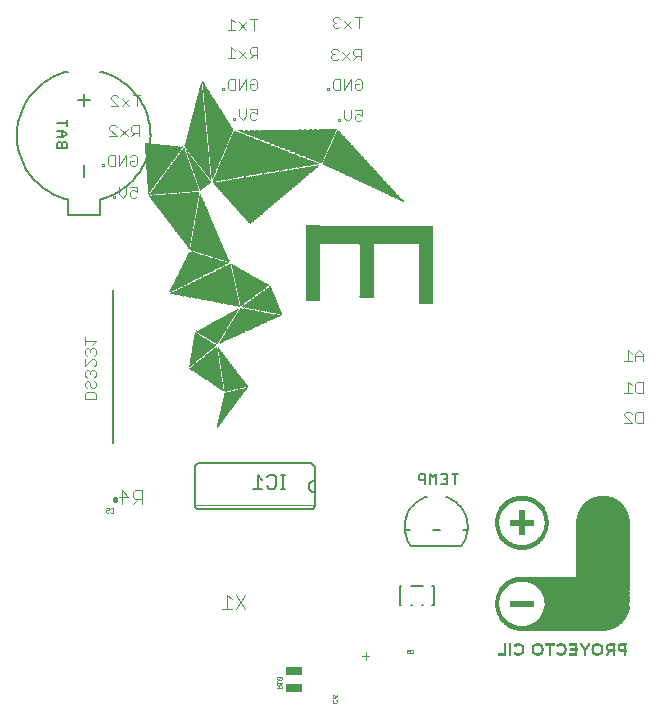
<source format=gbo>
G75*
%MOIN*%
%OFA0B0*%
%FSLAX24Y24*%
%IPPOS*%
%LPD*%
%AMOC8*
5,1,8,0,0,1.08239X$1,22.5*
%
%ADD10C,0.0030*%
%ADD11C,0.0080*%
%ADD12C,0.0070*%
%ADD13C,0.0060*%
%ADD14R,0.0006X0.2622*%
%ADD15R,0.0006X0.2622*%
%ADD16R,0.0006X0.2628*%
%ADD17R,0.0006X0.2628*%
%ADD18R,0.0006X0.0612*%
%ADD19R,0.0006X0.0606*%
%ADD20R,0.0006X0.0606*%
%ADD21R,0.0006X0.0006*%
%ADD22R,0.0006X0.0012*%
%ADD23R,0.0006X0.0012*%
%ADD24R,0.0006X0.0018*%
%ADD25R,0.0006X0.0018*%
%ADD26R,0.0006X0.0024*%
%ADD27R,0.0006X0.0030*%
%ADD28R,0.0006X0.0036*%
%ADD29R,0.0006X0.0042*%
%ADD30R,0.0006X0.0042*%
%ADD31R,0.0006X0.0048*%
%ADD32R,0.0006X0.0048*%
%ADD33R,0.0006X0.0054*%
%ADD34R,0.0006X0.0060*%
%ADD35R,0.0006X0.0066*%
%ADD36R,0.0006X0.0066*%
%ADD37R,0.0006X0.0072*%
%ADD38R,0.0006X0.0084*%
%ADD39R,0.0006X0.0084*%
%ADD40R,0.0006X0.0090*%
%ADD41R,0.0006X0.0090*%
%ADD42R,0.0006X0.0096*%
%ADD43R,0.0006X0.0102*%
%ADD44R,0.0006X0.0102*%
%ADD45R,0.0006X0.0108*%
%ADD46R,0.0006X0.0114*%
%ADD47R,0.0006X0.0126*%
%ADD48R,0.0006X0.0126*%
%ADD49R,0.0006X0.0132*%
%ADD50R,0.0006X0.0138*%
%ADD51R,0.0006X0.0138*%
%ADD52R,0.0006X0.0144*%
%ADD53R,0.0006X0.0144*%
%ADD54R,0.0006X0.0150*%
%ADD55R,0.0006X0.0156*%
%ADD56R,0.0006X0.0156*%
%ADD57R,0.0006X0.0168*%
%ADD58R,0.0006X0.0174*%
%ADD59R,0.0006X0.0180*%
%ADD60R,0.0006X0.0186*%
%ADD61R,0.0006X0.0192*%
%ADD62R,0.0006X0.0198*%
%ADD63R,0.0006X0.0198*%
%ADD64R,0.0006X0.0210*%
%ADD65R,0.0006X0.0216*%
%ADD66R,0.0006X0.0216*%
%ADD67R,0.0006X0.0222*%
%ADD68R,0.0006X0.0222*%
%ADD69R,0.0006X0.0228*%
%ADD70R,0.0006X0.0234*%
%ADD71R,0.0006X0.0234*%
%ADD72R,0.0006X0.0240*%
%ADD73R,0.0006X0.0246*%
%ADD74R,0.0006X0.0252*%
%ADD75R,0.0006X0.0258*%
%ADD76R,0.0006X0.0258*%
%ADD77R,0.0006X0.0264*%
%ADD78R,0.0006X0.0270*%
%ADD79R,0.0006X0.0270*%
%ADD80R,0.0006X0.0276*%
%ADD81R,0.0006X0.0276*%
%ADD82R,0.0006X0.0282*%
%ADD83R,0.0006X0.0288*%
%ADD84R,0.0006X0.0294*%
%ADD85R,0.0006X0.0294*%
%ADD86R,0.0006X0.0300*%
%ADD87R,0.0006X0.0306*%
%ADD88R,0.0006X0.0312*%
%ADD89R,0.0006X0.0312*%
%ADD90R,0.0006X0.0318*%
%ADD91R,0.0006X0.0318*%
%ADD92R,0.0006X0.0324*%
%ADD93R,0.0006X0.0324*%
%ADD94R,0.0006X0.0336*%
%ADD95R,0.0006X0.0342*%
%ADD96R,0.0006X0.0342*%
%ADD97R,0.0006X0.0348*%
%ADD98R,0.0006X0.0354*%
%ADD99R,0.0006X0.0360*%
%ADD100R,0.0006X0.0366*%
%ADD101R,0.0006X0.0366*%
%ADD102R,0.0006X0.0372*%
%ADD103R,0.0006X0.0378*%
%ADD104R,0.0006X0.0384*%
%ADD105R,0.0006X0.0384*%
%ADD106R,0.0006X0.0390*%
%ADD107R,0.0006X0.0396*%
%ADD108R,0.0006X0.0396*%
%ADD109R,0.0006X0.0402*%
%ADD110R,0.0006X0.0402*%
%ADD111R,0.0006X0.0408*%
%ADD112R,0.0006X0.0408*%
%ADD113R,0.0006X0.0420*%
%ADD114R,0.0006X0.0426*%
%ADD115R,0.0006X0.0426*%
%ADD116R,0.0006X0.0432*%
%ADD117R,0.0006X0.0438*%
%ADD118R,0.0006X0.0438*%
%ADD119R,0.0006X0.0444*%
%ADD120R,0.0006X0.0444*%
%ADD121R,0.0006X0.0450*%
%ADD122R,0.0006X0.0456*%
%ADD123R,0.0006X0.0462*%
%ADD124R,0.0006X0.0468*%
%ADD125R,0.0006X0.0474*%
%ADD126R,0.0006X0.0474*%
%ADD127R,0.0006X0.0480*%
%ADD128R,0.0006X0.0486*%
%ADD129R,0.0006X0.0492*%
%ADD130R,0.0006X0.0492*%
%ADD131R,0.0006X0.0498*%
%ADD132R,0.0006X0.0504*%
%ADD133R,0.0006X0.0510*%
%ADD134R,0.0006X0.0516*%
%ADD135R,0.0006X0.0516*%
%ADD136R,0.0006X0.0522*%
%ADD137R,0.0006X0.0528*%
%ADD138R,0.0006X0.0528*%
%ADD139R,0.0006X0.0534*%
%ADD140R,0.0006X0.0540*%
%ADD141R,0.0006X0.0552*%
%ADD142R,0.0006X0.0552*%
%ADD143R,0.0006X0.0558*%
%ADD144R,0.0006X0.0558*%
%ADD145R,0.0006X0.0564*%
%ADD146R,0.0006X0.0564*%
%ADD147R,0.0006X0.0570*%
%ADD148R,0.0006X0.0570*%
%ADD149R,0.0006X0.0576*%
%ADD150R,0.0006X0.0582*%
%ADD151R,0.0006X0.0588*%
%ADD152R,0.0006X0.0594*%
%ADD153R,0.0006X0.0594*%
%ADD154R,0.0006X0.0600*%
%ADD155R,0.0006X0.0618*%
%ADD156R,0.0006X0.0624*%
%ADD157R,0.0006X0.0624*%
%ADD158R,0.0006X0.0636*%
%ADD159R,0.0006X0.2412*%
%ADD160R,0.0006X0.0636*%
%ADD161R,0.0006X0.0642*%
%ADD162R,0.0006X0.0642*%
%ADD163R,0.0006X0.2412*%
%ADD164R,0.0006X0.0648*%
%ADD165R,0.0006X0.0648*%
%ADD166R,0.0006X0.0654*%
%ADD167R,0.0006X0.0660*%
%ADD168R,0.0006X0.0666*%
%ADD169R,0.0006X0.0666*%
%ADD170R,0.0006X0.0678*%
%ADD171R,0.0006X0.0678*%
%ADD172R,0.0006X0.0684*%
%ADD173R,0.0006X0.0684*%
%ADD174R,0.0006X0.0690*%
%ADD175R,0.0006X0.0696*%
%ADD176R,0.0006X0.0696*%
%ADD177R,0.0006X0.0702*%
%ADD178R,0.0006X0.0708*%
%ADD179R,0.0006X0.0714*%
%ADD180R,0.0006X0.0720*%
%ADD181R,0.0006X0.0726*%
%ADD182R,0.0006X0.0732*%
%ADD183R,0.0006X0.0738*%
%ADD184R,0.0006X0.0738*%
%ADD185R,0.0006X0.0744*%
%ADD186R,0.0006X0.0750*%
%ADD187R,0.0006X0.0750*%
%ADD188R,0.0006X0.0762*%
%ADD189R,0.0006X0.0768*%
%ADD190R,0.0006X0.0768*%
%ADD191R,0.0006X0.0774*%
%ADD192R,0.0006X0.0774*%
%ADD193R,0.0006X0.0780*%
%ADD194R,0.0006X0.0786*%
%ADD195R,0.0006X0.0792*%
%ADD196R,0.0006X0.0792*%
%ADD197R,0.0006X0.0804*%
%ADD198R,0.0006X0.0804*%
%ADD199R,0.0006X0.0810*%
%ADD200R,0.0006X0.0810*%
%ADD201R,0.0006X0.0816*%
%ADD202R,0.0006X0.0822*%
%ADD203R,0.0006X0.0828*%
%ADD204R,0.0006X0.0828*%
%ADD205R,0.0006X0.0834*%
%ADD206R,0.0006X0.0834*%
%ADD207R,0.0006X0.0846*%
%ADD208R,0.0006X0.0852*%
%ADD209R,0.0006X0.0852*%
%ADD210R,0.0006X0.0858*%
%ADD211R,0.0006X0.0864*%
%ADD212R,0.0006X0.0864*%
%ADD213R,0.0006X0.0870*%
%ADD214R,0.0006X0.0876*%
%ADD215R,0.0006X0.0888*%
%ADD216R,0.0006X0.0888*%
%ADD217R,0.0006X0.0894*%
%ADD218R,0.0006X0.0900*%
%ADD219R,0.0006X0.0906*%
%ADD220R,0.0006X0.0906*%
%ADD221R,0.0006X0.0912*%
%ADD222R,0.0006X0.0912*%
%ADD223R,0.0006X0.0918*%
%ADD224R,0.0006X0.0918*%
%ADD225R,0.0006X0.0924*%
%ADD226R,0.0006X0.0930*%
%ADD227R,0.0006X0.0936*%
%ADD228R,0.0006X0.0942*%
%ADD229R,0.0006X0.0942*%
%ADD230R,0.0006X0.0948*%
%ADD231R,0.0006X0.0948*%
%ADD232R,0.0006X0.0954*%
%ADD233R,0.0006X0.0954*%
%ADD234R,0.0006X0.0960*%
%ADD235R,0.0006X0.0972*%
%ADD236R,0.0006X0.0978*%
%ADD237R,0.0006X0.0978*%
%ADD238R,0.0006X0.0984*%
%ADD239R,0.0006X0.0990*%
%ADD240R,0.0006X0.0996*%
%ADD241R,0.0006X0.0996*%
%ADD242R,0.0006X0.1002*%
%ADD243R,0.0006X0.1008*%
%ADD244R,0.0006X0.1014*%
%ADD245R,0.0006X0.1020*%
%ADD246R,0.0006X0.1026*%
%ADD247R,0.0006X0.1026*%
%ADD248R,0.0006X0.1032*%
%ADD249R,0.0006X0.1038*%
%ADD250R,0.0006X0.1044*%
%ADD251R,0.0006X0.1050*%
%ADD252R,0.0006X0.1056*%
%ADD253R,0.0006X0.1062*%
%ADD254R,0.0006X0.1068*%
%ADD255R,0.0006X0.1068*%
%ADD256R,0.0006X0.1074*%
%ADD257R,0.0006X0.1074*%
%ADD258R,0.0006X0.1080*%
%ADD259R,0.0006X0.1086*%
%ADD260R,0.0006X0.1092*%
%ADD261R,0.0006X0.1098*%
%ADD262R,0.0006X0.1104*%
%ADD263R,0.0006X0.1110*%
%ADD264R,0.0006X0.1110*%
%ADD265R,0.0006X0.1116*%
%ADD266R,0.0006X0.1122*%
%ADD267R,0.0006X0.1122*%
%ADD268R,0.0006X0.1128*%
%ADD269R,0.0006X0.1134*%
%ADD270R,0.0006X0.1140*%
%ADD271R,0.0006X0.1146*%
%ADD272R,0.0006X0.1146*%
%ADD273R,0.0006X0.1152*%
%ADD274R,0.0006X0.1158*%
%ADD275R,0.0006X0.1164*%
%ADD276R,0.0006X0.1164*%
%ADD277R,0.0006X0.1170*%
%ADD278R,0.0006X0.1176*%
%ADD279R,0.0006X0.1182*%
%ADD280R,0.0006X0.1188*%
%ADD281R,0.0006X0.1188*%
%ADD282R,0.0006X0.1194*%
%ADD283R,0.0006X0.1194*%
%ADD284R,0.0006X0.1200*%
%ADD285R,0.0006X0.1200*%
%ADD286R,0.0006X0.1206*%
%ADD287R,0.0006X0.1212*%
%ADD288R,0.0006X0.1212*%
%ADD289R,0.0006X0.1218*%
%ADD290R,0.0006X0.1218*%
%ADD291R,0.0006X0.1230*%
%ADD292R,0.0006X0.1236*%
%ADD293R,0.0006X0.1236*%
%ADD294R,0.0006X0.1242*%
%ADD295R,0.0006X0.1248*%
%ADD296R,0.0006X0.1254*%
%ADD297R,0.0006X0.1254*%
%ADD298R,0.0006X0.1260*%
%ADD299R,0.0006X0.1266*%
%ADD300R,0.0006X0.1272*%
%ADD301R,0.0006X0.1278*%
%ADD302R,0.0006X0.1278*%
%ADD303R,0.0006X0.1284*%
%ADD304R,0.0006X0.1290*%
%ADD305R,0.0006X0.1290*%
%ADD306R,0.0006X0.1296*%
%ADD307R,0.0006X0.1296*%
%ADD308R,0.0006X0.1302*%
%ADD309R,0.0006X0.1302*%
%ADD310R,0.0006X0.1314*%
%ADD311R,0.0006X0.1314*%
%ADD312R,0.0006X0.1320*%
%ADD313R,0.0006X0.1326*%
%ADD314R,0.0006X0.1332*%
%ADD315R,0.0006X0.1332*%
%ADD316R,0.0006X0.1338*%
%ADD317R,0.0006X0.1344*%
%ADD318R,0.0006X0.1344*%
%ADD319R,0.0006X0.1356*%
%ADD320R,0.0006X0.1362*%
%ADD321R,0.0006X0.1350*%
%ADD322R,0.0006X0.1260*%
%ADD323R,0.0006X0.1248*%
%ADD324R,0.0006X0.1218*%
%ADD325R,0.0006X0.0042*%
%ADD326R,0.0006X0.1182*%
%ADD327R,0.0006X0.1152*%
%ADD328R,0.0006X0.1116*%
%ADD329R,0.0006X0.0108*%
%ADD330R,0.0006X0.1104*%
%ADD331R,0.0006X0.0120*%
%ADD332R,0.0006X0.1068*%
%ADD333R,0.0006X0.1050*%
%ADD334R,0.0006X0.0162*%
%ADD335R,0.0006X0.0174*%
%ADD336R,0.0006X0.0192*%
%ADD337R,0.0006X0.0204*%
%ADD338R,0.0006X0.0972*%
%ADD339R,0.0006X0.0954*%
%ADD340R,0.0006X0.0246*%
%ADD341R,0.0006X0.0936*%
%ADD342R,0.0006X0.0906*%
%ADD343R,0.0006X0.0894*%
%ADD344R,0.0006X0.0312*%
%ADD345R,0.0006X0.0858*%
%ADD346R,0.0006X0.0324*%
%ADD347R,0.0006X0.0840*%
%ADD348R,0.0006X0.0822*%
%ADD349R,0.0006X0.0792*%
%ADD350R,0.0006X0.0378*%
%ADD351R,0.0006X0.0762*%
%ADD352R,0.0006X0.0738*%
%ADD353R,0.0006X0.0432*%
%ADD354R,0.0006X0.0708*%
%ADD355R,0.0006X0.0450*%
%ADD356R,0.0006X0.0690*%
%ADD357R,0.0006X0.0462*%
%ADD358R,0.0006X0.0672*%
%ADD359R,0.0006X0.0660*%
%ADD360R,0.0006X0.0516*%
%ADD361R,0.0006X0.0612*%
%ADD362R,0.0006X0.0528*%
%ADD363R,0.0006X0.0552*%
%ADD364R,0.0006X0.0546*%
%ADD365R,0.0006X0.0582*%
%ADD366R,0.0006X0.0528*%
%ADD367R,0.0006X0.0648*%
%ADD368R,0.0006X0.0444*%
%ADD369R,0.0006X0.0426*%
%ADD370R,0.0006X0.0414*%
%ADD371R,0.0006X0.0384*%
%ADD372R,0.0006X0.0714*%
%ADD373R,0.0006X0.0348*%
%ADD374R,0.0006X0.0756*%
%ADD375R,0.0006X0.0786*%
%ADD376R,0.0006X0.0282*%
%ADD377R,0.0006X0.0798*%
%ADD378R,0.0006X0.0252*%
%ADD379R,0.0006X0.0828*%
%ADD380R,0.0006X0.0204*%
%ADD381R,0.0006X0.0180*%
%ADD382R,0.0006X0.0918*%
%ADD383R,0.0006X0.0120*%
%ADD384R,0.0006X0.0102*%
%ADD385R,0.0006X0.0984*%
%ADD386R,0.0006X0.0036*%
%ADD387R,0.0006X0.0024*%
%ADD388R,0.0006X0.1038*%
%ADD389R,0.0006X0.1092*%
%ADD390R,0.0006X0.1116*%
%ADD391R,0.0006X0.0612*%
%ADD392R,0.0006X0.1098*%
%ADD393R,0.0006X0.2520*%
%ADD394R,0.0006X0.2520*%
%ADD395R,0.0006X0.1086*%
%ADD396R,0.0006X0.0006*%
%ADD397R,0.0006X0.0012*%
%ADD398R,0.0006X0.0030*%
%ADD399R,0.0006X0.1074*%
%ADD400R,0.0006X0.0024*%
%ADD401R,0.0006X0.0036*%
%ADD402R,0.0006X0.0048*%
%ADD403R,0.0006X0.1062*%
%ADD404R,0.0006X0.0036*%
%ADD405R,0.0006X0.0054*%
%ADD406R,0.0006X0.0072*%
%ADD407R,0.0006X0.0078*%
%ADD408R,0.0006X0.1038*%
%ADD409R,0.0006X0.0072*%
%ADD410R,0.0006X0.1032*%
%ADD411R,0.0006X0.0108*%
%ADD412R,0.0006X0.1026*%
%ADD413R,0.0006X0.0114*%
%ADD414R,0.0006X0.0126*%
%ADD415R,0.0006X0.0108*%
%ADD416R,0.0006X0.0138*%
%ADD417R,0.0006X0.1014*%
%ADD418R,0.0006X0.0114*%
%ADD419R,0.0006X0.1002*%
%ADD420R,0.0006X0.0126*%
%ADD421R,0.0006X0.1002*%
%ADD422R,0.0006X0.0162*%
%ADD423R,0.0006X0.0168*%
%ADD424R,0.0006X0.0132*%
%ADD425R,0.0006X0.0990*%
%ADD426R,0.0006X0.0132*%
%ADD427R,0.0006X0.0186*%
%ADD428R,0.0006X0.0150*%
%ADD429R,0.0006X0.0192*%
%ADD430R,0.0006X0.0156*%
%ADD431R,0.0006X0.0204*%
%ADD432R,0.0006X0.0966*%
%ADD433R,0.0006X0.0168*%
%ADD434R,0.0006X0.0966*%
%ADD435R,0.0006X0.0228*%
%ADD436R,0.0006X0.0948*%
%ADD437R,0.0006X0.0186*%
%ADD438R,0.0006X0.0240*%
%ADD439R,0.0006X0.0258*%
%ADD440R,0.0006X0.0936*%
%ADD441R,0.0006X0.0930*%
%ADD442R,0.0006X0.0222*%
%ADD443R,0.0006X0.0276*%
%ADD444R,0.0006X0.0282*%
%ADD445R,0.0006X0.0288*%
%ADD446R,0.0006X0.0918*%
%ADD447R,0.0006X0.0300*%
%ADD448R,0.0006X0.2514*%
%ADD449R,0.0006X0.0306*%
%ADD450R,0.0006X0.0312*%
%ADD451R,0.0006X0.0906*%
%ADD452R,0.0006X0.0252*%
%ADD453R,0.0006X0.0318*%
%ADD454R,0.0006X0.0330*%
%ADD455R,0.0006X0.0894*%
%ADD456R,0.0006X0.0336*%
%ADD457R,0.0006X0.0882*%
%ADD458R,0.0006X0.0882*%
%ADD459R,0.0006X0.0288*%
%ADD460R,0.0006X0.0360*%
%ADD461R,0.0006X0.0876*%
%ADD462R,0.0006X0.0870*%
%ADD463R,0.0006X0.0306*%
%ADD464R,0.0006X0.0858*%
%ADD465R,0.0006X0.0402*%
%ADD466R,0.0006X0.0852*%
%ADD467R,0.0006X0.0846*%
%ADD468R,0.0006X0.0336*%
%ADD469R,0.0006X0.0846*%
%ADD470R,0.0006X0.0336*%
%ADD471R,0.0006X0.0420*%
%ADD472R,0.0006X0.0348*%
%ADD473R,0.0006X0.0834*%
%ADD474R,0.0006X0.0354*%
%ADD475R,0.0006X0.0456*%
%ADD476R,0.0006X0.0822*%
%ADD477R,0.0006X0.0372*%
%ADD478R,0.0006X0.0462*%
%ADD479R,0.0006X0.0816*%
%ADD480R,0.0006X0.0468*%
%ADD481R,0.0006X0.0390*%
%ADD482R,0.0006X0.0486*%
%ADD483R,0.0006X0.0798*%
%ADD484R,0.0006X0.0408*%
%ADD485R,0.0006X0.0504*%
%ADD486R,0.0006X0.0414*%
%ADD487R,0.0006X0.0786*%
%ADD488R,0.0006X0.0522*%
%ADD489R,0.0006X0.0774*%
%ADD490R,0.0006X0.0768*%
%ADD491R,0.0006X0.0438*%
%ADD492R,0.0006X0.0546*%
%ADD493R,0.0006X0.0546*%
%ADD494R,0.0006X0.0756*%
%ADD495R,0.0006X0.0564*%
%ADD496R,0.0006X0.0582*%
%ADD497R,0.0006X0.0744*%
%ADD498R,0.0006X0.0474*%
%ADD499R,0.0006X0.0744*%
%ADD500R,0.0006X0.0588*%
%ADD501R,0.0006X0.0732*%
%ADD502R,0.0006X0.0498*%
%ADD503R,0.0006X0.0510*%
%ADD504R,0.0006X0.0630*%
%ADD505R,0.0006X0.0720*%
%ADD506R,0.0006X0.0630*%
%ADD507R,0.0006X0.0642*%
%ADD508R,0.0006X0.0708*%
%ADD509R,0.0006X0.0522*%
%ADD510R,0.0006X0.0702*%
%ADD511R,0.0006X0.0534*%
%ADD512R,0.0006X0.0666*%
%ADD513R,0.0006X0.0672*%
%ADD514R,0.0006X0.0684*%
%ADD515R,0.0006X0.0672*%
%ADD516R,0.0006X0.0714*%
%ADD517R,0.0006X0.0666*%
%ADD518R,0.0006X0.0588*%
%ADD519R,0.0006X0.0654*%
%ADD520R,0.0006X0.0654*%
%ADD521R,0.0006X0.0618*%
%ADD522R,0.0006X0.0618*%
%ADD523R,0.0006X0.0768*%
%ADD524R,0.0006X0.0636*%
%ADD525R,0.0006X0.0624*%
%ADD526R,0.0006X0.0654*%
%ADD527R,0.0006X0.0834*%
%ADD528R,0.0006X0.0594*%
%ADD529R,0.0006X0.0024*%
%ADD530R,0.0006X0.0876*%
%ADD531R,0.0006X0.0084*%
%ADD532R,0.0006X0.0564*%
%ADD533R,0.0006X0.0726*%
%ADD534R,0.0006X0.0732*%
%ADD535R,0.0006X0.0552*%
%ADD536R,0.0006X0.0912*%
%ADD537R,0.0006X0.0924*%
%ADD538R,0.0006X0.0540*%
%ADD539R,0.0006X0.0942*%
%ADD540R,0.0006X0.0948*%
%ADD541R,0.0006X0.0342*%
%ADD542R,0.0006X0.0072*%
%ADD543R,0.0006X0.0534*%
%ADD544R,0.0006X0.0078*%
%ADD545R,0.0006X0.0792*%
%ADD546R,0.0006X0.0978*%
%ADD547R,0.0006X0.0096*%
%ADD548R,0.0006X0.0798*%
%ADD549R,0.0006X0.0438*%
%ADD550R,0.0006X0.0522*%
%ADD551R,0.0006X0.0822*%
%ADD552R,0.0006X0.0132*%
%ADD553R,0.0006X0.0480*%
%ADD554R,0.0006X0.0840*%
%ADD555R,0.0006X0.1032*%
%ADD556R,0.0006X0.0600*%
%ADD557R,0.0006X0.1056*%
%ADD558R,0.0006X0.0468*%
%ADD559R,0.0006X0.1056*%
%ADD560R,0.0006X0.1062*%
%ADD561R,0.0006X0.1080*%
%ADD562R,0.0006X0.0198*%
%ADD563R,0.0006X0.0882*%
%ADD564R,0.0006X0.0888*%
%ADD565R,0.0006X0.0786*%
%ADD566R,0.0006X0.1098*%
%ADD567R,0.0006X0.0798*%
%ADD568R,0.0006X0.0210*%
%ADD569R,0.0006X0.0432*%
%ADD570R,0.0006X0.0912*%
%ADD571R,0.0006X0.0228*%
%ADD572R,0.0006X0.0234*%
%ADD573R,0.0006X0.1140*%
%ADD574R,0.0006X0.1158*%
%ADD575R,0.0006X0.0804*%
%ADD576R,0.0006X0.1176*%
%ADD577R,0.0006X0.0396*%
%ADD578R,0.0006X0.1176*%
%ADD579R,0.0006X0.0774*%
%ADD580R,0.0006X0.1182*%
%ADD581R,0.0006X0.0972*%
%ADD582R,0.0006X0.0378*%
%ADD583R,0.0006X0.0378*%
%ADD584R,0.0006X0.1224*%
%ADD585R,0.0006X0.1224*%
%ADD586R,0.0006X0.0174*%
%ADD587R,0.0006X0.1002*%
%ADD588R,0.0006X0.1242*%
%ADD589R,0.0006X0.0186*%
%ADD590R,0.0006X0.1014*%
%ADD591R,0.0006X0.1020*%
%ADD592R,0.0006X0.0366*%
%ADD593R,0.0006X0.1272*%
%ADD594R,0.0006X0.0372*%
%ADD595R,0.0006X0.1278*%
%ADD596R,0.0006X0.1278*%
%ADD597R,0.0006X0.0264*%
%ADD598R,0.0006X0.0636*%
%ADD599R,0.0006X0.0330*%
%ADD600R,0.0006X0.1302*%
%ADD601R,0.0006X0.1308*%
%ADD602R,0.0006X0.1314*%
%ADD603R,0.0006X0.1326*%
%ADD604R,0.0006X0.0342*%
%ADD605R,0.0006X0.1332*%
%ADD606R,0.0006X0.1338*%
%ADD607R,0.0006X0.1092*%
%ADD608R,0.0006X0.1344*%
%ADD609R,0.0006X0.1350*%
%ADD610R,0.0006X0.1098*%
%ADD611R,0.0006X0.0456*%
%ADD612R,0.0006X0.0288*%
%ADD613R,0.0006X0.1362*%
%ADD614R,0.0006X0.0462*%
%ADD615R,0.0006X0.1368*%
%ADD616R,0.0006X0.0516*%
%ADD617R,0.0006X0.1374*%
%ADD618R,0.0006X0.1380*%
%ADD619R,0.0006X0.1386*%
%ADD620R,0.0006X0.0498*%
%ADD621R,0.0006X0.1392*%
%ADD622R,0.0006X0.1398*%
%ADD623R,0.0006X0.1404*%
%ADD624R,0.0006X0.0498*%
%ADD625R,0.0006X0.1410*%
%ADD626R,0.0006X0.1146*%
%ADD627R,0.0006X0.1416*%
%ADD628R,0.0006X0.1422*%
%ADD629R,0.0006X0.0252*%
%ADD630R,0.0006X0.1422*%
%ADD631R,0.0006X0.1158*%
%ADD632R,0.0006X0.1428*%
%ADD633R,0.0006X0.1434*%
%ADD634R,0.0006X0.1440*%
%ADD635R,0.0006X0.1446*%
%ADD636R,0.0006X0.1446*%
%ADD637R,0.0006X0.0576*%
%ADD638R,0.0006X0.0414*%
%ADD639R,0.0006X0.1452*%
%ADD640R,0.0006X0.0402*%
%ADD641R,0.0006X0.1458*%
%ADD642R,0.0006X0.1464*%
%ADD643R,0.0006X0.0606*%
%ADD644R,0.0006X0.0228*%
%ADD645R,0.0006X0.1194*%
%ADD646R,0.0006X0.1470*%
%ADD647R,0.0006X0.0618*%
%ADD648R,0.0006X0.0558*%
%ADD649R,0.0006X0.1476*%
%ADD650R,0.0006X0.1482*%
%ADD651R,0.0006X0.1206*%
%ADD652R,0.0006X0.1488*%
%ADD653R,0.0006X0.1494*%
%ADD654R,0.0006X0.1500*%
%ADD655R,0.0006X0.0588*%
%ADD656R,0.0006X0.0204*%
%ADD657R,0.0006X0.1224*%
%ADD658R,0.0006X0.1506*%
%ADD659R,0.0006X0.1224*%
%ADD660R,0.0006X0.1512*%
%ADD661R,0.0006X0.1518*%
%ADD662R,0.0006X0.1236*%
%ADD663R,0.0006X0.1524*%
%ADD664R,0.0006X0.1242*%
%ADD665R,0.0006X0.1524*%
%ADD666R,0.0006X0.1242*%
%ADD667R,0.0006X0.1530*%
%ADD668R,0.0006X0.1536*%
%ADD669R,0.0006X0.1542*%
%ADD670R,0.0006X0.1548*%
%ADD671R,0.0006X0.1554*%
%ADD672R,0.0006X0.1554*%
%ADD673R,0.0006X0.1560*%
%ADD674R,0.0006X0.1566*%
%ADD675R,0.0006X0.1572*%
%ADD676R,0.0006X0.0648*%
%ADD677R,0.0006X0.1572*%
%ADD678R,0.0006X0.1554*%
%ADD679R,0.0006X0.1542*%
%ADD680R,0.0006X0.1296*%
%ADD681R,0.0006X0.1536*%
%ADD682R,0.0006X0.0216*%
%ADD683R,0.0006X0.0864*%
%ADD684R,0.0006X0.1512*%
%ADD685R,0.0006X0.1506*%
%ADD686R,0.0006X0.1500*%
%ADD687R,0.0006X0.1488*%
%ADD688R,0.0006X0.1470*%
%ADD689R,0.0006X0.1320*%
%ADD690R,0.0006X0.1458*%
%ADD691R,0.0006X0.0924*%
%ADD692R,0.0006X0.0162*%
%ADD693R,0.0006X0.0708*%
%ADD694R,0.0006X0.1452*%
%ADD695R,0.0006X0.1434*%
%ADD696R,0.0006X0.0006*%
%ADD697R,0.0006X0.1338*%
%ADD698R,0.0006X0.1422*%
%ADD699R,0.0006X0.0726*%
%ADD700R,0.0006X0.0018*%
%ADD701R,0.0006X0.1356*%
%ADD702R,0.0006X0.1386*%
%ADD703R,0.0006X0.1008*%
%ADD704R,0.0006X0.1362*%
%ADD705R,0.0006X0.1374*%
%ADD706R,0.0006X0.1008*%
%ADD707R,0.0006X0.1368*%
%ADD708R,0.0006X0.1374*%
%ADD709R,0.0006X0.0078*%
%ADD710R,0.0006X0.1344*%
%ADD711R,0.0006X0.0066*%
%ADD712R,0.0006X0.1386*%
%ADD713R,0.0006X0.1308*%
%ADD714R,0.0006X0.0054*%
%ADD715R,0.0006X0.1398*%
%ADD716R,0.0006X0.1404*%
%ADD717R,0.0006X0.1272*%
%ADD718R,0.0006X0.1128*%
%ADD719R,0.0006X0.0246*%
%ADD720R,0.0006X0.1416*%
%ADD721R,0.0006X0.1422*%
%ADD722R,0.0006X0.0060*%
%ADD723R,0.0006X0.1230*%
%ADD724R,0.0006X0.0828*%
%ADD725R,0.0006X0.0048*%
%ADD726R,0.0006X0.1440*%
%ADD727R,0.0006X0.1188*%
%ADD728R,0.0006X0.0846*%
%ADD729R,0.0006X0.1182*%
%ADD730R,0.0006X0.1446*%
%ADD731R,0.0006X0.1458*%
%ADD732R,0.0006X0.1152*%
%ADD733R,0.0006X0.1134*%
%ADD734R,0.0006X0.1476*%
%ADD735R,0.0006X0.0984*%
%ADD736R,0.0006X0.0966*%
%ADD737R,0.0006X0.0012*%
%ADD738R,0.0006X0.0114*%
%ADD739R,0.0006X0.0762*%
%ADD740R,0.0006X0.0144*%
%ADD741R,0.0006X0.0492*%
%ADD742R,0.0006X0.0732*%
%ADD743R,0.0006X0.0348*%
%ADD744R,0.0006X0.1032*%
%ADD745R,0.0006X0.1518*%
%ADD746R,0.0006X0.1524*%
%ADD747R,0.0006X0.1524*%
%ADD748R,0.0006X0.0678*%
%ADD749R,0.0006X0.0558*%
%ADD750R,0.0006X0.1542*%
%ADD751R,0.0006X0.0960*%
%ADD752R,0.0006X0.0408*%
%ADD753R,0.0006X0.0612*%
%ADD754R,0.0006X0.1560*%
%ADD755R,0.0006X0.0642*%
%ADD756R,0.0006X0.0696*%
%ADD757R,0.0006X0.1536*%
%ADD758R,0.0006X0.0576*%
%ADD759R,0.0006X0.0858*%
%ADD760R,0.0006X0.0198*%
%ADD761R,0.0006X0.0900*%
%ADD762R,0.0006X0.0096*%
%ADD763R,0.0006X0.0216*%
%ADD764R,0.0006X0.0546*%
%ADD765R,0.0006X0.1404*%
%ADD766R,0.0006X0.0504*%
%ADD767R,0.0006X0.0582*%
%ADD768R,0.0006X0.1308*%
%ADD769R,0.0006X0.1296*%
%ADD770R,0.0006X0.1266*%
%ADD771R,0.0006X0.0696*%
%ADD772R,0.0006X0.1338*%
%ADD773R,0.0006X0.0042*%
%ADD774R,0.0006X0.1314*%
%ADD775R,0.0006X0.0978*%
%ADD776R,0.0006X0.0102*%
%ADD777R,0.0006X0.1014*%
%ADD778R,0.0006X0.0756*%
%ADD779R,0.0006X0.0744*%
%ADD780R,0.0006X0.1044*%
%ADD781R,0.0006X0.1158*%
%ADD782R,0.0006X0.0294*%
%ADD783R,0.0006X0.0468*%
%ADD784R,0.0006X0.1218*%
%ADD785R,0.0006X0.0738*%
%ADD786R,0.0006X0.1284*%
%ADD787R,0.0006X0.0144*%
%ADD788R,0.0006X0.0162*%
%ADD789R,0.0006X0.1356*%
%ADD790R,0.0006X0.1398*%
%ADD791R,0.0006X0.0702*%
%ADD792R,0.0006X0.1428*%
%ADD793R,0.0006X0.1518*%
%ADD794R,0.0006X0.1572*%
%ADD795R,0.0006X0.1590*%
%ADD796R,0.0006X0.1620*%
%ADD797R,0.0006X0.1638*%
%ADD798R,0.0006X0.1134*%
%ADD799R,0.0006X0.1662*%
%ADD800R,0.0006X0.1692*%
%ADD801R,0.0006X0.1710*%
%ADD802R,0.0006X0.1740*%
%ADD803R,0.0006X0.1122*%
%ADD804R,0.0006X0.1758*%
%ADD805R,0.0006X0.0276*%
%ADD806R,0.0006X0.1782*%
%ADD807R,0.0006X0.0486*%
%ADD808R,0.0006X0.1812*%
%ADD809R,0.0006X0.1830*%
%ADD810R,0.0006X0.1104*%
%ADD811R,0.0006X0.1854*%
%ADD812R,0.0006X0.1884*%
%ADD813R,0.0006X0.0432*%
%ADD814R,0.0006X0.1902*%
%ADD815R,0.0006X0.1926*%
%ADD816R,0.0006X0.1950*%
%ADD817R,0.0006X0.1974*%
%ADD818R,0.0006X0.1998*%
%ADD819R,0.0006X0.1074*%
%ADD820R,0.0006X0.2022*%
%ADD821R,0.0006X0.2046*%
%ADD822R,0.0006X0.2070*%
%ADD823R,0.0006X0.2094*%
%ADD824R,0.0006X0.2118*%
%ADD825R,0.0006X0.1248*%
%ADD826R,0.0006X0.2142*%
%ADD827R,0.0006X0.2166*%
%ADD828R,0.0006X0.2190*%
%ADD829R,0.0006X0.0258*%
%ADD830R,0.0006X0.2214*%
%ADD831R,0.0006X0.2232*%
%ADD832R,0.0006X0.2262*%
%ADD833R,0.0006X0.2286*%
%ADD834R,0.0006X0.2310*%
%ADD835R,0.0006X0.2334*%
%ADD836R,0.0006X0.2352*%
%ADD837R,0.0006X0.0168*%
%ADD838R,0.0006X0.2382*%
%ADD839R,0.0006X0.2400*%
%ADD840R,0.0006X0.2424*%
%ADD841R,0.0006X0.2454*%
%ADD842R,0.0006X0.2472*%
%ADD843R,0.0006X0.1008*%
%ADD844R,0.0006X0.0078*%
%ADD845R,0.0006X0.2502*%
%ADD846R,0.0006X0.2544*%
%ADD847R,0.0006X0.2574*%
%ADD848R,0.0006X0.2592*%
%ADD849R,0.0006X0.2616*%
%ADD850R,0.0006X0.2640*%
%ADD851R,0.0006X0.2664*%
%ADD852R,0.0006X0.2694*%
%ADD853R,0.0006X0.2712*%
%ADD854R,0.0006X0.1122*%
%ADD855R,0.0006X0.2736*%
%ADD856R,0.0006X0.2748*%
%ADD857R,0.0006X0.2646*%
%ADD858R,0.0006X0.2586*%
%ADD859R,0.0006X0.0936*%
%ADD860R,0.0006X0.2538*%
%ADD861R,0.0006X0.2478*%
%ADD862R,0.0006X0.2430*%
%ADD863R,0.0006X0.2382*%
%ADD864R,0.0006X0.1044*%
%ADD865R,0.0006X0.2322*%
%ADD866R,0.0006X0.0246*%
%ADD867R,0.0006X0.2274*%
%ADD868R,0.0006X0.2220*%
%ADD869R,0.0006X0.2166*%
%ADD870R,0.0006X0.2118*%
%ADD871R,0.0006X0.2064*%
%ADD872R,0.0006X0.0894*%
%ADD873R,0.0006X0.2010*%
%ADD874R,0.0006X0.1956*%
%ADD875R,0.0006X0.1902*%
%ADD876R,0.0006X0.1854*%
%ADD877R,0.0006X0.1794*%
%ADD878R,0.0006X0.1746*%
%ADD879R,0.0006X0.1392*%
%ADD880R,0.0006X0.1692*%
%ADD881R,0.0006X0.1638*%
%ADD882R,0.0006X0.0816*%
%ADD883R,0.0006X0.1434*%
%ADD884R,0.0006X0.1476*%
%ADD885R,0.0006X0.1548*%
%ADD886R,0.0006X0.1362*%
%ADD887R,0.0006X0.0384*%
%ADD888R,0.0006X0.1584*%
%ADD889R,0.0006X0.1578*%
%ADD890R,0.0006X0.1602*%
%ADD891R,0.0006X0.1632*%
%ADD892R,0.0006X0.1620*%
%ADD893R,0.0006X0.1686*%
%ADD894R,0.0006X0.1632*%
%ADD895R,0.0006X0.1644*%
%ADD896R,0.0006X0.1800*%
%ADD897R,0.0006X0.1656*%
%ADD898R,0.0006X0.1848*%
%ADD899R,0.0006X0.1668*%
%ADD900R,0.0006X0.1908*%
%ADD901R,0.0006X0.1680*%
%ADD902R,0.0006X0.1962*%
%ADD903R,0.0006X0.2016*%
%ADD904R,0.0006X0.1704*%
%ADD905R,0.0006X0.1716*%
%ADD906R,0.0006X0.2124*%
%ADD907R,0.0006X0.1728*%
%ADD908R,0.0006X0.2178*%
%ADD909R,0.0006X0.0492*%
%ADD910R,0.0006X0.1740*%
%ADD911R,0.0006X0.0594*%
%ADD912R,0.0006X0.2232*%
%ADD913R,0.0006X0.1752*%
%ADD914R,0.0006X0.1764*%
%ADD915R,0.0006X0.2346*%
%ADD916R,0.0006X0.1776*%
%ADD917R,0.0006X0.2394*%
%ADD918R,0.0006X0.1788*%
%ADD919R,0.0006X0.2454*%
%ADD920R,0.0006X0.1800*%
%ADD921R,0.0006X0.2508*%
%ADD922R,0.0006X0.2556*%
%ADD923R,0.0006X0.1836*%
%ADD924R,0.0006X0.2670*%
%ADD925R,0.0006X0.1848*%
%ADD926R,0.0006X0.2724*%
%ADD927R,0.0006X0.1860*%
%ADD928R,0.0006X0.2778*%
%ADD929R,0.0006X0.1872*%
%ADD930R,0.0006X0.2826*%
%ADD931R,0.0006X0.1884*%
%ADD932R,0.0006X0.2802*%
%ADD933R,0.0006X0.1896*%
%ADD934R,0.0006X0.2766*%
%ADD935R,0.0006X0.1908*%
%ADD936R,0.0006X0.2736*%
%ADD937R,0.0006X0.1920*%
%ADD938R,0.0006X0.2706*%
%ADD939R,0.0006X0.1938*%
%ADD940R,0.0006X0.2676*%
%ADD941R,0.0006X0.2616*%
%ADD942R,0.0006X0.2586*%
%ADD943R,0.0006X0.1890*%
%ADD944R,0.0006X0.0504*%
%ADD945R,0.0006X0.2550*%
%ADD946R,0.0006X0.1818*%
%ADD947R,0.0006X0.2490*%
%ADD948R,0.0006X0.1782*%
%ADD949R,0.0006X0.2460*%
%ADD950R,0.0006X0.2430*%
%ADD951R,0.0006X0.1710*%
%ADD952R,0.0006X0.0456*%
%ADD953R,0.0006X0.1674*%
%ADD954R,0.0006X0.2364*%
%ADD955R,0.0006X0.2334*%
%ADD956R,0.0006X0.1602*%
%ADD957R,0.0006X0.2304*%
%ADD958R,0.0006X0.2274*%
%ADD959R,0.0006X0.1530*%
%ADD960R,0.0006X0.2238*%
%ADD961R,0.0006X0.2208*%
%ADD962R,0.0006X0.2184*%
%ADD963R,0.0006X0.0054*%
%ADD964R,0.0006X0.2148*%
%ADD965R,0.0006X0.2088*%
%ADD966R,0.0006X0.2052*%
%ADD967R,0.0006X0.1998*%
%ADD968R,0.0006X0.1968*%
%ADD969R,0.0006X0.1170*%
%ADD970R,0.0006X0.0006*%
%ADD971R,0.0006X0.1932*%
%ADD972R,0.0006X0.1872*%
%ADD973R,0.0006X0.1836*%
%ADD974R,0.0006X0.1806*%
%ADD975R,0.0006X0.0354*%
%ADD976R,0.0006X0.1746*%
%ADD977R,0.0006X0.1656*%
%ADD978R,0.0006X0.0234*%
%ADD979R,0.0006X0.0474*%
%ADD980R,0.0006X0.0192*%
%ADD981R,0.0006X0.0318*%
%ADD982R,0.0006X0.1206*%
%ADD983R,0.0006X0.0684*%
%ADD984R,0.0006X0.0282*%
%ADD985R,0.0006X0.1506*%
%ADD986R,0.0006X0.1608*%
%ADD987R,0.0006X0.1644*%
%ADD988R,0.0006X0.1674*%
%ADD989R,0.0006X0.1026*%
%ADD990R,0.0006X0.0444*%
%ADD991R,0.0006X0.0018*%
%ADD992R,0.0006X0.1812*%
%ADD993R,0.0006X0.1842*%
%ADD994R,0.0006X0.1842*%
%ADD995R,0.0006X0.1824*%
%ADD996R,0.0006X0.1818*%
%ADD997R,0.0006X0.1794*%
%ADD998R,0.0006X0.1788*%
%ADD999R,0.0006X0.0414*%
%ADD1000R,0.0006X0.1764*%
%ADD1001R,0.0006X0.1758*%
%ADD1002R,0.0006X0.1734*%
%ADD1003R,0.0006X0.1728*%
%ADD1004R,0.0006X0.0852*%
%ADD1005R,0.0006X0.1698*%
%ADD1006R,0.0006X0.1662*%
%ADD1007R,0.0006X0.1656*%
%ADD1008R,0.0006X0.1650*%
%ADD1009R,0.0006X0.1380*%
%ADD1010R,0.0006X0.1638*%
%ADD1011R,0.0006X0.0762*%
%ADD1012R,0.0006X0.1632*%
%ADD1013R,0.0006X0.1626*%
%ADD1014R,0.0006X0.1614*%
%ADD1015R,0.0006X0.1608*%
%ADD1016R,0.0006X0.1452*%
%ADD1017R,0.0006X0.1596*%
%ADD1018R,0.0006X0.1410*%
%ADD1019R,0.0006X0.0672*%
%ADD1020R,0.0006X0.1386*%
%ADD1021R,0.0006X0.1332*%
%ADD1022R,0.0006X0.1326*%
%ADD1023R,0.0006X0.1302*%
%ADD1024R,0.0006X0.0222*%
%ADD1025R,0.0006X0.1146*%
%ADD1026R,0.0006X0.0954*%
%ADD1027R,0.0006X0.0606*%
%ADD1028R,0.0006X0.0876*%
%ADD1029R,0.0006X0.0966*%
%ADD1030R,0.0006X0.0888*%
%ADD1031R,0.0006X0.0780*%
%ADD1032R,0.0006X0.0804*%
%ADD1033R,0.0006X0.0678*%
%ADD1034R,0.0006X0.0996*%
%ADD1035R,0.0006X0.0534*%
%ADD1036R,0.0006X0.1128*%
%ADD1037R,0.0006X0.0426*%
%ADD1038R,0.0006X0.1212*%
%ADD1039R,0.0006X0.1392*%
%ADD1040R,0.0006X0.1482*%
%ADD1041R,0.0006X0.1566*%
%ADD1042R,0.0006X0.1596*%
%ADD1043R,0.0006X0.1608*%
%ADD1044R,0.0033X0.0003*%
%ADD1045R,0.0036X0.0003*%
%ADD1046R,0.0033X0.0003*%
%ADD1047R,0.0081X0.0003*%
%ADD1048R,0.0105X0.0003*%
%ADD1049R,0.0111X0.0003*%
%ADD1050R,0.0108X0.0003*%
%ADD1051R,0.0069X0.0003*%
%ADD1052R,0.0078X0.0003*%
%ADD1053R,0.0129X0.0003*%
%ADD1054R,0.0069X0.0003*%
%ADD1055R,0.0282X0.0003*%
%ADD1056R,0.0132X0.0003*%
%ADD1057R,0.0264X0.0003*%
%ADD1058R,0.0069X0.0003*%
%ADD1059R,0.0078X0.0003*%
%ADD1060R,0.0147X0.0003*%
%ADD1061R,0.0069X0.0003*%
%ADD1062R,0.0282X0.0003*%
%ADD1063R,0.0147X0.0003*%
%ADD1064R,0.0150X0.0003*%
%ADD1065R,0.0264X0.0003*%
%ADD1066R,0.0078X0.0003*%
%ADD1067R,0.0162X0.0003*%
%ADD1068R,0.0165X0.0003*%
%ADD1069R,0.0162X0.0003*%
%ADD1070R,0.0177X0.0003*%
%ADD1071R,0.0177X0.0003*%
%ADD1072R,0.0189X0.0003*%
%ADD1073R,0.0201X0.0003*%
%ADD1074R,0.0198X0.0003*%
%ADD1075R,0.0210X0.0003*%
%ADD1076R,0.0207X0.0003*%
%ADD1077R,0.0219X0.0003*%
%ADD1078R,0.0231X0.0003*%
%ADD1079R,0.0225X0.0003*%
%ADD1080R,0.0228X0.0003*%
%ADD1081R,0.0237X0.0003*%
%ADD1082R,0.0240X0.0003*%
%ADD1083R,0.0249X0.0003*%
%ADD1084R,0.0243X0.0003*%
%ADD1085R,0.0246X0.0003*%
%ADD1086R,0.0078X0.0003*%
%ADD1087R,0.0255X0.0003*%
%ADD1088R,0.0249X0.0003*%
%ADD1089R,0.0252X0.0003*%
%ADD1090R,0.0261X0.0003*%
%ADD1091R,0.0258X0.0003*%
%ADD1092R,0.0270X0.0003*%
%ADD1093R,0.0267X0.0003*%
%ADD1094R,0.0264X0.0003*%
%ADD1095R,0.0276X0.0003*%
%ADD1096R,0.0273X0.0003*%
%ADD1097R,0.0285X0.0003*%
%ADD1098R,0.0279X0.0003*%
%ADD1099R,0.0282X0.0003*%
%ADD1100R,0.0291X0.0003*%
%ADD1101R,0.0285X0.0003*%
%ADD1102R,0.0288X0.0003*%
%ADD1103R,0.0075X0.0003*%
%ADD1104R,0.0294X0.0003*%
%ADD1105R,0.0291X0.0003*%
%ADD1106R,0.0126X0.0003*%
%ADD1107R,0.0126X0.0003*%
%ADD1108R,0.0117X0.0003*%
%ADD1109R,0.0123X0.0003*%
%ADD1110R,0.0123X0.0003*%
%ADD1111R,0.0114X0.0003*%
%ADD1112R,0.0117X0.0003*%
%ADD1113R,0.0117X0.0003*%
%ADD1114R,0.0099X0.0003*%
%ADD1115R,0.0114X0.0003*%
%ADD1116R,0.0111X0.0003*%
%ADD1117R,0.0108X0.0003*%
%ADD1118R,0.0108X0.0003*%
%ADD1119R,0.0087X0.0003*%
%ADD1120R,0.0090X0.0003*%
%ADD1121R,0.0102X0.0003*%
%ADD1122R,0.0102X0.0003*%
%ADD1123R,0.0099X0.0003*%
%ADD1124R,0.0099X0.0003*%
%ADD1125R,0.0102X0.0003*%
%ADD1126R,0.0096X0.0003*%
%ADD1127R,0.0063X0.0003*%
%ADD1128R,0.0096X0.0003*%
%ADD1129R,0.0060X0.0003*%
%ADD1130R,0.0096X0.0003*%
%ADD1131R,0.0093X0.0003*%
%ADD1132R,0.0051X0.0003*%
%ADD1133R,0.0096X0.0003*%
%ADD1134R,0.0093X0.0003*%
%ADD1135R,0.0054X0.0003*%
%ADD1136R,0.0093X0.0003*%
%ADD1137R,0.0093X0.0003*%
%ADD1138R,0.0042X0.0003*%
%ADD1139R,0.0045X0.0003*%
%ADD1140R,0.0075X0.0003*%
%ADD1141R,0.0090X0.0003*%
%ADD1142R,0.0036X0.0003*%
%ADD1143R,0.0039X0.0003*%
%ADD1144R,0.0087X0.0003*%
%ADD1145R,0.0027X0.0003*%
%ADD1146R,0.0030X0.0003*%
%ADD1147R,0.0021X0.0003*%
%ADD1148R,0.0024X0.0003*%
%ADD1149R,0.0084X0.0003*%
%ADD1150R,0.0087X0.0003*%
%ADD1151R,0.0015X0.0003*%
%ADD1152R,0.0087X0.0003*%
%ADD1153R,0.0018X0.0003*%
%ADD1154R,0.0084X0.0003*%
%ADD1155R,0.0084X0.0003*%
%ADD1156R,0.0009X0.0003*%
%ADD1157R,0.0009X0.0003*%
%ADD1158R,0.0081X0.0003*%
%ADD1159R,0.0084X0.0003*%
%ADD1160R,0.0003X0.0003*%
%ADD1161R,0.0081X0.0003*%
%ADD1162R,0.0081X0.0003*%
%ADD1163R,0.0168X0.0003*%
%ADD1164R,0.0186X0.0003*%
%ADD1165R,0.0198X0.0003*%
%ADD1166R,0.0210X0.0003*%
%ADD1167R,0.0216X0.0003*%
%ADD1168R,0.0222X0.0003*%
%ADD1169R,0.0072X0.0003*%
%ADD1170R,0.0228X0.0003*%
%ADD1171R,0.0072X0.0003*%
%ADD1172R,0.0072X0.0003*%
%ADD1173R,0.0234X0.0003*%
%ADD1174R,0.0240X0.0003*%
%ADD1175R,0.0243X0.0003*%
%ADD1176R,0.0252X0.0003*%
%ADD1177R,0.0072X0.0003*%
%ADD1178R,0.0252X0.0003*%
%ADD1179R,0.0258X0.0003*%
%ADD1180R,0.0264X0.0003*%
%ADD1181R,0.0267X0.0003*%
%ADD1182R,0.0255X0.0003*%
%ADD1183R,0.0273X0.0003*%
%ADD1184R,0.0276X0.0003*%
%ADD1185R,0.0270X0.0003*%
%ADD1186R,0.0288X0.0003*%
%ADD1187R,0.0111X0.0003*%
%ADD1188R,0.0108X0.0003*%
%ADD1189R,0.0117X0.0003*%
%ADD1190R,0.0126X0.0003*%
%ADD1191R,0.0129X0.0003*%
%ADD1192R,0.0132X0.0003*%
%ADD1193R,0.0138X0.0003*%
%ADD1194R,0.0141X0.0003*%
%ADD1195R,0.0144X0.0003*%
%ADD1196R,0.0003X0.0003*%
%ADD1197R,0.0009X0.0003*%
%ADD1198R,0.0015X0.0003*%
%ADD1199R,0.0021X0.0003*%
%ADD1200R,0.0042X0.0003*%
%ADD1201R,0.0045X0.0003*%
%ADD1202R,0.0051X0.0003*%
%ADD1203R,0.0048X0.0003*%
%ADD1204R,0.0102X0.0003*%
%ADD1205R,0.0099X0.0003*%
%ADD1206R,0.0057X0.0003*%
%ADD1207R,0.0105X0.0003*%
%ADD1208R,0.0066X0.0003*%
%ADD1209R,0.0309X0.0003*%
%ADD1210R,0.0111X0.0003*%
%ADD1211R,0.0273X0.0003*%
%ADD1212R,0.0120X0.0003*%
%ADD1213R,0.0309X0.0003*%
%ADD1214R,0.0294X0.0003*%
%ADD1215R,0.0141X0.0003*%
%ADD1216R,0.0279X0.0003*%
%ADD1217R,0.0144X0.0003*%
%ADD1218R,0.0288X0.0003*%
%ADD1219R,0.0279X0.0003*%
%ADD1220R,0.0267X0.0003*%
%ADD1221R,0.0261X0.0003*%
%ADD1222R,0.0243X0.0003*%
%ADD1223R,0.0246X0.0003*%
%ADD1224R,0.0234X0.0003*%
%ADD1225R,0.0234X0.0003*%
%ADD1226R,0.0228X0.0003*%
%ADD1227R,0.0225X0.0003*%
%ADD1228R,0.0237X0.0003*%
%ADD1229R,0.0216X0.0003*%
%ADD1230R,0.0213X0.0003*%
%ADD1231R,0.0204X0.0003*%
%ADD1232R,0.0207X0.0003*%
%ADD1233R,0.0204X0.0003*%
%ADD1234R,0.0192X0.0003*%
%ADD1235R,0.0180X0.0003*%
%ADD1236R,0.0186X0.0003*%
%ADD1237R,0.0213X0.0003*%
%ADD1238R,0.0171X0.0003*%
%ADD1239R,0.0174X0.0003*%
%ADD1240R,0.0153X0.0003*%
%ADD1241R,0.0156X0.0003*%
%ADD1242R,0.0153X0.0003*%
%ADD1243R,0.0192X0.0003*%
%ADD1244R,0.0141X0.0003*%
%ADD1245R,0.0135X0.0003*%
%ADD1246R,0.0144X0.0003*%
%ADD1247R,0.0120X0.0003*%
%ADD1248R,0.0114X0.0003*%
%ADD1249R,0.0054X0.0003*%
%ADD1250R,0.2817X0.0003*%
%ADD1251R,0.2886X0.0003*%
%ADD1252R,0.2937X0.0003*%
%ADD1253R,0.2979X0.0003*%
%ADD1254R,0.3012X0.0003*%
%ADD1255R,0.3045X0.0003*%
%ADD1256R,0.3072X0.0003*%
%ADD1257R,0.3102X0.0003*%
%ADD1258R,0.3126X0.0003*%
%ADD1259R,0.3150X0.0003*%
%ADD1260R,0.3174X0.0003*%
%ADD1261R,0.3192X0.0003*%
%ADD1262R,0.3213X0.0003*%
%ADD1263R,0.3234X0.0003*%
%ADD1264R,0.3252X0.0003*%
%ADD1265R,0.3270X0.0003*%
%ADD1266R,0.3288X0.0003*%
%ADD1267R,0.3306X0.0003*%
%ADD1268R,0.3318X0.0003*%
%ADD1269R,0.3336X0.0003*%
%ADD1270R,0.3351X0.0003*%
%ADD1271R,0.3366X0.0003*%
%ADD1272R,0.3381X0.0003*%
%ADD1273R,0.3396X0.0003*%
%ADD1274R,0.3408X0.0003*%
%ADD1275R,0.3423X0.0003*%
%ADD1276R,0.3438X0.0003*%
%ADD1277R,0.3450X0.0003*%
%ADD1278R,0.3462X0.0003*%
%ADD1279R,0.3474X0.0003*%
%ADD1280R,0.3486X0.0003*%
%ADD1281R,0.3498X0.0003*%
%ADD1282R,0.3510X0.0003*%
%ADD1283R,0.3522X0.0003*%
%ADD1284R,0.3534X0.0003*%
%ADD1285R,0.3543X0.0003*%
%ADD1286R,0.3555X0.0003*%
%ADD1287R,0.3564X0.0003*%
%ADD1288R,0.3576X0.0003*%
%ADD1289R,0.3588X0.0003*%
%ADD1290R,0.3597X0.0003*%
%ADD1291R,0.3609X0.0003*%
%ADD1292R,0.3618X0.0003*%
%ADD1293R,0.3627X0.0003*%
%ADD1294R,0.3147X0.0003*%
%ADD1295R,0.0453X0.0003*%
%ADD1296R,0.3102X0.0003*%
%ADD1297R,0.0405X0.0003*%
%ADD1298R,0.3078X0.0003*%
%ADD1299R,0.0384X0.0003*%
%ADD1300R,0.3063X0.0003*%
%ADD1301R,0.0369X0.0003*%
%ADD1302R,0.3051X0.0003*%
%ADD1303R,0.0354X0.0003*%
%ADD1304R,0.3039X0.0003*%
%ADD1305R,0.0342X0.0003*%
%ADD1306R,0.3030X0.0003*%
%ADD1307R,0.0333X0.0003*%
%ADD1308R,0.3021X0.0003*%
%ADD1309R,0.0327X0.0003*%
%ADD1310R,0.3012X0.0003*%
%ADD1311R,0.0318X0.0003*%
%ADD1312R,0.3006X0.0003*%
%ADD1313R,0.3000X0.0003*%
%ADD1314R,0.0303X0.0003*%
%ADD1315R,0.2994X0.0003*%
%ADD1316R,0.0297X0.0003*%
%ADD1317R,0.2988X0.0003*%
%ADD1318R,0.2985X0.0003*%
%ADD1319R,0.2973X0.0003*%
%ADD1320R,0.2967X0.0003*%
%ADD1321R,0.2961X0.0003*%
%ADD1322R,0.2958X0.0003*%
%ADD1323R,0.2958X0.0003*%
%ADD1324R,0.2952X0.0003*%
%ADD1325R,0.2949X0.0003*%
%ADD1326R,0.2946X0.0003*%
%ADD1327R,0.0249X0.0003*%
%ADD1328R,0.2946X0.0003*%
%ADD1329R,0.0246X0.0003*%
%ADD1330R,0.2943X0.0003*%
%ADD1331R,0.2940X0.0003*%
%ADD1332R,0.2934X0.0003*%
%ADD1333R,0.2934X0.0003*%
%ADD1334R,0.2931X0.0003*%
%ADD1335R,0.2931X0.0003*%
%ADD1336R,0.2928X0.0003*%
%ADD1337R,0.2925X0.0003*%
%ADD1338R,0.0228X0.0003*%
%ADD1339R,0.2922X0.0003*%
%ADD1340R,0.2922X0.0003*%
%ADD1341R,0.2919X0.0003*%
%ADD1342R,0.0222X0.0003*%
%ADD1343R,0.2916X0.0003*%
%ADD1344R,0.2916X0.0003*%
%ADD1345R,0.0219X0.0003*%
%ADD1346R,0.2913X0.0003*%
%ADD1347R,0.2910X0.0003*%
%ADD1348R,0.0216X0.0003*%
%ADD1349R,0.2910X0.0003*%
%ADD1350R,0.2907X0.0003*%
%ADD1351R,0.0213X0.0003*%
%ADD1352R,0.2907X0.0003*%
%ADD1353R,0.2904X0.0003*%
%ADD1354R,0.2904X0.0003*%
%ADD1355R,0.2901X0.0003*%
%ADD1356R,0.0207X0.0003*%
%ADD1357R,0.2901X0.0003*%
%ADD1358R,0.2901X0.0003*%
%ADD1359R,0.0204X0.0003*%
%ADD1360R,0.2898X0.0003*%
%ADD1361R,0.2898X0.0003*%
%ADD1362R,0.2898X0.0003*%
%ADD1363R,0.2895X0.0003*%
%ADD1364R,0.0198X0.0003*%
%ADD1365R,0.2895X0.0003*%
%ADD1366R,0.0198X0.0003*%
%ADD1367R,0.0195X0.0003*%
%ADD1368R,0.2892X0.0003*%
%ADD1369R,0.0195X0.0003*%
%ADD1370R,0.2892X0.0003*%
%ADD1371R,0.2892X0.0003*%
%ADD1372R,0.2889X0.0003*%
%ADD1373R,0.2889X0.0003*%
%ADD1374R,0.2886X0.0003*%
%ADD1375R,0.0189X0.0003*%
%ADD1376R,0.2886X0.0003*%
%ADD1377R,0.0186X0.0003*%
%ADD1378R,0.2880X0.0003*%
%ADD1379R,0.2880X0.0003*%
%ADD1380R,0.0183X0.0003*%
%ADD1381R,0.0183X0.0003*%
%ADD1382R,0.2877X0.0003*%
%ADD1383R,0.2877X0.0003*%
%ADD1384R,0.2877X0.0003*%
%ADD1385R,0.0180X0.0003*%
%ADD1386R,0.2874X0.0003*%
%ADD1387R,0.2874X0.0003*%
%ADD1388R,0.2874X0.0003*%
%ADD1389R,0.0177X0.0003*%
%ADD1390R,0.2871X0.0003*%
%ADD1391R,0.0174X0.0003*%
%ADD1392R,0.2871X0.0003*%
%ADD1393R,0.0174X0.0003*%
%ADD1394R,0.2871X0.0003*%
%ADD1395R,0.2868X0.0003*%
%ADD1396R,0.2868X0.0003*%
%ADD1397R,0.0171X0.0003*%
%ADD1398R,0.2865X0.0003*%
%ADD1399R,0.2868X0.0003*%
%ADD1400R,0.0168X0.0003*%
%ADD1401R,0.0168X0.0003*%
%ADD1402R,0.2865X0.0003*%
%ADD1403R,0.0168X0.0003*%
%ADD1404R,0.2862X0.0003*%
%ADD1405R,0.2862X0.0003*%
%ADD1406R,0.0165X0.0003*%
%ADD1407R,0.2862X0.0003*%
%ADD1408R,0.2859X0.0003*%
%ADD1409R,0.0162X0.0003*%
%ADD1410R,0.2859X0.0003*%
%ADD1411R,0.0162X0.0003*%
%ADD1412R,0.2859X0.0003*%
%ADD1413R,0.0159X0.0003*%
%ADD1414R,0.2856X0.0003*%
%ADD1415R,0.2856X0.0003*%
%ADD1416R,0.0159X0.0003*%
%ADD1417R,0.2856X0.0003*%
%ADD1418R,0.0159X0.0003*%
%ADD1419R,0.2853X0.0003*%
%ADD1420R,0.0156X0.0003*%
%ADD1421R,0.2853X0.0003*%
%ADD1422R,0.0156X0.0003*%
%ADD1423R,0.2853X0.0003*%
%ADD1424R,0.2850X0.0003*%
%ADD1425R,0.0153X0.0003*%
%ADD1426R,0.0153X0.0003*%
%ADD1427R,0.2850X0.0003*%
%ADD1428R,0.0150X0.0003*%
%ADD1429R,0.2847X0.0003*%
%ADD1430R,0.2847X0.0003*%
%ADD1431R,0.2847X0.0003*%
%ADD1432R,0.2847X0.0003*%
%ADD1433R,0.2844X0.0003*%
%ADD1434R,0.2844X0.0003*%
%ADD1435R,0.0147X0.0003*%
%ADD1436R,0.0147X0.0003*%
%ADD1437R,0.2844X0.0003*%
%ADD1438R,0.0144X0.0003*%
%ADD1439R,0.2841X0.0003*%
%ADD1440R,0.2841X0.0003*%
%ADD1441R,0.0141X0.0003*%
%ADD1442R,0.2838X0.0003*%
%ADD1443R,0.2841X0.0003*%
%ADD1444R,0.2841X0.0003*%
%ADD1445R,0.2838X0.0003*%
%ADD1446R,0.2838X0.0003*%
%ADD1447R,0.2838X0.0003*%
%ADD1448R,0.0138X0.0003*%
%ADD1449R,0.0138X0.0003*%
%ADD1450R,0.2835X0.0003*%
%ADD1451R,0.2835X0.0003*%
%ADD1452R,0.0138X0.0003*%
%ADD1453R,0.2832X0.0003*%
%ADD1454R,0.2832X0.0003*%
%ADD1455R,0.0135X0.0003*%
%ADD1456R,0.2832X0.0003*%
%ADD1457R,0.2832X0.0003*%
%ADD1458R,0.0810X0.0003*%
%ADD1459R,0.0810X0.0003*%
%ADD1460R,0.0132X0.0003*%
%ADD1461R,0.2829X0.0003*%
%ADD1462R,0.2829X0.0003*%
%ADD1463R,0.2853X0.0003*%
%ADD1464R,0.2856X0.0003*%
%ADD1465R,0.2862X0.0003*%
%ADD1466R,0.2868X0.0003*%
%ADD1467R,0.2871X0.0003*%
%ADD1468R,0.2877X0.0003*%
%ADD1469R,0.2883X0.0003*%
%ADD1470R,0.2883X0.0003*%
%ADD1471R,0.2886X0.0003*%
%ADD1472R,0.2892X0.0003*%
%ADD1473R,0.2901X0.0003*%
%ADD1474R,0.2904X0.0003*%
%ADD1475R,0.2907X0.0003*%
%ADD1476R,0.2913X0.0003*%
%ADD1477R,0.2916X0.0003*%
%ADD1478R,0.2916X0.0003*%
%ADD1479R,0.2919X0.0003*%
%ADD1480R,0.2922X0.0003*%
%ADD1481R,0.2925X0.0003*%
%ADD1482R,0.2928X0.0003*%
%ADD1483R,0.2928X0.0003*%
%ADD1484R,0.2937X0.0003*%
%ADD1485R,0.2940X0.0003*%
%ADD1486R,0.2946X0.0003*%
%ADD1487R,0.2946X0.0003*%
%ADD1488R,0.2949X0.0003*%
%ADD1489R,0.2952X0.0003*%
%ADD1490R,0.2955X0.0003*%
%ADD1491R,0.2955X0.0003*%
%ADD1492R,0.2958X0.0003*%
%ADD1493R,0.2961X0.0003*%
%ADD1494R,0.2964X0.0003*%
%ADD1495R,0.2967X0.0003*%
%ADD1496R,0.2970X0.0003*%
%ADD1497R,0.2970X0.0003*%
%ADD1498R,0.2973X0.0003*%
%ADD1499R,0.2976X0.0003*%
%ADD1500R,0.2976X0.0003*%
%ADD1501R,0.2979X0.0003*%
%ADD1502R,0.2982X0.0003*%
%ADD1503R,0.2985X0.0003*%
%ADD1504R,0.2988X0.0003*%
%ADD1505R,0.2991X0.0003*%
%ADD1506R,0.2994X0.0003*%
%ADD1507R,0.2997X0.0003*%
%ADD1508R,0.3003X0.0003*%
%ADD1509R,0.3006X0.0003*%
%ADD1510R,0.3006X0.0003*%
%ADD1511R,0.3009X0.0003*%
%ADD1512R,0.3015X0.0003*%
%ADD1513R,0.3018X0.0003*%
%ADD1514R,0.3021X0.0003*%
%ADD1515R,0.0171X0.0003*%
%ADD1516R,0.3024X0.0003*%
%ADD1517R,0.3027X0.0003*%
%ADD1518R,0.3030X0.0003*%
%ADD1519R,0.3033X0.0003*%
%ADD1520R,0.3036X0.0003*%
%ADD1521R,0.3042X0.0003*%
%ADD1522R,0.3045X0.0003*%
%ADD1523R,0.3048X0.0003*%
%ADD1524R,0.3051X0.0003*%
%ADD1525R,0.0177X0.0003*%
%ADD1526R,0.3054X0.0003*%
%ADD1527R,0.3057X0.0003*%
%ADD1528R,0.3060X0.0003*%
%ADD1529R,0.3066X0.0003*%
%ADD1530R,0.3069X0.0003*%
%ADD1531R,0.0183X0.0003*%
%ADD1532R,0.3072X0.0003*%
%ADD1533R,0.3075X0.0003*%
%ADD1534R,0.3078X0.0003*%
%ADD1535R,0.3084X0.0003*%
%ADD1536R,0.0183X0.0003*%
%ADD1537R,0.3087X0.0003*%
%ADD1538R,0.3090X0.0003*%
%ADD1539R,0.3093X0.0003*%
%ADD1540R,0.3096X0.0003*%
%ADD1541R,0.3099X0.0003*%
%ADD1542R,0.3108X0.0003*%
%ADD1543R,0.0189X0.0003*%
%ADD1544R,0.3111X0.0003*%
%ADD1545R,0.3114X0.0003*%
%ADD1546R,0.3120X0.0003*%
%ADD1547R,0.3123X0.0003*%
%ADD1548R,0.3126X0.0003*%
%ADD1549R,0.3129X0.0003*%
%ADD1550R,0.3132X0.0003*%
%ADD1551R,0.3138X0.0003*%
%ADD1552R,0.0201X0.0003*%
%ADD1553R,0.3141X0.0003*%
%ADD1554R,0.0201X0.0003*%
%ADD1555R,0.3147X0.0003*%
%ADD1556R,0.3150X0.0003*%
%ADD1557R,0.0204X0.0003*%
%ADD1558R,0.3153X0.0003*%
%ADD1559R,0.3159X0.0003*%
%ADD1560R,0.3162X0.0003*%
%ADD1561R,0.3168X0.0003*%
%ADD1562R,0.3171X0.0003*%
%ADD1563R,0.3177X0.0003*%
%ADD1564R,0.3180X0.0003*%
%ADD1565R,0.3186X0.0003*%
%ADD1566R,0.3189X0.0003*%
%ADD1567R,0.3195X0.0003*%
%ADD1568R,0.0219X0.0003*%
%ADD1569R,0.3201X0.0003*%
%ADD1570R,0.3204X0.0003*%
%ADD1571R,0.3210X0.0003*%
%ADD1572R,0.3216X0.0003*%
%ADD1573R,0.3219X0.0003*%
%ADD1574R,0.3225X0.0003*%
%ADD1575R,0.3231X0.0003*%
%ADD1576R,0.3237X0.0003*%
%ADD1577R,0.0237X0.0003*%
%ADD1578R,0.3243X0.0003*%
%ADD1579R,0.3249X0.0003*%
%ADD1580R,0.3255X0.0003*%
%ADD1581R,0.3261X0.0003*%
%ADD1582R,0.3267X0.0003*%
%ADD1583R,0.3273X0.0003*%
%ADD1584R,0.3279X0.0003*%
%ADD1585R,0.3288X0.0003*%
%ADD1586R,0.3294X0.0003*%
%ADD1587R,0.3303X0.0003*%
%ADD1588R,0.3309X0.0003*%
%ADD1589R,0.3318X0.0003*%
%ADD1590R,0.3324X0.0003*%
%ADD1591R,0.3333X0.0003*%
%ADD1592R,0.3342X0.0003*%
%ADD1593R,0.3351X0.0003*%
%ADD1594R,0.3360X0.0003*%
%ADD1595R,0.3366X0.0003*%
%ADD1596R,0.0300X0.0003*%
%ADD1597R,0.3378X0.0003*%
%ADD1598R,0.0306X0.0003*%
%ADD1599R,0.3390X0.0003*%
%ADD1600R,0.3402X0.0003*%
%ADD1601R,0.3414X0.0003*%
%ADD1602R,0.0324X0.0003*%
%ADD1603R,0.3426X0.0003*%
%ADD1604R,0.0336X0.0003*%
%ADD1605R,0.3441X0.0003*%
%ADD1606R,0.0342X0.0003*%
%ADD1607R,0.3456X0.0003*%
%ADD1608R,0.0357X0.0003*%
%ADD1609R,0.3498X0.0003*%
%ADD1610R,0.0387X0.0003*%
%ADD1611R,0.3525X0.0003*%
%ADD1612R,0.0411X0.0003*%
%ADD1613R,0.4059X0.0003*%
%ADD1614R,0.4053X0.0003*%
%ADD1615R,0.4047X0.0003*%
%ADD1616R,0.4044X0.0003*%
%ADD1617R,0.4038X0.0003*%
%ADD1618R,0.4032X0.0003*%
%ADD1619R,0.4029X0.0003*%
%ADD1620R,0.4023X0.0003*%
%ADD1621R,0.4017X0.0003*%
%ADD1622R,0.4011X0.0003*%
%ADD1623R,0.4005X0.0003*%
%ADD1624R,0.3999X0.0003*%
%ADD1625R,0.3996X0.0003*%
%ADD1626R,0.3990X0.0003*%
%ADD1627R,0.3981X0.0003*%
%ADD1628R,0.3978X0.0003*%
%ADD1629R,0.3969X0.0003*%
%ADD1630R,0.3963X0.0003*%
%ADD1631R,0.3957X0.0003*%
%ADD1632R,0.3951X0.0003*%
%ADD1633R,0.3942X0.0003*%
%ADD1634R,0.3936X0.0003*%
%ADD1635R,0.3930X0.0003*%
%ADD1636R,0.3921X0.0003*%
%ADD1637R,0.3915X0.0003*%
%ADD1638R,0.3906X0.0003*%
%ADD1639R,0.3900X0.0003*%
%ADD1640R,0.3891X0.0003*%
%ADD1641R,0.3882X0.0003*%
%ADD1642R,0.3876X0.0003*%
%ADD1643R,0.3864X0.0003*%
%ADD1644R,0.3855X0.0003*%
%ADD1645R,0.3846X0.0003*%
%ADD1646R,0.3837X0.0003*%
%ADD1647R,0.3825X0.0003*%
%ADD1648R,0.3813X0.0003*%
%ADD1649R,0.3801X0.0003*%
%ADD1650R,0.3789X0.0003*%
%ADD1651R,0.3774X0.0003*%
%ADD1652R,0.3762X0.0003*%
%ADD1653R,0.3744X0.0003*%
%ADD1654R,0.3726X0.0003*%
%ADD1655R,0.3708X0.0003*%
%ADD1656R,0.3681X0.0003*%
%ADD1657R,0.3645X0.0003*%
%ADD1658R,0.1782X0.0003*%
%ADD1659R,0.1782X0.0003*%
%ADD1660R,0.0237X0.0003*%
%ADD1661R,0.0276X0.0003*%
%ADD1662R,0.0312X0.0003*%
%ADD1663R,0.0345X0.0003*%
%ADD1664R,0.0375X0.0003*%
%ADD1665R,0.0402X0.0003*%
%ADD1666R,0.0426X0.0003*%
%ADD1667R,0.0450X0.0003*%
%ADD1668R,0.0471X0.0003*%
%ADD1669R,0.0495X0.0003*%
%ADD1670R,0.0513X0.0003*%
%ADD1671R,0.0534X0.0003*%
%ADD1672R,0.0552X0.0003*%
%ADD1673R,0.0573X0.0003*%
%ADD1674R,0.0588X0.0003*%
%ADD1675R,0.0603X0.0003*%
%ADD1676R,0.0621X0.0003*%
%ADD1677R,0.0639X0.0003*%
%ADD1678R,0.0651X0.0003*%
%ADD1679R,0.0669X0.0003*%
%ADD1680R,0.0681X0.0003*%
%ADD1681R,0.0696X0.0003*%
%ADD1682R,0.0711X0.0003*%
%ADD1683R,0.0723X0.0003*%
%ADD1684R,0.0735X0.0003*%
%ADD1685R,0.0750X0.0003*%
%ADD1686R,0.0765X0.0003*%
%ADD1687R,0.0774X0.0003*%
%ADD1688R,0.0789X0.0003*%
%ADD1689R,0.0801X0.0003*%
%ADD1690R,0.0813X0.0003*%
%ADD1691R,0.0822X0.0003*%
%ADD1692R,0.0834X0.0003*%
%ADD1693R,0.0843X0.0003*%
%ADD1694R,0.0855X0.0003*%
%ADD1695R,0.0867X0.0003*%
%ADD1696R,0.0879X0.0003*%
%ADD1697R,0.0888X0.0003*%
%ADD1698R,0.0900X0.0003*%
%ADD1699R,0.0909X0.0003*%
%ADD1700R,0.0918X0.0003*%
%ADD1701R,0.0927X0.0003*%
%ADD1702R,0.0939X0.0003*%
%ADD1703R,0.0408X0.0003*%
%ADD1704R,0.0384X0.0003*%
%ADD1705R,0.0384X0.0003*%
%ADD1706R,0.0369X0.0003*%
%ADD1707R,0.0366X0.0003*%
%ADD1708R,0.0354X0.0003*%
%ADD1709R,0.0324X0.0003*%
%ADD1710R,0.0315X0.0003*%
%ADD1711R,0.0318X0.0003*%
%ADD1712R,0.0312X0.0003*%
%ADD1713R,0.0303X0.0003*%
%ADD1714R,0.0303X0.0003*%
%ADD1715R,0.0279X0.0003*%
%ADD1716R,0.0273X0.0003*%
%ADD1717R,0.0267X0.0003*%
%ADD1718R,0.0258X0.0003*%
%ADD1719R,0.0258X0.0003*%
%ADD1720R,0.0249X0.0003*%
%ADD1721R,0.0231X0.0003*%
%ADD1722R,0.0222X0.0003*%
%ADD1723R,0.0219X0.0003*%
%ADD1724R,0.0213X0.0003*%
%ADD1725R,0.0207X0.0003*%
%ADD1726R,0.0192X0.0003*%
%ADD1727R,0.0192X0.0003*%
%ADD1728R,0.0174X0.0003*%
%ADD1729R,0.0171X0.0003*%
%ADD1730R,0.0159X0.0003*%
%ADD1731R,0.0156X0.0003*%
%ADD1732R,0.0186X0.0003*%
%ADD1733R,0.0132X0.0003*%
%ADD1734R,0.1779X0.0003*%
%ADD1735R,0.1776X0.0003*%
%ADD1736R,0.1776X0.0003*%
%ADD1737R,0.1770X0.0003*%
%ADD1738R,0.1770X0.0003*%
%ADD1739R,0.1764X0.0003*%
%ADD1740R,0.1764X0.0003*%
%ADD1741R,0.1758X0.0003*%
%ADD1742R,0.1758X0.0003*%
%ADD1743R,0.1755X0.0003*%
%ADD1744R,0.1752X0.0003*%
%ADD1745R,0.1752X0.0003*%
%ADD1746R,0.1746X0.0003*%
%ADD1747R,0.1746X0.0003*%
%ADD1748R,0.1740X0.0003*%
%ADD1749R,0.1740X0.0003*%
%ADD1750R,0.1734X0.0003*%
%ADD1751R,0.1734X0.0003*%
%ADD1752R,0.1728X0.0003*%
%ADD1753R,0.1728X0.0003*%
%ADD1754R,0.1722X0.0003*%
%ADD1755R,0.1722X0.0003*%
%ADD1756R,0.1716X0.0003*%
%ADD1757R,0.1716X0.0003*%
%ADD1758R,0.1710X0.0003*%
%ADD1759R,0.1710X0.0003*%
%ADD1760R,0.1704X0.0003*%
%ADD1761R,0.1704X0.0003*%
%ADD1762R,0.1698X0.0003*%
%ADD1763R,0.1698X0.0003*%
%ADD1764R,0.1692X0.0003*%
%ADD1765R,0.1692X0.0003*%
%ADD1766R,0.1686X0.0003*%
%ADD1767R,0.1686X0.0003*%
%ADD1768R,0.1680X0.0003*%
%ADD1769R,0.1680X0.0003*%
%ADD1770R,0.1674X0.0003*%
%ADD1771R,0.1674X0.0003*%
%ADD1772R,0.1668X0.0003*%
%ADD1773R,0.1668X0.0003*%
%ADD1774R,0.1662X0.0003*%
%ADD1775R,0.1662X0.0003*%
%ADD1776R,0.1659X0.0003*%
%ADD1777R,0.1656X0.0003*%
%ADD1778R,0.1650X0.0003*%
%ADD1779R,0.1650X0.0003*%
%ADD1780R,0.1647X0.0003*%
%ADD1781R,0.1644X0.0003*%
%ADD1782R,0.1638X0.0003*%
%ADD1783R,0.1638X0.0003*%
%ADD1784R,0.1632X0.0003*%
%ADD1785R,0.1632X0.0003*%
%ADD1786R,0.1626X0.0003*%
%ADD1787R,0.1626X0.0003*%
%ADD1788R,0.1620X0.0003*%
%ADD1789R,0.1620X0.0003*%
%ADD1790R,0.1614X0.0003*%
%ADD1791R,0.1614X0.0003*%
%ADD1792R,0.1608X0.0003*%
%ADD1793R,0.1608X0.0003*%
%ADD1794R,0.1602X0.0003*%
%ADD1795R,0.1596X0.0003*%
%ADD1796R,0.1596X0.0003*%
%ADD1797R,0.1590X0.0003*%
%ADD1798R,0.1590X0.0003*%
%ADD1799R,0.1584X0.0003*%
%ADD1800R,0.1584X0.0003*%
%ADD1801R,0.1578X0.0003*%
%ADD1802R,0.1578X0.0003*%
%ADD1803R,0.1572X0.0003*%
%ADD1804R,0.1566X0.0003*%
%ADD1805R,0.1566X0.0003*%
%ADD1806R,0.1560X0.0003*%
%ADD1807R,0.1560X0.0003*%
%ADD1808R,0.1554X0.0003*%
%ADD1809R,0.1548X0.0003*%
%ADD1810R,0.1548X0.0003*%
%ADD1811R,0.1542X0.0003*%
%ADD1812R,0.1542X0.0003*%
%ADD1813R,0.1536X0.0003*%
%ADD1814R,0.1533X0.0003*%
%ADD1815R,0.1530X0.0003*%
%ADD1816R,0.1524X0.0003*%
%ADD1817R,0.1524X0.0003*%
%ADD1818R,0.1518X0.0003*%
%ADD1819R,0.1518X0.0003*%
%ADD1820R,0.1512X0.0003*%
%ADD1821R,0.1506X0.0003*%
%ADD1822R,0.1506X0.0003*%
%ADD1823R,0.1500X0.0003*%
%ADD1824R,0.1494X0.0003*%
%ADD1825R,0.1494X0.0003*%
%ADD1826R,0.1488X0.0003*%
%ADD1827R,0.1482X0.0003*%
%ADD1828R,0.1476X0.0003*%
%ADD1829R,0.1470X0.0003*%
%ADD1830R,0.1470X0.0003*%
%ADD1831R,0.1464X0.0003*%
%ADD1832R,0.1458X0.0003*%
%ADD1833R,0.1458X0.0003*%
%ADD1834R,0.1452X0.0003*%
%ADD1835R,0.1446X0.0003*%
%ADD1836R,0.1440X0.0003*%
%ADD1837R,0.1434X0.0003*%
%ADD1838R,0.1428X0.0003*%
%ADD1839R,0.1422X0.0003*%
%ADD1840R,0.1422X0.0003*%
%ADD1841R,0.1416X0.0003*%
%ADD1842R,0.1410X0.0003*%
%ADD1843R,0.1404X0.0003*%
%ADD1844R,0.1404X0.0003*%
%ADD1845R,0.1398X0.0003*%
%ADD1846R,0.1392X0.0003*%
%ADD1847R,0.1386X0.0003*%
%ADD1848R,0.1380X0.0003*%
%ADD1849R,0.1380X0.0003*%
%ADD1850R,0.1374X0.0003*%
%ADD1851R,0.1368X0.0003*%
%ADD1852R,0.1362X0.0003*%
%ADD1853R,0.1356X0.0003*%
%ADD1854R,0.1350X0.0003*%
%ADD1855R,0.1350X0.0003*%
%ADD1856R,0.1344X0.0003*%
%ADD1857R,0.1338X0.0003*%
%ADD1858R,0.1332X0.0003*%
%ADD1859R,0.1326X0.0003*%
%ADD1860R,0.1320X0.0003*%
%ADD1861R,0.1314X0.0003*%
%ADD1862R,0.1308X0.0003*%
%ADD1863R,0.1302X0.0003*%
%ADD1864R,0.1299X0.0003*%
%ADD1865R,0.0201X0.0003*%
%ADD1866R,0.1296X0.0003*%
%ADD1867R,0.1290X0.0003*%
%ADD1868R,0.1284X0.0003*%
%ADD1869R,0.1278X0.0003*%
%ADD1870R,0.1272X0.0003*%
%ADD1871R,0.1266X0.0003*%
%ADD1872R,0.1260X0.0003*%
%ADD1873R,0.1254X0.0003*%
%ADD1874R,0.1248X0.0003*%
%ADD1875R,0.1242X0.0003*%
%ADD1876R,0.1236X0.0003*%
%ADD1877R,0.1230X0.0003*%
%ADD1878R,0.1224X0.0003*%
%ADD1879R,0.1212X0.0003*%
%ADD1880R,0.1206X0.0003*%
%ADD1881R,0.0222X0.0003*%
%ADD1882R,0.1200X0.0003*%
%ADD1883R,0.1194X0.0003*%
%ADD1884R,0.1188X0.0003*%
%ADD1885R,0.0231X0.0003*%
%ADD1886R,0.1182X0.0003*%
%ADD1887R,0.1176X0.0003*%
%ADD1888R,0.1170X0.0003*%
%ADD1889R,0.1164X0.0003*%
%ADD1890R,0.1152X0.0003*%
%ADD1891R,0.0243X0.0003*%
%ADD1892R,0.1146X0.0003*%
%ADD1893R,0.0246X0.0003*%
%ADD1894R,0.1140X0.0003*%
%ADD1895R,0.1134X0.0003*%
%ADD1896R,0.1128X0.0003*%
%ADD1897R,0.0252X0.0003*%
%ADD1898R,0.1116X0.0003*%
%ADD1899R,0.1110X0.0003*%
%ADD1900R,0.1104X0.0003*%
%ADD1901R,0.1098X0.0003*%
%ADD1902R,0.1086X0.0003*%
%ADD1903R,0.1080X0.0003*%
%ADD1904R,0.1074X0.0003*%
%ADD1905R,0.1062X0.0003*%
%ADD1906R,0.1056X0.0003*%
%ADD1907R,0.1050X0.0003*%
%ADD1908R,0.1038X0.0003*%
%ADD1909R,0.0297X0.0003*%
%ADD1910R,0.1032X0.0003*%
%ADD1911R,0.1023X0.0003*%
%ADD1912R,0.1014X0.0003*%
%ADD1913R,0.0312X0.0003*%
%ADD1914R,0.0315X0.0003*%
%ADD1915R,0.1008X0.0003*%
%ADD1916R,0.0321X0.0003*%
%ADD1917R,0.0996X0.0003*%
%ADD1918R,0.0333X0.0003*%
%ADD1919R,0.0330X0.0003*%
%ADD1920R,0.0990X0.0003*%
%ADD1921R,0.0339X0.0003*%
%ADD1922R,0.0978X0.0003*%
%ADD1923R,0.0351X0.0003*%
%ADD1924R,0.0972X0.0003*%
%ADD1925R,0.0363X0.0003*%
%ADD1926R,0.0366X0.0003*%
%ADD1927R,0.0960X0.0003*%
%ADD1928R,0.0381X0.0003*%
%ADD1929R,0.0378X0.0003*%
%ADD1930R,0.0948X0.0003*%
%ADD1931R,0.0402X0.0003*%
%ADD1932R,0.0942X0.0003*%
%ADD1933R,0.0438X0.0003*%
%ADD1934R,0.0441X0.0003*%
%ADD1935R,0.0930X0.0003*%
%ADD1936R,0.0924X0.0003*%
%ADD1937R,0.0921X0.0003*%
%ADD1938R,0.0912X0.0003*%
%ADD1939R,0.0912X0.0003*%
%ADD1940R,0.0900X0.0003*%
%ADD1941R,0.0894X0.0003*%
%ADD1942R,0.0891X0.0003*%
%ADD1943R,0.0882X0.0003*%
%ADD1944R,0.0879X0.0003*%
%ADD1945R,0.0870X0.0003*%
%ADD1946R,0.0858X0.0003*%
%ADD1947R,0.0858X0.0003*%
%ADD1948R,0.0852X0.0003*%
%ADD1949R,0.0849X0.0003*%
%ADD1950R,0.0840X0.0003*%
%ADD1951R,0.0837X0.0003*%
%ADD1952R,0.0828X0.0003*%
%ADD1953R,0.0825X0.0003*%
%ADD1954R,0.0816X0.0003*%
%ADD1955R,0.0813X0.0003*%
%ADD1956R,0.0804X0.0003*%
%ADD1957R,0.0792X0.0003*%
%ADD1958R,0.0789X0.0003*%
%ADD1959R,0.0780X0.0003*%
%ADD1960R,0.0777X0.0003*%
%ADD1961R,0.0768X0.0003*%
%ADD1962R,0.0765X0.0003*%
%ADD1963R,0.0756X0.0003*%
%ADD1964R,0.0753X0.0003*%
%ADD1965R,0.0744X0.0003*%
%ADD1966R,0.0741X0.0003*%
%ADD1967R,0.0726X0.0003*%
%ADD1968R,0.0726X0.0003*%
%ADD1969R,0.0714X0.0003*%
%ADD1970R,0.0711X0.0003*%
%ADD1971R,0.0702X0.0003*%
%ADD1972R,0.0699X0.0003*%
%ADD1973R,0.0687X0.0003*%
%ADD1974R,0.0684X0.0003*%
%ADD1975R,0.0672X0.0003*%
%ADD1976R,0.0672X0.0003*%
%ADD1977R,0.0660X0.0003*%
%ADD1978R,0.0657X0.0003*%
%ADD1979R,0.0642X0.0003*%
%ADD1980R,0.0639X0.0003*%
%ADD1981R,0.0624X0.0003*%
%ADD1982R,0.0624X0.0003*%
%ADD1983R,0.0612X0.0003*%
%ADD1984R,0.0609X0.0003*%
%ADD1985R,0.0594X0.0003*%
%ADD1986R,0.0591X0.0003*%
%ADD1987R,0.0576X0.0003*%
%ADD1988R,0.0576X0.0003*%
%ADD1989R,0.0558X0.0003*%
%ADD1990R,0.0555X0.0003*%
%ADD1991R,0.0540X0.0003*%
%ADD1992R,0.0537X0.0003*%
%ADD1993R,0.0522X0.0003*%
%ADD1994R,0.0519X0.0003*%
%ADD1995R,0.0498X0.0003*%
%ADD1996R,0.0498X0.0003*%
%ADD1997R,0.0480X0.0003*%
%ADD1998R,0.0477X0.0003*%
%ADD1999R,0.0456X0.0003*%
%ADD2000R,0.0453X0.0003*%
%ADD2001R,0.0432X0.0003*%
%ADD2002R,0.0432X0.0003*%
%ADD2003R,0.0408X0.0003*%
%ADD2004R,0.0318X0.0003*%
%ADD2005R,0.0129X0.0003*%
%ADD2006C,0.0040*%
%ADD2007C,0.0160*%
%ADD2008C,0.0010*%
%ADD2009C,0.0020*%
%ADD2010C,0.0050*%
%ADD2011R,0.0551X0.0256*%
D10*
X009167Y016407D02*
X009167Y016589D01*
X009228Y016649D01*
X009471Y016649D01*
X009531Y016589D01*
X009531Y016407D01*
X009167Y016407D01*
X009228Y016769D02*
X009167Y016830D01*
X009167Y016951D01*
X009228Y017012D01*
X009289Y017012D01*
X009349Y016951D01*
X009349Y016830D01*
X009410Y016769D01*
X009471Y016769D01*
X009531Y016830D01*
X009531Y016951D01*
X009471Y017012D01*
X009471Y017132D02*
X009531Y017192D01*
X009531Y017314D01*
X009471Y017374D01*
X009410Y017374D01*
X009349Y017314D01*
X009289Y017374D01*
X009228Y017374D01*
X009167Y017314D01*
X009167Y017192D01*
X009228Y017132D01*
X009349Y017253D02*
X009349Y017314D01*
X009471Y017494D02*
X009531Y017555D01*
X009531Y017676D01*
X009471Y017737D01*
X009410Y017737D01*
X009167Y017494D01*
X009167Y017737D01*
X009228Y017857D02*
X009167Y017917D01*
X009167Y018039D01*
X009228Y018099D01*
X009289Y018099D01*
X009349Y018039D01*
X009349Y017978D01*
X009349Y018039D02*
X009410Y018099D01*
X009471Y018099D01*
X009531Y018039D01*
X009531Y017917D01*
X009471Y017857D01*
X009410Y018219D02*
X009531Y018341D01*
X009167Y018341D01*
X009167Y018462D02*
X009167Y018219D01*
X010120Y023115D02*
X010182Y023115D01*
X010182Y023177D01*
X010120Y023177D01*
X010120Y023115D01*
X010303Y023238D02*
X010303Y023485D01*
X010303Y023238D02*
X010427Y023115D01*
X010550Y023238D01*
X010550Y023485D01*
X010671Y023485D02*
X010918Y023485D01*
X010918Y023300D01*
X010795Y023362D01*
X010733Y023362D01*
X010671Y023300D01*
X010671Y023177D01*
X010733Y023115D01*
X010857Y023115D01*
X010918Y023177D01*
X010857Y024165D02*
X010733Y024165D01*
X010671Y024227D01*
X010671Y024350D01*
X010795Y024350D01*
X010918Y024227D02*
X010857Y024165D01*
X010918Y024227D02*
X010918Y024474D01*
X010857Y024535D01*
X010733Y024535D01*
X010671Y024474D01*
X010550Y024535D02*
X010303Y024165D01*
X010303Y024535D01*
X010182Y024535D02*
X009997Y024535D01*
X009935Y024474D01*
X009935Y024227D01*
X009997Y024165D01*
X010182Y024165D01*
X010182Y024535D01*
X010550Y024535D02*
X010550Y024165D01*
X009813Y024165D02*
X009752Y024165D01*
X009752Y024227D01*
X009813Y024227D01*
X009813Y024165D01*
X009985Y025165D02*
X010232Y025165D01*
X009985Y025412D01*
X009985Y025474D01*
X010047Y025535D01*
X010170Y025535D01*
X010232Y025474D01*
X010353Y025412D02*
X010600Y025165D01*
X010721Y025165D02*
X010845Y025288D01*
X010783Y025288D02*
X010968Y025288D01*
X010968Y025165D02*
X010968Y025535D01*
X010783Y025535D01*
X010721Y025474D01*
X010721Y025350D01*
X010783Y025288D01*
X010600Y025412D02*
X010353Y025165D01*
X010403Y026165D02*
X010650Y026412D01*
X010771Y026535D02*
X011018Y026535D01*
X010895Y026535D02*
X010895Y026165D01*
X010650Y026165D02*
X010403Y026412D01*
X010282Y026474D02*
X010220Y026535D01*
X010097Y026535D01*
X010035Y026474D01*
X010035Y026412D01*
X010282Y026165D01*
X010035Y026165D01*
X013752Y026715D02*
X013813Y026715D01*
X013813Y026777D01*
X013752Y026777D01*
X013752Y026715D01*
X013935Y026777D02*
X013935Y027024D01*
X013997Y027085D01*
X014182Y027085D01*
X014182Y026715D01*
X013997Y026715D01*
X013935Y026777D01*
X014303Y026715D02*
X014303Y027085D01*
X014550Y027085D02*
X014303Y026715D01*
X014550Y026715D02*
X014550Y027085D01*
X014671Y027024D02*
X014733Y027085D01*
X014857Y027085D01*
X014918Y027024D01*
X014918Y026777D01*
X014857Y026715D01*
X014733Y026715D01*
X014671Y026777D01*
X014671Y026900D01*
X014795Y026900D01*
X014918Y026085D02*
X014918Y025900D01*
X014795Y025962D01*
X014733Y025962D01*
X014671Y025900D01*
X014671Y025777D01*
X014733Y025715D01*
X014857Y025715D01*
X014918Y025777D01*
X014918Y026085D02*
X014671Y026085D01*
X014550Y026085D02*
X014550Y025838D01*
X014427Y025715D01*
X014303Y025838D01*
X014303Y026085D01*
X014182Y025777D02*
X014120Y025777D01*
X014120Y025715D01*
X014182Y025715D01*
X014182Y025777D01*
X014182Y027765D02*
X013935Y027765D01*
X014058Y027765D02*
X014058Y028135D01*
X014182Y028012D01*
X014303Y028012D02*
X014550Y027765D01*
X014671Y027765D02*
X014795Y027888D01*
X014733Y027888D02*
X014918Y027888D01*
X014918Y027765D02*
X014918Y028135D01*
X014733Y028135D01*
X014671Y028074D01*
X014671Y027950D01*
X014733Y027888D01*
X014550Y028012D02*
X014303Y027765D01*
X014303Y028715D02*
X014550Y028962D01*
X014671Y029085D02*
X014918Y029085D01*
X014795Y029085D02*
X014795Y028715D01*
X014550Y028715D02*
X014303Y028962D01*
X014182Y028962D02*
X014058Y029085D01*
X014058Y028715D01*
X013935Y028715D02*
X014182Y028715D01*
X017252Y026777D02*
X017252Y026715D01*
X017313Y026715D01*
X017313Y026777D01*
X017252Y026777D01*
X017435Y026777D02*
X017435Y027024D01*
X017497Y027085D01*
X017682Y027085D01*
X017682Y026715D01*
X017497Y026715D01*
X017435Y026777D01*
X017803Y026715D02*
X017803Y027085D01*
X018050Y027085D02*
X017803Y026715D01*
X018050Y026715D02*
X018050Y027085D01*
X018171Y027024D02*
X018233Y027085D01*
X018357Y027085D01*
X018418Y027024D01*
X018418Y026777D01*
X018357Y026715D01*
X018233Y026715D01*
X018171Y026777D01*
X018171Y026900D01*
X018295Y026900D01*
X018368Y027715D02*
X018368Y028085D01*
X018183Y028085D01*
X018121Y028024D01*
X018121Y027900D01*
X018183Y027838D01*
X018368Y027838D01*
X018245Y027838D02*
X018121Y027715D01*
X018000Y027715D02*
X017753Y027962D01*
X017632Y028024D02*
X017570Y028085D01*
X017447Y028085D01*
X017385Y028024D01*
X017385Y027962D01*
X017447Y027900D01*
X017385Y027838D01*
X017385Y027777D01*
X017447Y027715D01*
X017570Y027715D01*
X017632Y027777D01*
X017753Y027715D02*
X018000Y027962D01*
X017508Y027900D02*
X017447Y027900D01*
X017497Y028765D02*
X017620Y028765D01*
X017682Y028827D01*
X017803Y028765D02*
X018050Y029012D01*
X018171Y029135D02*
X018418Y029135D01*
X018295Y029135D02*
X018295Y028765D01*
X018050Y028765D02*
X017803Y029012D01*
X017682Y029074D02*
X017620Y029135D01*
X017497Y029135D01*
X017435Y029074D01*
X017435Y029012D01*
X017497Y028950D01*
X017435Y028888D01*
X017435Y028827D01*
X017497Y028765D01*
X017497Y028950D02*
X017558Y028950D01*
X017803Y026035D02*
X017803Y025788D01*
X017927Y025665D01*
X018050Y025788D01*
X018050Y026035D01*
X018171Y026035D02*
X018418Y026035D01*
X018418Y025850D01*
X018295Y025912D01*
X018233Y025912D01*
X018171Y025850D01*
X018171Y025727D01*
X018233Y025665D01*
X018357Y025665D01*
X018418Y025727D01*
X017682Y025727D02*
X017620Y025727D01*
X017620Y025665D01*
X017682Y025665D01*
X017682Y025727D01*
X027277Y018035D02*
X027277Y017665D01*
X027400Y017665D02*
X027153Y017665D01*
X027400Y017912D02*
X027277Y018035D01*
X027521Y017912D02*
X027521Y017665D01*
X027521Y017850D02*
X027768Y017850D01*
X027768Y017912D02*
X027645Y018035D01*
X027521Y017912D01*
X027768Y017912D02*
X027768Y017665D01*
X027768Y016985D02*
X027583Y016985D01*
X027521Y016924D01*
X027521Y016677D01*
X027583Y016615D01*
X027768Y016615D01*
X027768Y016985D01*
X027400Y016862D02*
X027277Y016985D01*
X027277Y016615D01*
X027400Y016615D02*
X027153Y016615D01*
X027215Y015985D02*
X027338Y015985D01*
X027400Y015924D01*
X027521Y015924D02*
X027521Y015677D01*
X027583Y015615D01*
X027768Y015615D01*
X027768Y015985D01*
X027583Y015985D01*
X027521Y015924D01*
X027215Y015985D02*
X027153Y015924D01*
X027153Y015862D01*
X027400Y015615D01*
X027153Y015615D01*
X018657Y007838D02*
X018410Y007838D01*
X018533Y007715D02*
X018533Y007962D01*
D11*
X010093Y014957D02*
X010093Y020043D01*
X009665Y022534D02*
X008602Y022534D01*
X008602Y023065D01*
X009133Y023826D02*
X009133Y024226D01*
X008602Y023065D02*
X008513Y023087D01*
X008425Y023113D01*
X008338Y023143D01*
X008253Y023176D01*
X008169Y023213D01*
X008086Y023253D01*
X008006Y023297D01*
X007927Y023344D01*
X007850Y023395D01*
X007776Y023448D01*
X007704Y023505D01*
X007634Y023565D01*
X007567Y023627D01*
X007502Y023692D01*
X007441Y023760D01*
X007382Y023831D01*
X007326Y023904D01*
X007274Y023979D01*
X007224Y024056D01*
X007178Y024136D01*
X007136Y024217D01*
X007096Y024300D01*
X007061Y024385D01*
X007028Y024471D01*
X007000Y024558D01*
X006975Y024646D01*
X006954Y024735D01*
X006937Y024826D01*
X006923Y024916D01*
X006914Y025008D01*
X006908Y025099D01*
X006906Y025191D01*
X006908Y025283D01*
X006914Y025374D01*
X006923Y025466D01*
X006937Y025556D01*
X006954Y025647D01*
X006975Y025736D01*
X007000Y025824D01*
X007028Y025911D01*
X007061Y025997D01*
X007096Y026082D01*
X007136Y026165D01*
X007178Y026246D01*
X007224Y026326D01*
X007274Y026403D01*
X007326Y026478D01*
X007382Y026551D01*
X007441Y026622D01*
X007502Y026690D01*
X007567Y026755D01*
X007634Y026817D01*
X007704Y026877D01*
X007776Y026934D01*
X007850Y026987D01*
X007927Y027038D01*
X008006Y027085D01*
X008086Y027129D01*
X008169Y027169D01*
X008253Y027206D01*
X008338Y027239D01*
X008425Y027269D01*
X008513Y027295D01*
X008602Y027317D01*
X009133Y026588D02*
X009133Y026188D01*
X009333Y026388D02*
X008933Y026388D01*
X009665Y027317D02*
X009754Y027295D01*
X009842Y027269D01*
X009929Y027239D01*
X010014Y027206D01*
X010098Y027169D01*
X010181Y027129D01*
X010261Y027085D01*
X010340Y027038D01*
X010417Y026987D01*
X010491Y026934D01*
X010563Y026877D01*
X010633Y026817D01*
X010700Y026755D01*
X010765Y026690D01*
X010826Y026622D01*
X010885Y026551D01*
X010941Y026478D01*
X010993Y026403D01*
X011043Y026326D01*
X011089Y026246D01*
X011131Y026165D01*
X011171Y026082D01*
X011206Y025997D01*
X011239Y025911D01*
X011267Y025824D01*
X011292Y025736D01*
X011313Y025647D01*
X011330Y025556D01*
X011344Y025466D01*
X011353Y025374D01*
X011359Y025283D01*
X011361Y025191D01*
X011359Y025099D01*
X011353Y025008D01*
X011344Y024916D01*
X011330Y024826D01*
X011313Y024735D01*
X011292Y024646D01*
X011267Y024558D01*
X011239Y024471D01*
X011206Y024385D01*
X011171Y024300D01*
X011131Y024217D01*
X011089Y024136D01*
X011043Y024056D01*
X010993Y023979D01*
X010941Y023904D01*
X010885Y023831D01*
X010826Y023760D01*
X010765Y023692D01*
X010700Y023627D01*
X010633Y023565D01*
X010563Y023505D01*
X010491Y023448D01*
X010417Y023395D01*
X010340Y023344D01*
X010261Y023297D01*
X010181Y023253D01*
X010098Y023213D01*
X010014Y023176D01*
X009929Y023143D01*
X009842Y023113D01*
X009754Y023087D01*
X009665Y023065D01*
X009665Y022534D01*
D12*
X008567Y024770D02*
X008243Y024770D01*
X008243Y024932D01*
X008297Y024986D01*
X008351Y024986D01*
X008405Y024932D01*
X008405Y024770D01*
X008405Y024932D02*
X008459Y024986D01*
X008513Y024986D01*
X008567Y024932D01*
X008567Y024770D01*
X008459Y025132D02*
X008243Y025132D01*
X008405Y025132D02*
X008405Y025348D01*
X008459Y025348D02*
X008243Y025348D01*
X008459Y025348D02*
X008567Y025240D01*
X008459Y025132D01*
X008567Y025495D02*
X008567Y025711D01*
X008567Y025603D02*
X008243Y025603D01*
X020298Y013860D02*
X020353Y013915D01*
X020518Y013915D01*
X020518Y013585D01*
X020518Y013695D02*
X020353Y013695D01*
X020298Y013750D01*
X020298Y013860D01*
X020667Y013915D02*
X020667Y013585D01*
X020887Y013585D02*
X020887Y013915D01*
X020777Y013805D01*
X020667Y013915D01*
X021035Y013915D02*
X021255Y013915D01*
X021255Y013585D01*
X021035Y013585D01*
X021145Y013750D02*
X021255Y013750D01*
X021403Y013915D02*
X021623Y013915D01*
X021513Y013915D02*
X021513Y013585D01*
D13*
X021771Y012050D02*
X021929Y012050D01*
X021708Y011500D02*
X020059Y011500D01*
X019996Y012050D02*
X019838Y012050D01*
X020771Y012050D02*
X020996Y012050D01*
X021709Y011500D02*
X021746Y011551D01*
X021781Y011604D01*
X021813Y011660D01*
X021841Y011717D01*
X021865Y011776D01*
X021886Y011836D01*
X021903Y011897D01*
X021917Y011959D01*
X021926Y012022D01*
X021932Y012085D01*
X021934Y012149D01*
X021932Y012213D01*
X021926Y012276D01*
X021917Y012339D01*
X021904Y012401D01*
X021886Y012462D01*
X021866Y012522D01*
X021841Y012581D01*
X021814Y012638D01*
X021782Y012694D01*
X021748Y012747D01*
X021710Y012798D01*
X021669Y012847D01*
X021625Y012893D01*
X021579Y012937D01*
X021530Y012978D01*
X021479Y013015D01*
X021425Y013050D01*
X021370Y013081D01*
X021313Y013109D01*
X021254Y013133D01*
X021194Y013153D01*
X020573Y013153D02*
X020513Y013133D01*
X020454Y013109D01*
X020397Y013081D01*
X020342Y013050D01*
X020288Y013015D01*
X020237Y012978D01*
X020188Y012937D01*
X020142Y012893D01*
X020098Y012847D01*
X020057Y012798D01*
X020019Y012747D01*
X019985Y012694D01*
X019953Y012638D01*
X019926Y012581D01*
X019901Y012522D01*
X019881Y012462D01*
X019863Y012401D01*
X019850Y012339D01*
X019841Y012276D01*
X019835Y012213D01*
X019833Y012149D01*
X019835Y012085D01*
X019841Y012022D01*
X019850Y011959D01*
X019864Y011897D01*
X019881Y011836D01*
X019902Y011776D01*
X019926Y011717D01*
X019954Y011660D01*
X019986Y011604D01*
X020021Y011551D01*
X020058Y011500D01*
X020028Y010169D02*
X020439Y010169D01*
X020756Y010169D02*
X020793Y010169D01*
X020793Y009531D01*
X020756Y009531D01*
X020439Y009531D02*
X020402Y009531D01*
X020065Y009531D02*
X020028Y009531D01*
X019710Y009531D02*
X019673Y009531D01*
X019673Y010169D01*
X019710Y010169D01*
X016833Y012880D02*
X016833Y013300D01*
X016833Y013700D01*
X016833Y014120D01*
X016831Y014143D01*
X016826Y014166D01*
X016817Y014188D01*
X016804Y014208D01*
X016789Y014226D01*
X016771Y014241D01*
X016751Y014254D01*
X016729Y014263D01*
X016706Y014268D01*
X016683Y014270D01*
X012983Y014270D01*
X012960Y014268D01*
X012937Y014263D01*
X012915Y014254D01*
X012895Y014241D01*
X012877Y014226D01*
X012862Y014208D01*
X012849Y014188D01*
X012840Y014166D01*
X012835Y014143D01*
X012833Y014120D01*
X012833Y012880D01*
X012835Y012857D01*
X012840Y012834D01*
X012849Y012812D01*
X012862Y012792D01*
X012877Y012774D01*
X012895Y012759D01*
X012915Y012746D01*
X012937Y012737D01*
X012960Y012732D01*
X012983Y012730D01*
X016683Y012730D01*
X016706Y012732D01*
X016729Y012737D01*
X016751Y012746D01*
X016771Y012759D01*
X016789Y012774D01*
X016804Y012792D01*
X016817Y012812D01*
X016826Y012834D01*
X016831Y012857D01*
X016833Y012880D01*
X016833Y013300D02*
X016806Y013302D01*
X016779Y013307D01*
X016753Y013317D01*
X016729Y013329D01*
X016707Y013345D01*
X016687Y013363D01*
X016670Y013385D01*
X016655Y013408D01*
X016645Y013433D01*
X016637Y013459D01*
X016633Y013486D01*
X016633Y013514D01*
X016637Y013541D01*
X016645Y013567D01*
X016655Y013592D01*
X016670Y013615D01*
X016687Y013637D01*
X016707Y013655D01*
X016729Y013671D01*
X016753Y013683D01*
X016779Y013693D01*
X016806Y013698D01*
X016833Y013700D01*
D14*
X020337Y020880D03*
X020361Y020880D03*
X020367Y020880D03*
X020379Y020880D03*
X020385Y020880D03*
X020391Y020880D03*
X020397Y020880D03*
X020409Y020880D03*
X020415Y020880D03*
X020421Y020880D03*
X020427Y020880D03*
X020439Y020880D03*
X020445Y020880D03*
X020451Y020880D03*
X020457Y020880D03*
X020469Y020880D03*
X020475Y020880D03*
X020481Y020880D03*
X020487Y020880D03*
X020499Y020880D03*
X020505Y020880D03*
X020511Y020880D03*
X020517Y020880D03*
X020529Y020880D03*
X020535Y020880D03*
X020541Y020880D03*
X020547Y020880D03*
X020559Y020880D03*
X020565Y020880D03*
X020571Y020880D03*
X020577Y020880D03*
X020589Y020880D03*
X020595Y020880D03*
X020601Y020880D03*
X020607Y020880D03*
X020619Y020880D03*
X020625Y020880D03*
X020631Y020880D03*
X020637Y020880D03*
X020649Y020880D03*
X020655Y020880D03*
X020661Y020880D03*
X020667Y020880D03*
X020679Y020880D03*
X020685Y020880D03*
X020691Y020880D03*
X020697Y020880D03*
X020709Y020880D03*
X020715Y020880D03*
X020721Y020880D03*
X020727Y020880D03*
X020739Y020880D03*
X020745Y020880D03*
X020751Y020880D03*
X020757Y020880D03*
X020769Y020880D03*
X020775Y020880D03*
X020781Y020880D03*
X020787Y020880D03*
D15*
X020763Y020880D03*
X020733Y020880D03*
X020703Y020880D03*
X020673Y020880D03*
X020643Y020880D03*
X020613Y020880D03*
X020583Y020880D03*
X020553Y020880D03*
X020523Y020880D03*
X020493Y020880D03*
X020463Y020880D03*
X020433Y020880D03*
X020403Y020880D03*
X020373Y020880D03*
D16*
X020355Y020877D03*
X020349Y020877D03*
D17*
X020343Y020877D03*
D18*
X020331Y021885D03*
X020325Y021885D03*
X020319Y021885D03*
X018819Y021885D03*
X018807Y021885D03*
X018357Y021885D03*
X018345Y021885D03*
X017037Y021885D03*
X017031Y021885D03*
X017019Y021885D03*
X016101Y023739D03*
X015897Y024369D03*
X015891Y024369D03*
X015885Y024369D03*
X015807Y025071D03*
X015801Y025071D03*
X017301Y025089D03*
X018831Y023751D03*
X018837Y023745D03*
X015099Y019665D03*
X013749Y018801D03*
X013437Y018639D03*
X013755Y017649D03*
X013701Y017055D03*
X014217Y017049D03*
X013791Y016011D03*
X013101Y017451D03*
X013095Y017451D03*
X013215Y020871D03*
X011775Y022899D03*
X011241Y024621D03*
X013947Y023385D03*
D19*
X015903Y024366D03*
X016113Y023748D03*
X015783Y025074D03*
X018843Y023742D03*
X018843Y021888D03*
X018813Y021888D03*
X018873Y021888D03*
X018903Y021888D03*
X018933Y021888D03*
X018963Y021888D03*
X018993Y021888D03*
X019023Y021888D03*
X019053Y021888D03*
X019083Y021888D03*
X019113Y021888D03*
X019143Y021888D03*
X019173Y021888D03*
X019203Y021888D03*
X019233Y021888D03*
X019263Y021888D03*
X019293Y021888D03*
X019323Y021888D03*
X019353Y021888D03*
X019383Y021888D03*
X019413Y021888D03*
X019443Y021888D03*
X019473Y021888D03*
X019503Y021888D03*
X019533Y021888D03*
X019563Y021888D03*
X019593Y021888D03*
X019623Y021888D03*
X019653Y021888D03*
X019683Y021888D03*
X019713Y021888D03*
X019743Y021888D03*
X019773Y021888D03*
X019803Y021888D03*
X019833Y021888D03*
X019863Y021888D03*
X019893Y021888D03*
X019923Y021888D03*
X019953Y021888D03*
X019983Y021888D03*
X020013Y021888D03*
X020043Y021888D03*
X020073Y021888D03*
X020103Y021888D03*
X020133Y021888D03*
X020163Y021888D03*
X020193Y021888D03*
X020223Y021888D03*
X020253Y021888D03*
X020283Y021888D03*
X020313Y021888D03*
X018333Y021888D03*
X018303Y021888D03*
X018273Y021888D03*
X018243Y021888D03*
X018213Y021888D03*
X018183Y021888D03*
X018153Y021888D03*
X018123Y021888D03*
X018093Y021888D03*
X018063Y021888D03*
X018033Y021888D03*
X018003Y021888D03*
X017973Y021888D03*
X017943Y021888D03*
X017913Y021888D03*
X017883Y021888D03*
X017853Y021888D03*
X017823Y021888D03*
X017793Y021888D03*
X017763Y021888D03*
X017733Y021888D03*
X017703Y021888D03*
X017673Y021888D03*
X017643Y021888D03*
X017613Y021888D03*
X017583Y021888D03*
X017553Y021888D03*
X017523Y021888D03*
X017493Y021888D03*
X017463Y021888D03*
X017433Y021888D03*
X017403Y021888D03*
X017373Y021888D03*
X017343Y021888D03*
X017313Y021888D03*
X017283Y021888D03*
X017253Y021888D03*
X017223Y021888D03*
X017193Y021888D03*
X017163Y021888D03*
X017133Y021888D03*
X017103Y021888D03*
X017073Y021888D03*
X015093Y019662D03*
X012933Y020064D03*
X014223Y017046D03*
D20*
X013431Y018636D03*
X014175Y018792D03*
X014181Y018798D03*
X014769Y019062D03*
X014775Y019062D03*
X015087Y019662D03*
X013221Y020868D03*
X013701Y021384D03*
X012807Y021654D03*
X012411Y020472D03*
X012927Y020064D03*
X012885Y022992D03*
X013941Y023388D03*
X013731Y024006D03*
X015789Y025074D03*
X015795Y025074D03*
X016107Y023742D03*
X017025Y021888D03*
X017049Y021888D03*
X017055Y021888D03*
X017061Y021888D03*
X017067Y021888D03*
X017079Y021888D03*
X017085Y021888D03*
X017091Y021888D03*
X017097Y021888D03*
X017109Y021888D03*
X017115Y021888D03*
X017121Y021888D03*
X017127Y021888D03*
X017139Y021888D03*
X017145Y021888D03*
X017151Y021888D03*
X017157Y021888D03*
X017169Y021888D03*
X017175Y021888D03*
X017181Y021888D03*
X017187Y021888D03*
X017199Y021888D03*
X017205Y021888D03*
X017211Y021888D03*
X017217Y021888D03*
X017229Y021888D03*
X017235Y021888D03*
X017241Y021888D03*
X017247Y021888D03*
X017259Y021888D03*
X017265Y021888D03*
X017271Y021888D03*
X017277Y021888D03*
X017289Y021888D03*
X017295Y021888D03*
X017301Y021888D03*
X017307Y021888D03*
X017319Y021888D03*
X017325Y021888D03*
X017331Y021888D03*
X017337Y021888D03*
X017349Y021888D03*
X017355Y021888D03*
X017361Y021888D03*
X017367Y021888D03*
X017379Y021888D03*
X017385Y021888D03*
X017391Y021888D03*
X017397Y021888D03*
X017409Y021888D03*
X017415Y021888D03*
X017421Y021888D03*
X017427Y021888D03*
X017439Y021888D03*
X017445Y021888D03*
X017451Y021888D03*
X017457Y021888D03*
X017469Y021888D03*
X017475Y021888D03*
X017481Y021888D03*
X017487Y021888D03*
X017499Y021888D03*
X017505Y021888D03*
X017511Y021888D03*
X017517Y021888D03*
X017529Y021888D03*
X017535Y021888D03*
X017541Y021888D03*
X017547Y021888D03*
X017559Y021888D03*
X017565Y021888D03*
X017571Y021888D03*
X017577Y021888D03*
X017589Y021888D03*
X017595Y021888D03*
X017601Y021888D03*
X017607Y021888D03*
X017619Y021888D03*
X017625Y021888D03*
X017631Y021888D03*
X017637Y021888D03*
X017649Y021888D03*
X017655Y021888D03*
X017661Y021888D03*
X017667Y021888D03*
X017679Y021888D03*
X017685Y021888D03*
X017691Y021888D03*
X017697Y021888D03*
X017709Y021888D03*
X017715Y021888D03*
X017721Y021888D03*
X017727Y021888D03*
X017739Y021888D03*
X017745Y021888D03*
X017751Y021888D03*
X017757Y021888D03*
X017769Y021888D03*
X017775Y021888D03*
X017781Y021888D03*
X017787Y021888D03*
X017799Y021888D03*
X017805Y021888D03*
X017811Y021888D03*
X017817Y021888D03*
X017829Y021888D03*
X017835Y021888D03*
X017841Y021888D03*
X017847Y021888D03*
X017859Y021888D03*
X017865Y021888D03*
X017871Y021888D03*
X017877Y021888D03*
X017889Y021888D03*
X017895Y021888D03*
X017901Y021888D03*
X017907Y021888D03*
X017919Y021888D03*
X017925Y021888D03*
X017931Y021888D03*
X017937Y021888D03*
X017949Y021888D03*
X017955Y021888D03*
X017961Y021888D03*
X017967Y021888D03*
X017979Y021888D03*
X017985Y021888D03*
X017991Y021888D03*
X017997Y021888D03*
X018009Y021888D03*
X018015Y021888D03*
X018021Y021888D03*
X018027Y021888D03*
X018039Y021888D03*
X018045Y021888D03*
X018051Y021888D03*
X018057Y021888D03*
X018069Y021888D03*
X018075Y021888D03*
X018081Y021888D03*
X018087Y021888D03*
X018099Y021888D03*
X018105Y021888D03*
X018111Y021888D03*
X018117Y021888D03*
X018129Y021888D03*
X018135Y021888D03*
X018141Y021888D03*
X018147Y021888D03*
X018159Y021888D03*
X018165Y021888D03*
X018171Y021888D03*
X018177Y021888D03*
X018189Y021888D03*
X018195Y021888D03*
X018201Y021888D03*
X018207Y021888D03*
X018219Y021888D03*
X018225Y021888D03*
X018231Y021888D03*
X018237Y021888D03*
X018249Y021888D03*
X018255Y021888D03*
X018261Y021888D03*
X018267Y021888D03*
X018279Y021888D03*
X018285Y021888D03*
X018291Y021888D03*
X018297Y021888D03*
X018309Y021888D03*
X018315Y021888D03*
X018321Y021888D03*
X018327Y021888D03*
X018339Y021888D03*
X018351Y021888D03*
X018825Y021888D03*
X018831Y021888D03*
X018837Y021888D03*
X018849Y021888D03*
X018855Y021888D03*
X018861Y021888D03*
X018867Y021888D03*
X018879Y021888D03*
X018885Y021888D03*
X018891Y021888D03*
X018897Y021888D03*
X018909Y021888D03*
X018915Y021888D03*
X018921Y021888D03*
X018927Y021888D03*
X018939Y021888D03*
X018945Y021888D03*
X018951Y021888D03*
X018957Y021888D03*
X018969Y021888D03*
X018975Y021888D03*
X018981Y021888D03*
X018987Y021888D03*
X018999Y021888D03*
X019005Y021888D03*
X019011Y021888D03*
X019017Y021888D03*
X019029Y021888D03*
X019035Y021888D03*
X019041Y021888D03*
X019047Y021888D03*
X019059Y021888D03*
X019065Y021888D03*
X019071Y021888D03*
X019077Y021888D03*
X019089Y021888D03*
X019095Y021888D03*
X019101Y021888D03*
X019107Y021888D03*
X019119Y021888D03*
X019125Y021888D03*
X019131Y021888D03*
X019137Y021888D03*
X019149Y021888D03*
X019155Y021888D03*
X019161Y021888D03*
X019167Y021888D03*
X019179Y021888D03*
X019185Y021888D03*
X019191Y021888D03*
X019197Y021888D03*
X019209Y021888D03*
X019215Y021888D03*
X019221Y021888D03*
X019227Y021888D03*
X019239Y021888D03*
X019245Y021888D03*
X019251Y021888D03*
X019257Y021888D03*
X019269Y021888D03*
X019275Y021888D03*
X019281Y021888D03*
X019287Y021888D03*
X019299Y021888D03*
X019305Y021888D03*
X019311Y021888D03*
X019317Y021888D03*
X019329Y021888D03*
X019335Y021888D03*
X019341Y021888D03*
X019347Y021888D03*
X019359Y021888D03*
X019365Y021888D03*
X019371Y021888D03*
X019377Y021888D03*
X019389Y021888D03*
X019395Y021888D03*
X019401Y021888D03*
X019407Y021888D03*
X019419Y021888D03*
X019425Y021888D03*
X019431Y021888D03*
X019437Y021888D03*
X019449Y021888D03*
X019455Y021888D03*
X019461Y021888D03*
X019467Y021888D03*
X019479Y021888D03*
X019485Y021888D03*
X019491Y021888D03*
X019497Y021888D03*
X019509Y021888D03*
X019515Y021888D03*
X019521Y021888D03*
X019527Y021888D03*
X019539Y021888D03*
X019545Y021888D03*
X019551Y021888D03*
X019557Y021888D03*
X019569Y021888D03*
X019575Y021888D03*
X019581Y021888D03*
X019587Y021888D03*
X019599Y021888D03*
X019605Y021888D03*
X019611Y021888D03*
X019617Y021888D03*
X019629Y021888D03*
X019635Y021888D03*
X019641Y021888D03*
X019647Y021888D03*
X019659Y021888D03*
X019665Y021888D03*
X019671Y021888D03*
X019677Y021888D03*
X019689Y021888D03*
X019695Y021888D03*
X019701Y021888D03*
X019707Y021888D03*
X019719Y021888D03*
X019725Y021888D03*
X019731Y021888D03*
X019737Y021888D03*
X019749Y021888D03*
X019755Y021888D03*
X019761Y021888D03*
X019767Y021888D03*
X019779Y021888D03*
X019785Y021888D03*
X019791Y021888D03*
X019797Y021888D03*
X019809Y021888D03*
X019815Y021888D03*
X019821Y021888D03*
X019827Y021888D03*
X019839Y021888D03*
X019845Y021888D03*
X019851Y021888D03*
X019857Y021888D03*
X019869Y021888D03*
X019875Y021888D03*
X019881Y021888D03*
X019887Y021888D03*
X019899Y021888D03*
X019905Y021888D03*
X019911Y021888D03*
X019917Y021888D03*
X019929Y021888D03*
X019935Y021888D03*
X019941Y021888D03*
X019947Y021888D03*
X019959Y021888D03*
X019965Y021888D03*
X019971Y021888D03*
X019977Y021888D03*
X019989Y021888D03*
X019995Y021888D03*
X020001Y021888D03*
X020007Y021888D03*
X020019Y021888D03*
X020025Y021888D03*
X020031Y021888D03*
X020037Y021888D03*
X020049Y021888D03*
X020055Y021888D03*
X020061Y021888D03*
X020067Y021888D03*
X020079Y021888D03*
X020085Y021888D03*
X020091Y021888D03*
X020097Y021888D03*
X020109Y021888D03*
X020115Y021888D03*
X020121Y021888D03*
X020127Y021888D03*
X020139Y021888D03*
X020145Y021888D03*
X020151Y021888D03*
X020157Y021888D03*
X020169Y021888D03*
X020175Y021888D03*
X020181Y021888D03*
X020187Y021888D03*
X020199Y021888D03*
X020205Y021888D03*
X020211Y021888D03*
X020217Y021888D03*
X020229Y021888D03*
X020235Y021888D03*
X020241Y021888D03*
X020247Y021888D03*
X020259Y021888D03*
X020265Y021888D03*
X020271Y021888D03*
X020277Y021888D03*
X020289Y021888D03*
X020295Y021888D03*
X020301Y021888D03*
X020307Y021888D03*
D21*
X019815Y022986D03*
X016989Y024192D03*
X016977Y024246D03*
X014307Y025356D03*
X014301Y025356D03*
X014295Y025356D03*
X013461Y023664D03*
X013377Y023634D03*
X012987Y023358D03*
X012441Y024798D03*
X011211Y024756D03*
X011259Y024036D03*
X011307Y023316D03*
X011349Y023226D03*
X012015Y019974D03*
X012039Y019926D03*
X012045Y019926D03*
X013551Y018198D03*
X013671Y018264D03*
X012687Y017418D03*
X014595Y016776D03*
X015711Y019188D03*
X015759Y019236D03*
X015321Y020202D03*
X014439Y019482D03*
X014337Y019506D03*
X014295Y019392D03*
X013119Y026982D03*
D22*
X012525Y024831D03*
X012579Y024669D03*
X011355Y023229D03*
X014445Y019485D03*
X014451Y019485D03*
X015699Y019185D03*
X015705Y019185D03*
X013641Y018099D03*
X013545Y018195D03*
X018357Y021555D03*
X018807Y021555D03*
X019809Y022989D03*
X017565Y025389D03*
X016971Y024249D03*
X016965Y024249D03*
X016959Y024249D03*
D23*
X016983Y024189D03*
X019803Y022995D03*
X015693Y019185D03*
D24*
X015315Y020202D03*
X014457Y019488D03*
X012699Y017418D03*
X014607Y016842D03*
X011361Y023232D03*
X012435Y024792D03*
X019797Y022998D03*
D25*
X019791Y023004D03*
X016971Y024180D03*
X014337Y025350D03*
X014331Y025350D03*
X014325Y025350D03*
X014121Y025380D03*
X012585Y024654D03*
X013371Y023634D03*
X013479Y023604D03*
X013959Y020940D03*
X014289Y019386D03*
X012915Y018660D03*
X012057Y019926D03*
X012021Y019986D03*
D26*
X012069Y019929D03*
X012075Y019929D03*
X013947Y020937D03*
X013989Y021003D03*
X014091Y020883D03*
X012981Y023367D03*
X013485Y023601D03*
X013467Y023673D03*
X014349Y025347D03*
X016947Y024249D03*
X016965Y024177D03*
X017559Y025383D03*
X019779Y023013D03*
X019785Y023007D03*
X018807Y019797D03*
X018357Y019797D03*
X014577Y016761D03*
X011355Y023157D03*
D27*
X015303Y020202D03*
X013533Y018198D03*
X016953Y024174D03*
X019773Y023016D03*
D28*
X019767Y023025D03*
X016941Y024165D03*
X013497Y023595D03*
X013527Y018195D03*
X014595Y016845D03*
D29*
X014589Y016848D03*
X013647Y018078D03*
X012711Y017418D03*
X014265Y019362D03*
X015297Y020202D03*
X015657Y019182D03*
X019761Y023028D03*
X016935Y024162D03*
X016917Y024252D03*
X016911Y024252D03*
X014397Y025338D03*
X014391Y025338D03*
X014385Y025338D03*
D30*
X014115Y025374D03*
X012531Y024840D03*
X013359Y023640D03*
X012975Y023376D03*
X014481Y019494D03*
X015741Y019260D03*
X014559Y016746D03*
X012939Y018660D03*
X019755Y023034D03*
D31*
X019749Y023037D03*
X014487Y019497D03*
X014259Y019353D03*
X013707Y018303D03*
X013701Y018297D03*
X012039Y020007D03*
X013917Y020937D03*
X011379Y023247D03*
X012417Y024783D03*
D32*
X019743Y023043D03*
X014553Y016743D03*
D33*
X013605Y015486D03*
X015627Y019176D03*
X015639Y019176D03*
X015285Y020202D03*
X013911Y020934D03*
X013905Y020934D03*
X012969Y023382D03*
X013509Y023592D03*
X012609Y024606D03*
X014421Y025332D03*
X014427Y025332D03*
X016887Y024258D03*
X016917Y024156D03*
X017139Y024264D03*
X017547Y025368D03*
X019737Y023046D03*
D34*
X019731Y023049D03*
X019725Y023055D03*
X016911Y024153D03*
X016905Y024147D03*
X016881Y024255D03*
X014445Y025329D03*
X014439Y025329D03*
X013485Y023697D03*
X013515Y023589D03*
X012405Y024777D03*
X011391Y023253D03*
X011379Y023145D03*
X012717Y021411D03*
X012045Y020013D03*
X012117Y019935D03*
X012951Y018657D03*
X013515Y018195D03*
X013719Y018315D03*
X014247Y019341D03*
X014325Y019533D03*
X014499Y019497D03*
X015279Y020199D03*
X015735Y019269D03*
X014577Y016857D03*
X014547Y016737D03*
X013125Y026949D03*
D35*
X014109Y025374D03*
X014451Y025326D03*
X014457Y025326D03*
X012615Y024594D03*
X011385Y023142D03*
X013899Y020934D03*
X015615Y019176D03*
X015621Y019176D03*
X013509Y018192D03*
X014541Y016734D03*
X014535Y016728D03*
X012135Y019938D03*
X012129Y019938D03*
X012051Y020022D03*
X016899Y024144D03*
X016875Y024258D03*
X016869Y024258D03*
X017541Y025362D03*
X019719Y023058D03*
D36*
X019713Y023064D03*
X013893Y020934D03*
D37*
X014511Y019503D03*
X014517Y019503D03*
X015609Y019173D03*
X014571Y016857D03*
X019707Y023067D03*
X019701Y023073D03*
X017145Y024273D03*
X014475Y025323D03*
X014469Y025323D03*
X013491Y023703D03*
X013521Y023583D03*
D38*
X013497Y023709D03*
X013341Y023643D03*
X012627Y024567D03*
X011397Y023133D03*
X013869Y020931D03*
X013875Y020931D03*
X014529Y019509D03*
X015261Y020199D03*
X015591Y019173D03*
X013737Y018333D03*
X012975Y018657D03*
X012969Y018657D03*
X012741Y017421D03*
X014565Y016863D03*
X013617Y015519D03*
X012159Y019941D03*
X016839Y024261D03*
X016845Y024261D03*
X017535Y025353D03*
X019695Y023079D03*
X014505Y025317D03*
X014499Y025317D03*
D39*
X016875Y024135D03*
X016881Y024135D03*
X019689Y023085D03*
X013959Y021045D03*
D40*
X014223Y019314D03*
X013743Y018342D03*
X011403Y023130D03*
X012633Y024558D03*
X016833Y024264D03*
X016863Y024126D03*
X019683Y023088D03*
D41*
X019677Y023094D03*
X017151Y024276D03*
X016869Y024132D03*
X016827Y024264D03*
X016821Y024264D03*
X014517Y025314D03*
X014511Y025314D03*
X013539Y023574D03*
X013335Y023646D03*
X012387Y024762D03*
X011415Y023274D03*
X012069Y020046D03*
X012165Y019944D03*
X012171Y019944D03*
X014217Y019308D03*
X014319Y019548D03*
X015255Y020196D03*
X015579Y019170D03*
X015585Y019170D03*
X013491Y018192D03*
X014559Y016866D03*
X014517Y016716D03*
D42*
X014511Y016707D03*
X012747Y017421D03*
X012981Y018657D03*
X012987Y018657D03*
X012177Y019947D03*
X013857Y020931D03*
X014535Y019509D03*
X014541Y019509D03*
X015567Y019167D03*
X019665Y023103D03*
X019671Y023097D03*
X017529Y025347D03*
X016815Y024267D03*
X016809Y024267D03*
X016857Y024123D03*
X014535Y025311D03*
X014529Y025311D03*
X012381Y024759D03*
X012957Y023397D03*
X011421Y023277D03*
X011409Y023127D03*
D43*
X011427Y023280D03*
X012639Y024546D03*
X012375Y024756D03*
X013329Y023646D03*
X013545Y023574D03*
X012975Y023250D03*
X015249Y020196D03*
X015717Y019290D03*
X015561Y019170D03*
X014205Y019296D03*
X013659Y018030D03*
X014505Y016704D03*
X019659Y023106D03*
X016851Y024120D03*
D44*
X019653Y023112D03*
X013503Y023718D03*
D45*
X013551Y023571D03*
X012645Y024531D03*
X011415Y023121D03*
X012081Y020061D03*
X013479Y018189D03*
X013755Y018351D03*
X014547Y016875D03*
X014499Y016701D03*
X015711Y019299D03*
X019647Y023115D03*
X014565Y025305D03*
X014559Y025305D03*
D46*
X014571Y025302D03*
X014577Y025302D03*
X014097Y025368D03*
X013509Y023724D03*
X013557Y023568D03*
X012951Y023406D03*
X011421Y023118D03*
X013839Y020928D03*
X015237Y020196D03*
X014559Y019518D03*
X015537Y019164D03*
X012999Y018654D03*
X012759Y017424D03*
X013785Y016752D03*
X019641Y023118D03*
X019635Y023124D03*
X016839Y024114D03*
X016827Y024108D03*
D47*
X016767Y024270D03*
X016761Y024270D03*
X019629Y023130D03*
X012219Y019950D03*
D48*
X012093Y020076D03*
X013773Y018372D03*
X019623Y023136D03*
X014613Y025296D03*
D49*
X013317Y023649D03*
X012945Y023415D03*
X012549Y024861D03*
X016809Y024099D03*
X019611Y023145D03*
X019617Y023139D03*
X015519Y019161D03*
X014577Y019521D03*
X014181Y019269D03*
X013461Y018189D03*
X014529Y016881D03*
X013815Y020925D03*
X013809Y020925D03*
D50*
X013935Y021078D03*
X012099Y020082D03*
X013779Y018378D03*
X015501Y019158D03*
X015507Y019158D03*
X012969Y023232D03*
X013311Y023652D03*
X013521Y023742D03*
X014091Y025368D03*
X011451Y023298D03*
X019605Y023148D03*
D51*
X019599Y023154D03*
X017169Y024294D03*
X016791Y024090D03*
X017511Y025326D03*
X014637Y025290D03*
X014631Y025290D03*
X011439Y023106D03*
X012729Y021444D03*
X012237Y019956D03*
X013017Y018654D03*
X013785Y018384D03*
X013665Y018006D03*
X012777Y017424D03*
X014475Y016680D03*
X013635Y015570D03*
X015699Y019314D03*
X014589Y019524D03*
D52*
X015213Y020193D03*
X013023Y018657D03*
X012783Y017427D03*
X014523Y016887D03*
X019593Y023157D03*
D53*
X019587Y023163D03*
X016797Y024093D03*
X016785Y024087D03*
X016737Y024273D03*
X016731Y024273D03*
X014655Y025287D03*
X013575Y023559D03*
X012939Y023421D03*
X012669Y024483D03*
X012351Y024741D03*
X011457Y023301D03*
X015219Y020193D03*
X015495Y019161D03*
X014175Y019263D03*
X014169Y019257D03*
X013455Y018189D03*
X012705Y017571D03*
X014469Y016677D03*
D54*
X013779Y016770D03*
X013449Y018186D03*
X013791Y018390D03*
X013029Y018654D03*
X012255Y019956D03*
X012249Y019956D03*
X012105Y020088D03*
X013791Y020922D03*
X013929Y021084D03*
X014595Y019524D03*
X015489Y019158D03*
X011445Y023106D03*
X012345Y024738D03*
X013527Y023748D03*
X013581Y023556D03*
X014649Y025290D03*
X014661Y025284D03*
X014667Y025284D03*
X016719Y024276D03*
X016725Y024276D03*
X016779Y024084D03*
X017175Y024300D03*
X017505Y025320D03*
X019575Y023172D03*
X019581Y023166D03*
D55*
X019569Y023175D03*
X015477Y019155D03*
X015471Y019155D03*
X013785Y020925D03*
X013305Y023655D03*
X012339Y024735D03*
X014457Y016665D03*
X013641Y015585D03*
D56*
X014163Y019251D03*
X016773Y024081D03*
X014673Y025287D03*
X019563Y023181D03*
D57*
X019557Y023187D03*
X019551Y023193D03*
X017181Y024303D03*
X013599Y023547D03*
X011475Y023313D03*
X011457Y023097D03*
X014127Y020787D03*
X014301Y019593D03*
X014619Y019533D03*
X013047Y018657D03*
X012801Y017427D03*
X012795Y017427D03*
X012117Y020103D03*
X013137Y026877D03*
D58*
X014709Y025278D03*
X014715Y025278D03*
X014721Y025278D03*
X016671Y024282D03*
X016677Y024282D03*
X019539Y023202D03*
X019545Y023196D03*
X015447Y019152D03*
X014625Y019536D03*
X013809Y018408D03*
X013437Y018186D03*
X013431Y018186D03*
X012711Y017592D03*
X014505Y016896D03*
X012291Y019962D03*
X012285Y019962D03*
X013761Y020922D03*
X012735Y021462D03*
X011481Y023322D03*
X012687Y024444D03*
X012327Y024726D03*
X013605Y023544D03*
D59*
X013293Y023655D03*
X014733Y025275D03*
X019533Y023205D03*
X013773Y016791D03*
X014433Y016647D03*
X012303Y019965D03*
D60*
X012309Y019968D03*
X012129Y020118D03*
X013059Y018654D03*
X013065Y018654D03*
X013425Y018186D03*
X014637Y019536D03*
X015429Y019152D03*
X015675Y019344D03*
X013911Y021108D03*
X013611Y023544D03*
X014079Y025362D03*
X014739Y025272D03*
X014745Y025272D03*
X014751Y025272D03*
X016659Y024282D03*
X019521Y023214D03*
X019527Y023208D03*
X014427Y016644D03*
X011469Y023088D03*
D61*
X012699Y024423D03*
X012315Y024717D03*
X016725Y024057D03*
X019509Y023223D03*
X019515Y023217D03*
X013419Y018183D03*
X012135Y020127D03*
D62*
X019503Y023226D03*
D63*
X019497Y023232D03*
X016707Y024048D03*
X016635Y024288D03*
X012921Y023448D03*
X012705Y024408D03*
X011481Y023082D03*
X012321Y019968D03*
X012327Y019968D03*
X014127Y019212D03*
X014649Y019542D03*
X014655Y019542D03*
X013677Y017958D03*
X014421Y016638D03*
D64*
X014409Y016632D03*
X014481Y016908D03*
X012825Y017430D03*
X014661Y019542D03*
X015165Y020190D03*
X015399Y019146D03*
X013719Y020916D03*
X013899Y021126D03*
X012741Y021480D03*
X012147Y020142D03*
X011511Y023340D03*
X012711Y024396D03*
X013359Y023850D03*
X013551Y023778D03*
X013629Y023532D03*
X014799Y025260D03*
X014805Y025260D03*
X014811Y025260D03*
X016605Y024288D03*
X016611Y024288D03*
X016617Y024288D03*
X016695Y024042D03*
X019485Y023244D03*
X019491Y023238D03*
D65*
X019479Y023247D03*
X017475Y025287D03*
X017199Y024321D03*
X016689Y024039D03*
X016677Y024033D03*
X016599Y024291D03*
X014817Y025257D03*
X013557Y023787D03*
X013635Y023529D03*
X013275Y023661D03*
X012915Y023457D03*
X014139Y020757D03*
X015159Y020187D03*
X015375Y019143D03*
X015381Y019143D03*
X015387Y019143D03*
X014109Y019191D03*
X013845Y018447D03*
X013407Y018183D03*
X013089Y018651D03*
X012831Y017427D03*
X014475Y016911D03*
X013659Y015639D03*
X012351Y019971D03*
X012345Y019971D03*
D66*
X011493Y023073D03*
X014073Y025359D03*
X014823Y025257D03*
X013143Y026841D03*
X016683Y024033D03*
X019473Y023253D03*
X015663Y019359D03*
X014403Y016623D03*
D67*
X014397Y016620D03*
X014469Y016914D03*
X013401Y018180D03*
X013851Y018456D03*
X013095Y018654D03*
X012837Y017430D03*
X014289Y019620D03*
X015369Y019140D03*
X013707Y020916D03*
X013701Y020916D03*
X012357Y019974D03*
X011499Y023070D03*
X011517Y023346D03*
X012717Y024384D03*
X013641Y023526D03*
X014829Y025254D03*
X014835Y025254D03*
X014841Y025254D03*
X016671Y024030D03*
X019467Y023256D03*
D68*
X019461Y023262D03*
X014679Y019548D03*
X013767Y016818D03*
X012297Y024708D03*
D69*
X012291Y024705D03*
X012567Y024885D03*
X013269Y023661D03*
X014847Y025251D03*
X014859Y025251D03*
X016575Y024291D03*
X016581Y024291D03*
X016587Y024291D03*
X017469Y025281D03*
X019455Y023265D03*
X015657Y019365D03*
X014685Y019551D03*
X014097Y019179D03*
X013857Y018459D03*
X013101Y018651D03*
D70*
X013887Y021138D03*
X013647Y023526D03*
X012909Y023466D03*
X011529Y023352D03*
X014067Y025356D03*
X014865Y025248D03*
X014871Y025248D03*
X016569Y024294D03*
X016659Y024024D03*
X017205Y024324D03*
X019449Y023268D03*
X013665Y015654D03*
D71*
X012723Y017634D03*
X013683Y017934D03*
X013863Y018468D03*
X019443Y023274D03*
X016563Y024294D03*
D72*
X016557Y024297D03*
X016647Y024015D03*
X014889Y025245D03*
X014877Y025245D03*
X012285Y024699D03*
X012951Y023181D03*
X011511Y023061D03*
X013881Y021147D03*
X013677Y020913D03*
X014145Y020745D03*
X015141Y020187D03*
X014691Y019551D03*
X014085Y019167D03*
X013869Y018471D03*
X013389Y018183D03*
X013107Y018651D03*
X012387Y019977D03*
X012381Y019977D03*
X012165Y020163D03*
X015339Y019137D03*
X015345Y019137D03*
X014385Y016611D03*
X014379Y016605D03*
X019437Y023277D03*
X019431Y023283D03*
D73*
X019425Y023286D03*
X016641Y024012D03*
X016635Y024012D03*
X016551Y024294D03*
X016545Y024294D03*
X014901Y025242D03*
X014895Y025242D03*
X013569Y023802D03*
X012735Y024348D03*
X012279Y024696D03*
X011535Y023358D03*
X011517Y023058D03*
X012747Y021492D03*
X012171Y020172D03*
X014079Y019158D03*
X014697Y019554D03*
X015651Y019374D03*
X013671Y015672D03*
D74*
X013125Y018651D03*
X013119Y018651D03*
X011541Y023361D03*
X011217Y024801D03*
X014907Y025239D03*
X014919Y025239D03*
X016629Y024009D03*
X019419Y023295D03*
D75*
X019413Y023298D03*
D76*
X019407Y023304D03*
X017457Y025266D03*
X016527Y024300D03*
X016521Y024300D03*
X014931Y025236D03*
X014925Y025236D03*
X014061Y025356D03*
X012741Y024336D03*
X013671Y023514D03*
X011547Y023364D03*
X013875Y021156D03*
X013659Y020910D03*
X012411Y019980D03*
X013881Y018486D03*
X013377Y018180D03*
X013689Y017910D03*
X013761Y016836D03*
X014367Y016596D03*
X014067Y019146D03*
X014715Y019560D03*
X015309Y019134D03*
X015315Y019134D03*
X015129Y020184D03*
D77*
X015639Y019389D03*
X014151Y020727D03*
X012417Y019983D03*
X013131Y018651D03*
X013371Y018177D03*
X013887Y018489D03*
X012861Y017433D03*
X014445Y016929D03*
X014361Y016593D03*
X014355Y016587D03*
X013677Y015687D03*
X013677Y023511D03*
X013251Y023667D03*
X012897Y023481D03*
X012747Y024321D03*
X012267Y024687D03*
X014937Y025233D03*
X014949Y025233D03*
X016515Y024297D03*
X016617Y024003D03*
X016611Y023997D03*
X019395Y023313D03*
X019401Y023307D03*
D78*
X019389Y023316D03*
X017217Y024336D03*
X016605Y023994D03*
X016509Y024300D03*
X017451Y025260D03*
X014961Y025230D03*
X014955Y025230D03*
X013149Y026802D03*
X012261Y024684D03*
X011559Y023376D03*
X011529Y023052D03*
X013869Y021162D03*
X013647Y020910D03*
X013641Y020910D03*
X012435Y019986D03*
X012429Y019986D03*
X014061Y019140D03*
X014721Y019560D03*
X014727Y019560D03*
X015297Y019134D03*
X015117Y020184D03*
X012867Y017430D03*
D79*
X013893Y018498D03*
X015303Y019134D03*
X011553Y023370D03*
X013353Y023886D03*
X016503Y024300D03*
X019383Y023322D03*
D80*
X019377Y023325D03*
X012729Y017655D03*
D81*
X013365Y018177D03*
X013137Y018651D03*
X014055Y019131D03*
X014277Y019647D03*
X015285Y019131D03*
X015291Y019131D03*
X013635Y020907D03*
X013629Y020907D03*
X012441Y019989D03*
X012189Y020193D03*
X011535Y023049D03*
X012945Y023163D03*
X013581Y023817D03*
X014967Y025227D03*
X014979Y025227D03*
X016485Y024303D03*
X016491Y024303D03*
X016497Y024303D03*
X016599Y023991D03*
X019371Y023331D03*
X014439Y016929D03*
X014349Y016581D03*
D82*
X013359Y018180D03*
X013899Y018504D03*
X013905Y018510D03*
X014739Y019566D03*
X015111Y020184D03*
X012447Y019986D03*
X011541Y023046D03*
X012255Y024684D03*
X013245Y023670D03*
X014055Y025350D03*
X014985Y025224D03*
X014991Y025224D03*
X014997Y025224D03*
X017445Y025254D03*
X019365Y023334D03*
D83*
X019359Y023337D03*
X016479Y024303D03*
X016467Y024303D03*
X013587Y023823D03*
X012891Y023487D03*
X012759Y024297D03*
X013617Y020907D03*
X012879Y017433D03*
X013755Y016857D03*
D84*
X019353Y023346D03*
X013593Y023832D03*
D85*
X013695Y023502D03*
X012249Y024678D03*
X011577Y023388D03*
X013611Y020904D03*
X014271Y019662D03*
X014037Y019116D03*
X013917Y018522D03*
X013911Y018516D03*
X013695Y017886D03*
X013155Y018648D03*
X012471Y019992D03*
X012465Y019992D03*
X012201Y020208D03*
X015099Y020184D03*
X015627Y019404D03*
X015267Y019128D03*
X015261Y019128D03*
X014427Y016938D03*
X019347Y023352D03*
X016569Y023976D03*
X016461Y024306D03*
X016455Y024306D03*
X015027Y025218D03*
X015021Y025218D03*
X015015Y025218D03*
D86*
X015039Y025215D03*
X016449Y024309D03*
X016557Y023973D03*
X017229Y024345D03*
X017439Y025245D03*
X019341Y023355D03*
X015255Y019125D03*
X015249Y019125D03*
X014757Y019569D03*
X014031Y019107D03*
X013161Y018651D03*
X013347Y018177D03*
X012735Y017673D03*
X012885Y017433D03*
X014421Y016941D03*
X014331Y016569D03*
X014325Y016563D03*
X012207Y020217D03*
X013605Y020907D03*
X013701Y023499D03*
X012771Y024273D03*
D87*
X012237Y024672D03*
X012885Y023496D03*
X012939Y023148D03*
X013707Y023496D03*
X015045Y025212D03*
X015051Y025212D03*
X015057Y025212D03*
X016437Y024306D03*
X019329Y023364D03*
X019335Y023358D03*
X014769Y019572D03*
X013599Y020904D03*
X013851Y021186D03*
X012477Y019992D03*
X013167Y018648D03*
X013341Y018174D03*
X012891Y017436D03*
X011559Y023034D03*
D88*
X013713Y023493D03*
X014163Y020697D03*
X012213Y020223D03*
X014313Y016557D03*
X019323Y023367D03*
D89*
X019317Y023373D03*
X016545Y023967D03*
X013227Y023673D03*
X011589Y023397D03*
X013929Y018537D03*
D90*
X013335Y018174D03*
X012897Y017436D03*
X014409Y016944D03*
X013587Y020904D03*
X013581Y020904D03*
X013719Y023490D03*
X012231Y024666D03*
X011595Y023400D03*
X017235Y024354D03*
X019311Y023376D03*
D91*
X019305Y023382D03*
X016419Y024312D03*
X013845Y021192D03*
X012507Y019998D03*
X012219Y020232D03*
X013179Y018648D03*
X014781Y019578D03*
X015219Y019122D03*
X015225Y019122D03*
X015615Y019422D03*
X011565Y023028D03*
X013695Y015738D03*
D92*
X014301Y016545D03*
X011571Y023025D03*
X012879Y023505D03*
X016527Y023955D03*
X019299Y023385D03*
D93*
X019293Y023391D03*
X015213Y019119D03*
X014013Y019089D03*
X012903Y017433D03*
D94*
X014397Y016953D03*
X014295Y016539D03*
X013701Y015753D03*
X015189Y019119D03*
X015195Y019119D03*
X015201Y019119D03*
X014799Y019581D03*
X015069Y020181D03*
X014169Y020679D03*
X013557Y020901D03*
X013551Y020901D03*
X012531Y020001D03*
X012231Y020247D03*
X011607Y023409D03*
X013731Y023487D03*
X015105Y025203D03*
X015111Y025203D03*
X015117Y025203D03*
X016509Y023949D03*
X017241Y024357D03*
X017421Y025227D03*
X019281Y023403D03*
X019287Y023397D03*
D95*
X019275Y023406D03*
X016497Y023940D03*
X015135Y025200D03*
X015129Y025200D03*
X013611Y023856D03*
X013737Y023484D03*
X013215Y023676D03*
X012537Y020004D03*
X013317Y018174D03*
X012915Y017436D03*
X014391Y016956D03*
X014289Y016536D03*
X015177Y019116D03*
X014805Y019584D03*
D96*
X013995Y019068D03*
X013197Y018648D03*
X019269Y023412D03*
D97*
X019263Y023415D03*
X012543Y020001D03*
D98*
X012555Y020004D03*
X012561Y020004D03*
X013539Y020898D03*
X014259Y019692D03*
X015051Y020178D03*
X015165Y019116D03*
X015171Y019116D03*
X013209Y018648D03*
X013311Y018174D03*
X012921Y017436D03*
X011619Y023418D03*
X012807Y024198D03*
X013617Y023862D03*
X014037Y025344D03*
X015159Y025194D03*
X015165Y025194D03*
X016347Y024318D03*
X016359Y024318D03*
X016479Y023934D03*
X016485Y023934D03*
X017415Y025218D03*
X019251Y023424D03*
X019257Y023418D03*
D99*
X019245Y023427D03*
X019239Y023433D03*
X016467Y023925D03*
X016341Y024321D03*
X015189Y025185D03*
X015177Y025191D03*
X015171Y025191D03*
X013749Y023475D03*
X012201Y024645D03*
X011625Y023421D03*
X013827Y021219D03*
X013527Y020901D03*
X012567Y020007D03*
X013977Y019047D03*
X013971Y018579D03*
X013965Y018573D03*
X013215Y018645D03*
X013305Y018171D03*
X013707Y017841D03*
X012927Y017439D03*
X012747Y017715D03*
X014385Y016959D03*
X014271Y016521D03*
X013707Y015771D03*
X015159Y019113D03*
X015597Y019443D03*
D100*
X012933Y017436D03*
X013743Y016902D03*
X012573Y020004D03*
X013623Y023868D03*
X012813Y024186D03*
X017253Y024366D03*
X019233Y023436D03*
D101*
X019227Y023442D03*
X017409Y025212D03*
X016335Y024318D03*
X016329Y024318D03*
X016461Y023922D03*
X015195Y025188D03*
X013755Y023472D03*
X012927Y023112D03*
X011631Y023424D03*
X013821Y021228D03*
X013521Y020898D03*
X013515Y020898D03*
X014175Y020664D03*
X015045Y020178D03*
X013971Y019044D03*
X013221Y018648D03*
X012249Y020268D03*
X014379Y016962D03*
X014265Y016518D03*
D102*
X014259Y016515D03*
X013299Y018171D03*
X013227Y018645D03*
X013977Y018585D03*
X013965Y019035D03*
X015591Y019449D03*
X012861Y023529D03*
X013341Y023955D03*
X012195Y024645D03*
X015201Y025185D03*
X015207Y025185D03*
X016317Y024321D03*
X016455Y023919D03*
X019221Y023445D03*
D103*
X019215Y023454D03*
X016449Y023916D03*
X016311Y024324D03*
X016305Y024324D03*
X014031Y025344D03*
X012597Y024924D03*
X012819Y024174D03*
X013629Y023880D03*
X011607Y023004D03*
X013815Y021234D03*
X012597Y020010D03*
X012591Y020010D03*
X012585Y020010D03*
X014847Y019596D03*
X015129Y019110D03*
X015135Y019110D03*
X012939Y017436D03*
X013161Y026730D03*
D104*
X015231Y025179D03*
X015237Y025179D03*
X016299Y024321D03*
X016437Y023913D03*
X016431Y023907D03*
X013767Y023469D03*
X012825Y024159D03*
X011649Y023439D03*
X014181Y020649D03*
X015117Y019107D03*
X013959Y019029D03*
X013989Y018597D03*
X013287Y018171D03*
X012945Y017439D03*
X014367Y016971D03*
X014247Y016503D03*
X012261Y020283D03*
X019209Y023457D03*
D105*
X019203Y023463D03*
X016443Y023913D03*
X012603Y020013D03*
X013953Y019023D03*
X014253Y016509D03*
X011613Y023001D03*
D106*
X011619Y022998D03*
X012831Y024150D03*
X013191Y023682D03*
X012855Y023538D03*
X013635Y023886D03*
X015249Y025176D03*
X015255Y025176D03*
X016287Y024324D03*
X016425Y023904D03*
X017397Y025200D03*
X019191Y023472D03*
X019197Y023466D03*
X015027Y020178D03*
X015111Y019110D03*
X013995Y018606D03*
X013239Y018648D03*
X013281Y018168D03*
X014241Y016500D03*
X012609Y020010D03*
X012267Y020292D03*
D107*
X013479Y020895D03*
X013485Y020895D03*
X013491Y020895D03*
X015021Y020175D03*
X013245Y018645D03*
X011655Y023445D03*
X019185Y023475D03*
D108*
X019179Y023481D03*
X017265Y024381D03*
X016419Y023901D03*
X016281Y024327D03*
X016275Y024327D03*
X016269Y024327D03*
X015267Y025173D03*
X015261Y025173D03*
X013779Y023463D03*
X012177Y024633D03*
X013809Y021243D03*
X012621Y020013D03*
X012615Y020013D03*
X013947Y019017D03*
X014001Y018609D03*
X015099Y019107D03*
X015105Y019107D03*
X014865Y019599D03*
X014859Y019599D03*
X015579Y019467D03*
X012951Y017439D03*
X013737Y016923D03*
X014361Y016971D03*
X013719Y015807D03*
D109*
X015093Y019104D03*
X012633Y020016D03*
X019173Y023484D03*
D110*
X019167Y023490D03*
X015285Y025170D03*
X015279Y025170D03*
X013785Y023460D03*
X012921Y023094D03*
X012171Y024630D03*
X012627Y020016D03*
X015087Y019104D03*
X014355Y016974D03*
X014235Y016494D03*
D111*
X014349Y016977D03*
X012279Y020307D03*
X014187Y020637D03*
X013791Y023457D03*
X012849Y023547D03*
X015291Y025167D03*
X015297Y025167D03*
X016257Y024327D03*
X019161Y023493D03*
D112*
X019155Y023499D03*
X017391Y025191D03*
X016407Y023895D03*
X016395Y023889D03*
X015015Y020175D03*
X015009Y020175D03*
X014877Y019605D03*
X014247Y019719D03*
X013935Y019005D03*
X014007Y018615D03*
X013257Y018645D03*
X012957Y017439D03*
X014229Y016491D03*
X012639Y020019D03*
X011631Y022989D03*
D113*
X012849Y024111D03*
X012159Y024621D03*
X013647Y023901D03*
X015321Y025161D03*
X015327Y025161D03*
X017385Y025185D03*
X019149Y023505D03*
X015567Y019479D03*
X015069Y019101D03*
X015057Y019101D03*
X014889Y019605D03*
X014019Y018627D03*
X013269Y018645D03*
X013719Y017793D03*
X012969Y017439D03*
X014217Y016479D03*
X012657Y020019D03*
X012651Y020019D03*
X012285Y020313D03*
X012777Y021573D03*
D114*
X013443Y020892D03*
X012663Y020022D03*
X012843Y023556D03*
X013173Y023688D03*
X012153Y024618D03*
X019143Y023508D03*
D115*
X019137Y023514D03*
X015345Y025158D03*
X015339Y025158D03*
X014019Y025338D03*
X013797Y023454D03*
X013449Y020892D03*
X012669Y020022D03*
X012291Y020322D03*
X014241Y019734D03*
X014895Y019608D03*
X015051Y019098D03*
X014997Y020172D03*
X013917Y018984D03*
X014025Y018636D03*
X013257Y018168D03*
X014211Y016476D03*
D116*
X014205Y016473D03*
X014337Y016983D03*
X013731Y016947D03*
X013791Y021267D03*
X011649Y022977D03*
X013167Y026697D03*
X016209Y024333D03*
X016215Y024333D03*
X016221Y024333D03*
X016371Y023877D03*
X019125Y023523D03*
X019131Y023517D03*
D117*
X019119Y023526D03*
X016365Y023874D03*
X016197Y024336D03*
X012915Y023076D03*
X011655Y022974D03*
X011685Y023466D03*
X014331Y016986D03*
X014199Y016464D03*
D118*
X015033Y019098D03*
X019113Y023532D03*
X016353Y023868D03*
D119*
X016347Y023865D03*
X013815Y023445D03*
X012867Y024075D03*
X012687Y020025D03*
X013287Y018645D03*
X013245Y018165D03*
X015021Y019095D03*
X015027Y019095D03*
X014985Y020175D03*
X019107Y023535D03*
D120*
X019101Y023541D03*
X015387Y025149D03*
X015381Y025149D03*
X013659Y023913D03*
X012861Y024087D03*
X012609Y024939D03*
X012141Y024609D03*
X011691Y023469D03*
X013785Y021273D03*
X013425Y020889D03*
X013419Y020889D03*
X013899Y018963D03*
D121*
X014049Y018660D03*
X014919Y019614D03*
X014979Y020172D03*
X015555Y019494D03*
X013779Y021282D03*
X012705Y020028D03*
X012699Y020028D03*
X012987Y017442D03*
X014187Y016458D03*
X014325Y016992D03*
X013737Y015858D03*
X011661Y022968D03*
X011697Y023472D03*
X013161Y023694D03*
X013821Y023442D03*
X015399Y025146D03*
X015405Y025146D03*
X015411Y025146D03*
X016179Y024336D03*
X016185Y024336D03*
X016191Y024336D03*
X016341Y023862D03*
X019089Y023550D03*
X019095Y023544D03*
D122*
X019083Y023553D03*
X016173Y024339D03*
X015423Y025143D03*
X012873Y024063D03*
X012783Y021591D03*
X013413Y020889D03*
X013893Y018957D03*
D123*
X013305Y018642D03*
X012999Y017442D03*
X014181Y016452D03*
X014991Y019092D03*
X014997Y019092D03*
X012717Y020028D03*
X012711Y020028D03*
X012315Y020352D03*
X017289Y024402D03*
X019077Y023562D03*
D124*
X019071Y023565D03*
X019065Y023571D03*
X016155Y024339D03*
X016149Y024339D03*
X013671Y023931D03*
X012879Y024051D03*
X012909Y023061D03*
X012729Y020031D03*
X013881Y018945D03*
X014061Y018675D03*
X013311Y018645D03*
X013227Y018165D03*
X014967Y020169D03*
D125*
X014961Y020172D03*
X014979Y019092D03*
X014985Y019092D03*
X014067Y018678D03*
X013875Y018942D03*
X013317Y018642D03*
X013005Y017442D03*
X013725Y016968D03*
X014307Y016998D03*
X012735Y020034D03*
X012321Y020358D03*
X013389Y020886D03*
X013839Y023436D03*
X013149Y023694D03*
X012885Y024036D03*
X012615Y024948D03*
X014007Y025332D03*
X015459Y025134D03*
X015465Y025134D03*
X015471Y025134D03*
X016131Y024342D03*
X016137Y024342D03*
X016305Y023844D03*
X017361Y025158D03*
X019059Y023574D03*
D126*
X019053Y023580D03*
X012123Y024600D03*
D127*
X011721Y023493D03*
X011679Y022959D03*
X013845Y023433D03*
X015477Y025131D03*
X016125Y024345D03*
X016299Y023841D03*
X017295Y024405D03*
X019047Y023583D03*
X014955Y020169D03*
X014955Y019623D03*
X014949Y019623D03*
X014967Y019089D03*
X014229Y019761D03*
X014205Y020589D03*
X013377Y020883D03*
X013767Y021297D03*
X012741Y020031D03*
X012327Y020367D03*
X013869Y018933D03*
X013221Y018165D03*
X013731Y017745D03*
X013011Y017445D03*
X013749Y015891D03*
D128*
X014157Y016434D03*
X014301Y017004D03*
X013215Y018162D03*
X013329Y018642D03*
X012747Y020034D03*
X013371Y020886D03*
X013761Y021306D03*
X014961Y019626D03*
X014961Y019086D03*
X014955Y019086D03*
X015537Y019518D03*
X011685Y022956D03*
X011727Y023496D03*
X012117Y024594D03*
X012891Y024024D03*
X013329Y024024D03*
X015489Y025128D03*
X015495Y025128D03*
X015501Y025128D03*
X016119Y024342D03*
X016287Y023832D03*
X017355Y025152D03*
X019035Y023592D03*
X019041Y023586D03*
D129*
X019029Y023595D03*
X017301Y024411D03*
X016281Y023829D03*
X016275Y023829D03*
X016107Y024345D03*
X016101Y024345D03*
X015519Y025125D03*
X015507Y025125D03*
X012897Y024015D03*
X012819Y023589D03*
X012111Y024591D03*
X014949Y020169D03*
X014967Y019629D03*
X013857Y018921D03*
X012771Y017799D03*
X013017Y017445D03*
X014151Y016431D03*
D130*
X019023Y023601D03*
X016113Y024345D03*
X015513Y025125D03*
D131*
X016269Y023826D03*
X017349Y025146D03*
X019017Y023604D03*
X014949Y019086D03*
X014937Y019086D03*
X014085Y018696D03*
X012771Y020040D03*
X012789Y021606D03*
X013857Y023424D03*
D132*
X013137Y023697D03*
X011697Y022947D03*
X013347Y020883D03*
X014211Y020571D03*
X014937Y020169D03*
X014979Y019629D03*
X014931Y019083D03*
X014925Y019083D03*
X015531Y019527D03*
X013341Y018639D03*
X012777Y020037D03*
X013719Y016989D03*
X014289Y017013D03*
X014139Y016419D03*
X013755Y015909D03*
X019011Y023613D03*
X015549Y025119D03*
X015537Y025119D03*
D133*
X015555Y025116D03*
X015561Y025116D03*
X016071Y024348D03*
X016077Y024348D03*
X016257Y023820D03*
X016251Y023814D03*
X013689Y023952D03*
X013131Y023700D03*
X012909Y023988D03*
X012099Y024582D03*
X012621Y024954D03*
X011745Y023508D03*
X013335Y020880D03*
X013341Y020880D03*
X012789Y020040D03*
X012345Y020388D03*
X013839Y018900D03*
X013845Y018906D03*
X013347Y018642D03*
X013197Y018162D03*
X013029Y017448D03*
X014985Y019632D03*
X018999Y023622D03*
X019005Y023616D03*
D134*
X018993Y023625D03*
X012813Y023595D03*
D135*
X011751Y023511D03*
X011709Y022941D03*
X013869Y023421D03*
X015567Y025113D03*
X015579Y025113D03*
X016059Y024351D03*
X016065Y024351D03*
X016239Y023811D03*
X016245Y023811D03*
X017307Y024417D03*
X018987Y023631D03*
X014931Y020169D03*
X015525Y019533D03*
X014919Y019083D03*
X014097Y018711D03*
X013737Y017721D03*
X012801Y020043D03*
X012795Y020043D03*
X012351Y020397D03*
X013749Y021321D03*
X013995Y025329D03*
D136*
X015585Y025110D03*
X015591Y025110D03*
X013125Y023700D03*
X012915Y023976D03*
X012087Y024576D03*
X013329Y020880D03*
X014925Y020166D03*
X014907Y019080D03*
X014901Y019080D03*
X012777Y017820D03*
X014277Y017016D03*
X014127Y016410D03*
X014121Y016404D03*
X013761Y015924D03*
X018981Y023634D03*
X018975Y023640D03*
D137*
X018969Y023643D03*
X015609Y025107D03*
X011757Y023517D03*
X011235Y024663D03*
X013317Y020877D03*
X012807Y020043D03*
X012357Y020403D03*
X014109Y018723D03*
X014889Y019077D03*
X014895Y019077D03*
D138*
X018963Y023649D03*
D139*
X018957Y023652D03*
X018951Y023658D03*
X016221Y023802D03*
X016215Y023796D03*
X016035Y024354D03*
X016029Y024354D03*
X015621Y025104D03*
X015615Y025104D03*
X013887Y023412D03*
X012927Y023952D03*
X012921Y023964D03*
X011721Y022932D03*
X013737Y021336D03*
X012825Y020046D03*
X012819Y020046D03*
X014217Y019788D03*
X013821Y018882D03*
X014115Y018732D03*
X013365Y018642D03*
X013047Y017448D03*
X013767Y015942D03*
X013179Y026628D03*
D140*
X012627Y024963D03*
X013119Y023703D03*
X012897Y023025D03*
X011727Y022929D03*
X013299Y020877D03*
X013305Y020877D03*
X012831Y020049D03*
X013815Y018873D03*
X014121Y018735D03*
X013371Y018639D03*
X013179Y018159D03*
X014265Y017025D03*
X014109Y016395D03*
X014871Y019077D03*
X014877Y019077D03*
X015015Y019641D03*
X015021Y019641D03*
X016209Y023793D03*
X016017Y024357D03*
X015639Y025101D03*
X015627Y025101D03*
X017331Y025125D03*
X018945Y023661D03*
D141*
X018939Y023667D03*
X016191Y023787D03*
X016005Y024357D03*
X015999Y024357D03*
X013287Y020877D03*
X012375Y020427D03*
X014901Y020163D03*
X015507Y019557D03*
X012069Y024567D03*
D142*
X013293Y020877D03*
X015033Y019647D03*
X014133Y018747D03*
X013743Y017697D03*
X018933Y023673D03*
X015993Y024357D03*
D143*
X015987Y024360D03*
X015981Y024360D03*
X016185Y023784D03*
X013905Y023406D03*
X013107Y023706D03*
X011739Y022920D03*
X013281Y020874D03*
X014895Y020166D03*
X015039Y019650D03*
X014847Y019074D03*
X013167Y018156D03*
X014091Y016380D03*
X018927Y023676D03*
D144*
X018921Y023682D03*
X017325Y024432D03*
X016179Y023778D03*
X015687Y025092D03*
X015681Y025092D03*
X015675Y025092D03*
X012939Y023928D03*
X012861Y020052D03*
X012855Y020052D03*
X013389Y018642D03*
X013065Y017448D03*
X013059Y017448D03*
D145*
X013797Y018855D03*
X012867Y020055D03*
X018915Y023685D03*
D146*
X018909Y023691D03*
X015699Y025089D03*
X012945Y023913D03*
X012795Y023619D03*
X011787Y023541D03*
X012801Y021639D03*
X013275Y020877D03*
X013725Y021351D03*
X012381Y020433D03*
X014211Y019803D03*
X014889Y020163D03*
X015045Y019647D03*
X015501Y019563D03*
X014841Y019071D03*
X014835Y019071D03*
X014139Y018753D03*
X013791Y018849D03*
X013395Y018639D03*
X013161Y018159D03*
X014085Y016377D03*
D147*
X012873Y020052D03*
X013263Y020874D03*
X011793Y023544D03*
X012633Y024972D03*
X013983Y025326D03*
X015963Y024360D03*
X018903Y023694D03*
D148*
X018897Y023700D03*
X017319Y025110D03*
X015975Y024360D03*
X015969Y024360D03*
X016167Y023772D03*
X013911Y023400D03*
X012891Y023010D03*
X011745Y022920D03*
X012057Y024558D03*
X013719Y021360D03*
X013269Y020874D03*
X012387Y020442D03*
X014145Y018762D03*
X014829Y019068D03*
X015051Y019650D03*
X013155Y018156D03*
X013071Y017448D03*
X014247Y017034D03*
X014079Y016374D03*
D149*
X014241Y017037D03*
X013707Y017031D03*
X013749Y017673D03*
X013407Y018639D03*
X013401Y018639D03*
X013785Y018843D03*
X015057Y019653D03*
X015495Y019569D03*
X014229Y020529D03*
X013257Y020871D03*
X011751Y022917D03*
X011799Y023547D03*
X012951Y023901D03*
X013101Y023709D03*
X013719Y023991D03*
X013917Y023397D03*
X015951Y024363D03*
X015957Y024363D03*
X016155Y023769D03*
X016161Y023769D03*
X015717Y025089D03*
X015711Y025089D03*
X015705Y025089D03*
X018885Y023709D03*
X018891Y023703D03*
D150*
X018879Y023712D03*
X017331Y024438D03*
X012789Y023628D03*
X012891Y020058D03*
X012897Y020058D03*
X014805Y019068D03*
X014811Y019068D03*
X014817Y019068D03*
X013077Y017448D03*
X012789Y017862D03*
X014067Y016362D03*
D151*
X013083Y017451D03*
X013413Y018639D03*
X013773Y018831D03*
X014793Y019065D03*
X013713Y021369D03*
X018873Y023721D03*
D152*
X018867Y023724D03*
X017337Y024444D03*
X017307Y025098D03*
X015927Y024366D03*
X015921Y024366D03*
X016131Y023754D03*
X013935Y023388D03*
X013317Y024096D03*
X012039Y024546D03*
X011811Y023556D03*
X012909Y020058D03*
X013767Y018822D03*
X013419Y018636D03*
X014169Y018786D03*
X015075Y019656D03*
X015489Y019578D03*
D153*
X014229Y017040D03*
X018861Y023730D03*
X015759Y025080D03*
X013977Y025320D03*
X013725Y024000D03*
D154*
X013089Y023709D03*
X012969Y023865D03*
X011817Y023559D03*
X011769Y022905D03*
X013707Y021375D03*
X013227Y020871D03*
X012921Y020061D03*
X012915Y020061D03*
X012405Y020463D03*
X014235Y020511D03*
X014865Y020163D03*
X015081Y019659D03*
X014787Y019065D03*
X014781Y019065D03*
X013761Y018813D03*
X013425Y018639D03*
X013137Y018153D03*
X013089Y017451D03*
X014055Y016353D03*
X016119Y023751D03*
X016125Y023751D03*
X015915Y024369D03*
X015909Y024369D03*
X015777Y025077D03*
X015771Y025077D03*
X015765Y025077D03*
X012639Y024975D03*
X018849Y023739D03*
X018855Y023733D03*
D155*
X018825Y023754D03*
X018819Y023760D03*
X016095Y023736D03*
X013971Y025320D03*
X012777Y023646D03*
X012021Y024534D03*
X011781Y022896D03*
X012939Y020064D03*
X012945Y020064D03*
X014187Y018804D03*
X014847Y020160D03*
X015477Y019596D03*
D156*
X012423Y020487D03*
X018813Y023763D03*
D157*
X018807Y023769D03*
X017349Y024453D03*
X017295Y025083D03*
X016089Y023733D03*
X013959Y023379D03*
X012981Y023841D03*
X011787Y022893D03*
X013695Y021393D03*
X012957Y020067D03*
X012951Y020067D03*
X013737Y018789D03*
X013119Y018153D03*
X013107Y017451D03*
X014739Y019059D03*
X014745Y019059D03*
D158*
X013185Y020865D03*
X013179Y020865D03*
X013071Y023715D03*
X015849Y024375D03*
X018801Y023775D03*
X014205Y017055D03*
D159*
X018369Y020985D03*
X018375Y020985D03*
X018381Y020985D03*
X018387Y020985D03*
X018399Y020985D03*
X018405Y020985D03*
X018411Y020985D03*
X018417Y020985D03*
X018429Y020985D03*
X018435Y020985D03*
X018441Y020985D03*
X018447Y020985D03*
X018459Y020985D03*
X018465Y020985D03*
X018471Y020985D03*
X018477Y020985D03*
X018489Y020985D03*
X018495Y020985D03*
X018501Y020985D03*
X018507Y020985D03*
X018519Y020985D03*
X018525Y020985D03*
X018531Y020985D03*
X018537Y020985D03*
X018549Y020985D03*
X018555Y020985D03*
X018561Y020985D03*
X018567Y020985D03*
X018579Y020985D03*
X018585Y020985D03*
X018591Y020985D03*
X018597Y020985D03*
X018609Y020985D03*
X018615Y020985D03*
X018621Y020985D03*
X018627Y020985D03*
X018639Y020985D03*
X018645Y020985D03*
X018651Y020985D03*
X018657Y020985D03*
X018669Y020985D03*
X018675Y020985D03*
X018681Y020985D03*
X018687Y020985D03*
X018699Y020985D03*
X018705Y020985D03*
X018711Y020985D03*
X018717Y020985D03*
X018729Y020985D03*
X018735Y020985D03*
X018741Y020985D03*
X018747Y020985D03*
X018759Y020985D03*
X018765Y020985D03*
X018771Y020985D03*
X018777Y020985D03*
X018789Y020985D03*
X018795Y020985D03*
X018801Y020985D03*
D160*
X018795Y023781D03*
X017289Y025077D03*
X015867Y025059D03*
X015861Y025059D03*
X016065Y023721D03*
X013965Y023373D03*
X013965Y025317D03*
X013191Y026553D03*
X012015Y024531D03*
X011841Y023577D03*
X013689Y021399D03*
X012975Y020067D03*
X012969Y020067D03*
X012429Y020493D03*
X013731Y018783D03*
X013725Y018777D03*
X013455Y018639D03*
X014199Y018819D03*
X014727Y019059D03*
D161*
X014721Y019056D03*
X014715Y019056D03*
X015129Y019674D03*
X015135Y019674D03*
X014835Y020160D03*
X012987Y020070D03*
X012981Y020070D03*
X013461Y018636D03*
X013107Y018150D03*
X013119Y017454D03*
X013695Y017076D03*
X014019Y016326D03*
X011799Y022884D03*
X011847Y023580D03*
X012879Y022974D03*
X013971Y023370D03*
X013749Y024030D03*
X015879Y025056D03*
X015885Y025056D03*
X018789Y023784D03*
D162*
X018783Y023790D03*
X015873Y025056D03*
X012993Y023814D03*
X014013Y016320D03*
X013803Y016044D03*
D163*
X018363Y020985D03*
X018393Y020985D03*
X018423Y020985D03*
X018453Y020985D03*
X018483Y020985D03*
X018513Y020985D03*
X018543Y020985D03*
X018573Y020985D03*
X018603Y020985D03*
X018633Y020985D03*
X018663Y020985D03*
X018693Y020985D03*
X018723Y020985D03*
X018753Y020985D03*
X018783Y020985D03*
D164*
X018777Y023793D03*
X015897Y025053D03*
X015891Y025053D03*
X014829Y020157D03*
X014709Y019053D03*
X012999Y020073D03*
X014007Y016317D03*
D165*
X012801Y017901D03*
X013467Y018639D03*
X013719Y018771D03*
X014211Y018831D03*
X014247Y020481D03*
X013167Y020865D03*
X011805Y022881D03*
X012765Y023661D03*
X012999Y023805D03*
X013065Y023715D03*
X013311Y024129D03*
X015825Y024375D03*
X015831Y024375D03*
X017355Y024459D03*
X018771Y023799D03*
D166*
X018765Y023802D03*
X018759Y023808D03*
X016047Y023712D03*
X016041Y023712D03*
X016035Y023706D03*
X015819Y024378D03*
X011859Y023592D03*
X013161Y020862D03*
X012441Y020508D03*
X014217Y018834D03*
X015141Y019674D03*
X013125Y017454D03*
D167*
X014223Y018843D03*
X013983Y023367D03*
X018753Y023811D03*
D168*
X018747Y023814D03*
X015795Y024378D03*
X015939Y025044D03*
X015945Y025044D03*
X013959Y025314D03*
X013011Y023778D03*
X013989Y023364D03*
X012819Y021684D03*
X013149Y020862D03*
X013017Y020076D03*
X013479Y018636D03*
X013485Y018636D03*
X013137Y017454D03*
X013995Y016308D03*
X013989Y016302D03*
X011817Y022872D03*
X011991Y024516D03*
D169*
X012759Y023670D03*
X014187Y019860D03*
X014679Y019050D03*
X015159Y019680D03*
X013701Y018750D03*
X013089Y018150D03*
X018741Y023820D03*
D170*
X018735Y023826D03*
X017271Y025056D03*
X015777Y024384D03*
X015771Y024384D03*
X015765Y024384D03*
X016011Y023694D03*
X013017Y023766D03*
X011877Y023604D03*
X013035Y020076D03*
X013695Y018744D03*
X013491Y018636D03*
X013767Y017604D03*
X014175Y017070D03*
X014661Y019050D03*
X014805Y020154D03*
D171*
X015447Y019632D03*
X013689Y018738D03*
X012807Y017922D03*
X012459Y020532D03*
X013131Y020862D03*
X013137Y020862D03*
X013665Y021432D03*
X014001Y023358D03*
X015969Y025038D03*
X015975Y025038D03*
X015999Y023688D03*
X018729Y023832D03*
D172*
X018723Y023835D03*
X015993Y023685D03*
X015993Y025035D03*
D173*
X016005Y023691D03*
X013767Y024051D03*
X013047Y023721D03*
X011979Y024507D03*
X011829Y022869D03*
X013125Y020859D03*
X013047Y020079D03*
X013041Y020079D03*
X014247Y018867D03*
X014241Y018861D03*
X014649Y019047D03*
X014655Y019047D03*
X015171Y019683D03*
X014799Y020157D03*
X013497Y018633D03*
X013077Y018147D03*
X013689Y017097D03*
X014169Y017073D03*
X013977Y016293D03*
X013815Y016077D03*
X018717Y023841D03*
D174*
X018711Y023844D03*
X018705Y023850D03*
X017265Y025050D03*
X016005Y025032D03*
X015999Y025032D03*
X015759Y024384D03*
X015747Y024384D03*
X015987Y023682D03*
X013029Y023742D03*
X012657Y025002D03*
X013119Y020862D03*
X012465Y020538D03*
X013059Y020082D03*
X013677Y018726D03*
X014637Y019044D03*
X015177Y019686D03*
X013149Y017454D03*
X013971Y016290D03*
D175*
X013965Y016287D03*
X013155Y017457D03*
X013071Y018147D03*
X013509Y018633D03*
X015189Y019689D03*
X015441Y019641D03*
X014259Y020451D03*
X013659Y021441D03*
X013107Y020859D03*
X012471Y020547D03*
X011835Y022863D03*
X011889Y023613D03*
X011967Y024501D03*
X013197Y026517D03*
X015735Y024387D03*
X015741Y024387D03*
X016011Y025029D03*
X016017Y025029D03*
X017259Y025041D03*
X018699Y023853D03*
X015981Y023679D03*
D176*
X016023Y025029D03*
X013773Y024063D03*
X013113Y020859D03*
X014253Y018873D03*
X014163Y017079D03*
X018693Y023859D03*
D177*
X018687Y023862D03*
X018681Y023868D03*
X015195Y019692D03*
X013071Y020082D03*
X013065Y020082D03*
X014157Y017082D03*
X013959Y016278D03*
X013305Y024168D03*
D178*
X013779Y024069D03*
X014019Y023349D03*
X012867Y022941D03*
X012747Y023685D03*
X011901Y023619D03*
X012825Y021699D03*
X013095Y020859D03*
X013077Y020085D03*
X014265Y018885D03*
X014259Y018879D03*
X014607Y019041D03*
X015201Y019695D03*
X013665Y018711D03*
X013659Y018705D03*
X018675Y023871D03*
X013947Y025311D03*
D179*
X015705Y024390D03*
X015711Y024390D03*
X016059Y025020D03*
X016065Y025020D03*
X018669Y023880D03*
X014175Y019890D03*
D180*
X015213Y019695D03*
X013653Y018699D03*
X013533Y018633D03*
X013053Y018147D03*
X013173Y017457D03*
X011853Y022851D03*
X015693Y024393D03*
X016083Y025017D03*
X018663Y023883D03*
D181*
X018657Y023886D03*
X018651Y023892D03*
X017385Y024486D03*
X017247Y025026D03*
X016101Y025014D03*
X016095Y025014D03*
X016089Y025014D03*
X015939Y023658D03*
X013071Y020856D03*
X013065Y020856D03*
X012489Y020568D03*
X013101Y020088D03*
X013107Y020088D03*
X014769Y020154D03*
X015219Y019698D03*
X014589Y019038D03*
X013047Y018144D03*
X014145Y017088D03*
X013941Y016266D03*
X011859Y022848D03*
D182*
X011865Y022845D03*
X011919Y023631D03*
X011949Y024489D03*
X013641Y021465D03*
X013119Y020091D03*
X014571Y019035D03*
X014577Y019035D03*
X015225Y019701D03*
X015231Y019701D03*
X014139Y017091D03*
X015921Y023649D03*
X015927Y023649D03*
X016107Y025011D03*
X018639Y023901D03*
X018645Y023895D03*
D183*
X018633Y023904D03*
X015663Y024396D03*
X011943Y024486D03*
X013053Y020856D03*
X014133Y017094D03*
D184*
X013779Y017556D03*
X013185Y017460D03*
X012819Y017964D03*
X013041Y018144D03*
X013125Y020094D03*
X013059Y020856D03*
X014757Y020154D03*
X015915Y023646D03*
X015669Y024396D03*
X015657Y024396D03*
X017241Y025020D03*
X018627Y023910D03*
X013791Y024084D03*
X012735Y023700D03*
X011925Y023640D03*
D185*
X011931Y023643D03*
X011937Y024483D03*
X012861Y022923D03*
X011871Y022839D03*
X012831Y021717D03*
X013635Y021471D03*
X013047Y020853D03*
X013041Y020853D03*
X012501Y020583D03*
X013131Y020091D03*
X014271Y020421D03*
X014751Y020151D03*
X015237Y019701D03*
X015417Y019671D03*
X013551Y018633D03*
X014049Y023337D03*
X015909Y023643D03*
X016131Y025011D03*
X018615Y023919D03*
X018621Y023913D03*
D186*
X018609Y023922D03*
X016161Y025002D03*
X016155Y025002D03*
X016149Y025002D03*
X015651Y024396D03*
X015645Y024396D03*
X014055Y023334D03*
X013797Y024090D03*
X011937Y023646D03*
X011877Y022836D03*
X013137Y020094D03*
X014301Y018924D03*
X014295Y018918D03*
X014541Y019032D03*
X014547Y019032D03*
X013629Y018672D03*
X013557Y018630D03*
X013035Y018144D03*
X013029Y018144D03*
X013191Y017460D03*
X013677Y017142D03*
X013917Y016248D03*
X013911Y016242D03*
X013839Y016146D03*
X015249Y019704D03*
D187*
X015243Y019704D03*
X013623Y018666D03*
X013143Y020094D03*
X015903Y023640D03*
X018603Y023928D03*
D188*
X018597Y023934D03*
X018591Y023940D03*
X016191Y024996D03*
X016185Y024996D03*
X016179Y024996D03*
X011925Y024474D03*
X013161Y020100D03*
X014307Y018930D03*
X013617Y018660D03*
X013611Y018654D03*
X013569Y018630D03*
X013197Y017460D03*
X014121Y017100D03*
X013905Y016236D03*
X015261Y019710D03*
D189*
X014277Y020403D03*
X013167Y020097D03*
X012519Y020607D03*
X013017Y020853D03*
X011889Y022827D03*
X016197Y024993D03*
X018585Y023943D03*
X014115Y017103D03*
X013899Y016233D03*
D190*
X013845Y016161D03*
X012825Y017985D03*
X013017Y018141D03*
X014517Y019029D03*
X012855Y022905D03*
X011949Y023655D03*
X011919Y024471D03*
X015609Y024399D03*
X018579Y023949D03*
D191*
X018573Y023952D03*
X017403Y024504D03*
X015603Y024402D03*
X014073Y023322D03*
X012723Y023718D03*
D192*
X013809Y024108D03*
X015597Y024402D03*
X015867Y023622D03*
X017229Y025008D03*
X018567Y023958D03*
X015405Y019686D03*
X014511Y019026D03*
X014505Y019026D03*
X014319Y018942D03*
X013605Y018648D03*
X013785Y017532D03*
X014109Y017106D03*
D193*
X013887Y016221D03*
X013011Y018141D03*
X013581Y018633D03*
X013599Y018639D03*
X015279Y019713D03*
X014727Y020151D03*
X013617Y021495D03*
X012837Y021735D03*
X011895Y022827D03*
X011955Y023661D03*
X014079Y023319D03*
X015579Y024405D03*
X015585Y024405D03*
X015591Y024405D03*
X015861Y023619D03*
X015855Y023613D03*
X016227Y024987D03*
X018555Y023967D03*
X018561Y023961D03*
X013191Y020103D03*
X013185Y020103D03*
X012525Y020613D03*
D194*
X012999Y020850D03*
X013587Y018630D03*
X013215Y017460D03*
X015849Y023610D03*
X016239Y024990D03*
X018549Y023970D03*
D195*
X018543Y023973D03*
X015843Y023607D03*
X012993Y020847D03*
X013203Y020103D03*
D196*
X012531Y020619D03*
X013611Y021501D03*
X014715Y020151D03*
X015291Y019719D03*
X015297Y019719D03*
X013005Y018141D03*
X013875Y016215D03*
X013851Y016179D03*
X014085Y023319D03*
X015567Y024405D03*
X018537Y023979D03*
D197*
X018531Y023985D03*
X013791Y017505D03*
X014091Y017115D03*
D198*
X013227Y017463D03*
X012831Y018003D03*
X014469Y019023D03*
X013227Y020109D03*
X013221Y020109D03*
X012975Y020847D03*
X013605Y021513D03*
X012849Y022887D03*
X012711Y023733D03*
X013821Y024123D03*
X014097Y023313D03*
X015825Y023601D03*
X016275Y024981D03*
X016281Y024981D03*
X017415Y024513D03*
X018525Y023991D03*
X013869Y016209D03*
X013857Y016197D03*
D199*
X014349Y018972D03*
X014451Y019020D03*
X014457Y019020D03*
X015309Y019722D03*
X015387Y019710D03*
X012969Y020844D03*
X011919Y022812D03*
X011979Y023676D03*
X011895Y024456D03*
X015537Y024408D03*
X015819Y023598D03*
X016287Y024978D03*
X016299Y024978D03*
X017211Y024990D03*
X018519Y023994D03*
D200*
X018513Y024000D03*
X016293Y024978D03*
X015543Y024408D03*
X015813Y023592D03*
X014103Y023310D03*
X012963Y020844D03*
X014703Y020148D03*
X013233Y017460D03*
X013863Y016206D03*
D201*
X014085Y017121D03*
X013239Y017463D03*
X012987Y018141D03*
X014355Y018981D03*
X014445Y019017D03*
X013239Y020109D03*
X012957Y020847D03*
X012549Y020643D03*
X013599Y021519D03*
X014289Y020373D03*
X011925Y022809D03*
X011985Y023679D03*
X011889Y024453D03*
X013827Y024129D03*
X014109Y023307D03*
X015519Y024411D03*
X015525Y024411D03*
X015531Y024411D03*
X015807Y023589D03*
X018501Y024009D03*
X018507Y024003D03*
D202*
X018495Y024012D03*
X018489Y024018D03*
X016329Y024972D03*
X016317Y024972D03*
X012681Y025032D03*
X012705Y023742D03*
X013245Y020112D03*
X013251Y020112D03*
X012981Y018138D03*
X015327Y019728D03*
D203*
X013593Y021525D03*
X013263Y020115D03*
X013833Y024135D03*
X018483Y024021D03*
D204*
X018477Y024027D03*
X015789Y023583D03*
X011931Y022803D03*
X014151Y019947D03*
X014421Y019017D03*
X014427Y019017D03*
X014367Y018993D03*
X014361Y018987D03*
X013797Y017487D03*
X013665Y017187D03*
X013245Y017463D03*
D205*
X011937Y022800D03*
X018471Y024030D03*
D206*
X018465Y024036D03*
X016359Y024966D03*
X016347Y024966D03*
X015495Y024414D03*
X015489Y024414D03*
X015777Y023574D03*
X014121Y023304D03*
X011997Y023688D03*
X011877Y024444D03*
X012939Y020844D03*
X012561Y020658D03*
X014409Y019014D03*
X014415Y019014D03*
X012975Y018138D03*
X012837Y018024D03*
D207*
X013257Y017466D03*
X014397Y019014D03*
X015351Y019734D03*
X014295Y020358D03*
X013287Y020118D03*
X013281Y020118D03*
X012921Y020844D03*
X015759Y023568D03*
X015765Y023568D03*
X015471Y024414D03*
X013839Y024144D03*
X012687Y025038D03*
X011865Y024438D03*
X018459Y024042D03*
D208*
X018453Y024045D03*
X017193Y024969D03*
X015753Y023565D03*
X014133Y023295D03*
X014673Y020145D03*
X013293Y020121D03*
D209*
X012915Y020841D03*
X012909Y020841D03*
X012849Y021765D03*
X011949Y022791D03*
X014667Y020145D03*
X014145Y019959D03*
X014385Y019011D03*
X014391Y019011D03*
X015369Y019731D03*
X015747Y023559D03*
X018447Y024051D03*
X013215Y026409D03*
D210*
X013911Y025296D03*
X015441Y024420D03*
X015447Y024420D03*
X015741Y023556D03*
X016419Y024954D03*
X017187Y024960D03*
X018435Y024060D03*
X018441Y024054D03*
X012021Y023706D03*
X014055Y017136D03*
D211*
X013269Y017463D03*
X013305Y020121D03*
X013311Y020121D03*
X012897Y020841D03*
X012579Y020679D03*
X013575Y021549D03*
X014301Y020343D03*
X014145Y023289D03*
X015435Y024423D03*
X015735Y023553D03*
X016425Y024951D03*
X016431Y024951D03*
X016437Y024951D03*
X018429Y024063D03*
D212*
X018423Y024069D03*
X012903Y020841D03*
X011853Y024429D03*
D213*
X011847Y024426D03*
X012027Y023712D03*
X011961Y022788D03*
X012837Y022854D03*
X014151Y023286D03*
X013851Y024162D03*
X013287Y024270D03*
X015429Y024420D03*
X015729Y023550D03*
X016449Y024948D03*
X017439Y024534D03*
X018411Y024078D03*
X018417Y024072D03*
X014655Y020142D03*
X013317Y020124D03*
X012891Y020838D03*
X012885Y020838D03*
X012585Y020688D03*
X013275Y017466D03*
X014049Y017136D03*
D214*
X014139Y019977D03*
X012591Y020697D03*
X011967Y022779D03*
X012687Y023769D03*
X013905Y025293D03*
X015411Y024423D03*
X015417Y024423D03*
X015717Y023547D03*
X015711Y023541D03*
X017181Y024951D03*
X018399Y024087D03*
X018405Y024081D03*
D215*
X018393Y024093D03*
X014163Y023283D03*
X013563Y021567D03*
D216*
X012867Y020835D03*
X015699Y023535D03*
X016485Y024939D03*
X016491Y024939D03*
X016497Y024939D03*
X018387Y024099D03*
X012039Y023721D03*
X014037Y017145D03*
D217*
X014031Y017148D03*
X013287Y017466D03*
X012849Y018066D03*
X014307Y020328D03*
X014637Y020142D03*
X012861Y020838D03*
X011979Y022776D03*
X012045Y023724D03*
X012681Y023778D03*
X015381Y024426D03*
X015387Y024426D03*
X016509Y024936D03*
X016515Y024936D03*
X017175Y024948D03*
X018375Y024108D03*
X018381Y024102D03*
D218*
X018369Y024111D03*
X016527Y024933D03*
X016521Y024933D03*
X015375Y024429D03*
X015369Y024429D03*
X015681Y023529D03*
X015687Y023529D03*
X014175Y023277D03*
X013557Y021573D03*
X012855Y020835D03*
X012849Y020835D03*
X014631Y020139D03*
X012927Y018135D03*
X013809Y017439D03*
X012051Y023727D03*
X013899Y025293D03*
X013221Y026373D03*
D219*
X018363Y024114D03*
D220*
X018357Y024120D03*
X016545Y024930D03*
X016539Y024930D03*
X015669Y023520D03*
X013371Y020130D03*
X013365Y020130D03*
X011985Y022770D03*
D221*
X011991Y022767D03*
X012057Y023733D03*
X013869Y024183D03*
X016551Y024927D03*
X016557Y024927D03*
X018351Y024123D03*
X013377Y020133D03*
D222*
X012837Y020835D03*
X014625Y020139D03*
X018345Y024129D03*
X015357Y024429D03*
X015351Y024429D03*
D223*
X015345Y024432D03*
X015339Y024432D03*
X014187Y023268D03*
X012861Y021798D03*
X013551Y021582D03*
X012831Y020832D03*
X014619Y020142D03*
X012915Y018132D03*
X018339Y024132D03*
X011817Y024408D03*
D224*
X015333Y024432D03*
X018333Y024138D03*
D225*
X018327Y024141D03*
X017457Y024549D03*
X016587Y024921D03*
X016581Y024921D03*
X015651Y023511D03*
X013875Y024189D03*
X012669Y023793D03*
X012069Y023739D03*
X013545Y021591D03*
X012621Y020733D03*
X012855Y018087D03*
X013311Y017469D03*
D226*
X013647Y017250D03*
X013815Y017412D03*
X012909Y018132D03*
X014127Y020004D03*
X013407Y020136D03*
X013401Y020136D03*
X012819Y020832D03*
X015645Y023508D03*
X015321Y024432D03*
X016599Y024918D03*
X016605Y024918D03*
X017157Y024924D03*
X018321Y024150D03*
X011811Y024402D03*
D227*
X011805Y024399D03*
X012081Y023751D03*
X012825Y022821D03*
X013539Y021597D03*
X012807Y020829D03*
X012627Y020739D03*
X013419Y020139D03*
X014607Y020139D03*
X013317Y017469D03*
X014007Y017163D03*
X015627Y023499D03*
X013881Y024201D03*
X018309Y024159D03*
X018315Y024153D03*
D228*
X018303Y024162D03*
X012633Y020748D03*
D229*
X012801Y020832D03*
X013425Y020142D03*
X012015Y022752D03*
X014205Y023262D03*
X015291Y024438D03*
X015297Y024438D03*
X016629Y024912D03*
X017151Y024918D03*
X018297Y024168D03*
X012705Y025062D03*
D230*
X014211Y023259D03*
X016635Y024915D03*
X016647Y024909D03*
X018291Y024171D03*
X014595Y020139D03*
X013437Y020139D03*
X013431Y020139D03*
X012795Y020829D03*
X012789Y020829D03*
X012891Y018129D03*
X012897Y018129D03*
D231*
X015615Y023493D03*
X013887Y024207D03*
X013887Y025287D03*
X018285Y024177D03*
D232*
X018279Y024180D03*
X015609Y023490D03*
D233*
X015273Y024438D03*
X018273Y024186D03*
X013533Y021606D03*
X013443Y020142D03*
D234*
X013449Y020145D03*
X013455Y020145D03*
X012777Y020829D03*
X012645Y020763D03*
X013527Y021615D03*
X012867Y021813D03*
X012027Y022743D03*
X012099Y023763D03*
X013227Y026337D03*
X015261Y024441D03*
X015267Y024441D03*
X015591Y023481D03*
X016659Y024909D03*
X016665Y024909D03*
X018261Y024195D03*
X018267Y024189D03*
X012885Y018129D03*
X012861Y018111D03*
X013335Y017469D03*
X013821Y017391D03*
X013989Y017169D03*
D235*
X013341Y017469D03*
X012879Y018129D03*
X013467Y020145D03*
X012765Y020829D03*
X012651Y020769D03*
X013521Y021621D03*
X015579Y023475D03*
X015249Y024441D03*
X012711Y025071D03*
X018255Y024201D03*
D236*
X018249Y024204D03*
X016725Y024894D03*
X016707Y024900D03*
X016701Y024900D03*
X015237Y024444D03*
X015231Y024444D03*
X015561Y023466D03*
X015567Y023466D03*
X014235Y023250D03*
X013881Y025284D03*
X012759Y020826D03*
X014571Y020136D03*
D237*
X012753Y020826D03*
X012873Y018126D03*
X018243Y024210D03*
X016713Y024900D03*
D238*
X016719Y024897D03*
X016731Y024891D03*
X016737Y024891D03*
X017481Y024573D03*
X018231Y024219D03*
X018237Y024213D03*
X015555Y023463D03*
X015225Y024447D03*
X012651Y023817D03*
X011775Y024381D03*
X012747Y020823D03*
X013491Y020151D03*
X014115Y020031D03*
D239*
X014565Y020136D03*
X013515Y021630D03*
X012741Y020826D03*
X012045Y022734D03*
X011769Y024378D03*
X013905Y024228D03*
X014241Y023244D03*
X015219Y024444D03*
X015549Y023460D03*
X018219Y024228D03*
X018225Y024222D03*
X012867Y018126D03*
X013827Y017364D03*
X013971Y017178D03*
D240*
X013503Y020151D03*
X012873Y021831D03*
X012123Y023781D03*
X015543Y023457D03*
X018213Y024231D03*
D241*
X018207Y024237D03*
X017127Y024891D03*
X016755Y024891D03*
X016749Y024891D03*
X015207Y024447D03*
X015201Y024447D03*
X015195Y024447D03*
X014247Y023241D03*
X012645Y023823D03*
X012051Y022731D03*
X013509Y021639D03*
X012735Y020823D03*
X012729Y020823D03*
X012669Y020793D03*
X013497Y020151D03*
X013509Y020151D03*
X014559Y020133D03*
X013875Y025281D03*
D242*
X013911Y024234D03*
X015189Y024450D03*
X015537Y023454D03*
X017487Y024576D03*
X018195Y024246D03*
X018201Y024240D03*
X014109Y020046D03*
X013515Y020154D03*
X013965Y017184D03*
X012129Y023784D03*
X012717Y025080D03*
D243*
X011757Y024369D03*
X014259Y023235D03*
X015519Y023445D03*
X015525Y023445D03*
X015531Y023451D03*
X016779Y024885D03*
X016785Y024885D03*
X016791Y024885D03*
X017121Y024885D03*
X018189Y024249D03*
X012675Y020799D03*
D244*
X013533Y020154D03*
X012063Y022722D03*
X015513Y023442D03*
X016803Y024882D03*
X017493Y024582D03*
X018183Y024258D03*
X013233Y026298D03*
D245*
X013869Y025281D03*
X015159Y024453D03*
X015507Y023439D03*
X014265Y023235D03*
X012147Y023799D03*
X012141Y023793D03*
X011745Y024363D03*
X012069Y022719D03*
X012705Y020823D03*
X013539Y020157D03*
X013545Y020157D03*
X014541Y020133D03*
X018177Y024261D03*
X016821Y024879D03*
X016815Y024879D03*
X016809Y024879D03*
D246*
X016827Y024876D03*
X017115Y024876D03*
X018159Y024276D03*
X018171Y024264D03*
X015501Y023436D03*
X015147Y024456D03*
X014271Y023232D03*
X013497Y021654D03*
X012879Y021846D03*
X012687Y020814D03*
X012075Y022716D03*
X013377Y017472D03*
D247*
X013551Y020160D03*
X013557Y020160D03*
X014535Y020130D03*
X012699Y020820D03*
X018165Y024270D03*
D248*
X018153Y024279D03*
X014343Y020235D03*
X014103Y020061D03*
X013383Y017475D03*
X012633Y023841D03*
D249*
X012159Y023808D03*
X013929Y024258D03*
X017499Y024588D03*
X018141Y024288D03*
X018147Y024282D03*
D250*
X018135Y024291D03*
X018129Y024297D03*
X016881Y024867D03*
X016875Y024867D03*
X016869Y024867D03*
X015117Y024459D03*
X015111Y024459D03*
X015471Y023421D03*
X014289Y023223D03*
X013485Y021669D03*
X012807Y022767D03*
X012087Y022707D03*
X012165Y023811D03*
X013575Y020163D03*
X013581Y020163D03*
X013935Y017199D03*
D251*
X012093Y022704D03*
X016893Y024864D03*
X017103Y024864D03*
X018123Y024300D03*
D252*
X018117Y024309D03*
X016911Y024861D03*
X016905Y024861D03*
X016899Y024861D03*
X015099Y024459D03*
X013935Y024267D03*
X014295Y023217D03*
X011727Y024351D03*
X011271Y024393D03*
X013839Y017319D03*
D253*
X013479Y021678D03*
X012099Y022698D03*
X011721Y024348D03*
X012729Y025092D03*
X015075Y024462D03*
X015081Y024462D03*
X015087Y024462D03*
X016917Y024858D03*
X016929Y024858D03*
X017097Y024858D03*
X018105Y024318D03*
X018111Y024312D03*
D254*
X018099Y024321D03*
X016941Y024855D03*
X016935Y024855D03*
X013857Y025275D03*
X012621Y023859D03*
X011715Y024345D03*
X012105Y022695D03*
X012885Y021861D03*
X013611Y020169D03*
X013617Y020169D03*
X013407Y017475D03*
D255*
X012183Y023823D03*
X018093Y024327D03*
D256*
X018087Y024330D03*
X015429Y023400D03*
X014499Y020130D03*
D257*
X012111Y022692D03*
X012189Y023826D03*
X014307Y023214D03*
X015057Y024462D03*
X015069Y024462D03*
X016947Y024852D03*
X016959Y024852D03*
X018081Y024336D03*
X013917Y017208D03*
D258*
X013911Y017211D03*
X013629Y020169D03*
X014355Y020205D03*
X013467Y021693D03*
X012801Y022749D03*
X011709Y024339D03*
X015045Y024465D03*
X015051Y024465D03*
X015417Y023391D03*
X016965Y024849D03*
X016971Y024849D03*
X017091Y024849D03*
X017517Y024603D03*
X018069Y024345D03*
X018075Y024339D03*
D259*
X018063Y024348D03*
X016983Y024846D03*
X013263Y024414D03*
X011703Y024336D03*
D260*
X012201Y023835D03*
X012117Y022689D03*
X014325Y023205D03*
X015399Y023385D03*
X015405Y023385D03*
X015027Y024465D03*
X013851Y025275D03*
X012735Y025101D03*
X013647Y020175D03*
X013845Y017295D03*
X018057Y024351D03*
D261*
X018051Y024360D03*
X017019Y024840D03*
X017007Y024840D03*
X012609Y023874D03*
X013899Y017220D03*
D262*
X013431Y017481D03*
X014475Y020127D03*
X012891Y021879D03*
X012129Y022683D03*
X012207Y023841D03*
X011691Y024327D03*
X013959Y024297D03*
X015009Y024471D03*
X015387Y023379D03*
X015381Y023373D03*
X017025Y024837D03*
X017031Y024837D03*
X017079Y024837D03*
X018039Y024369D03*
X018045Y024363D03*
D263*
X018033Y024372D03*
X017043Y024834D03*
X012213Y023844D03*
X013893Y017220D03*
D264*
X013617Y017358D03*
X013437Y017478D03*
X013671Y020178D03*
X013677Y020178D03*
X014361Y020190D03*
X014469Y020124D03*
X013455Y021708D03*
X012795Y022734D03*
X014337Y023202D03*
X015375Y023370D03*
X014997Y024468D03*
X017037Y024834D03*
X017049Y024834D03*
X018027Y024378D03*
X011685Y024324D03*
D265*
X011679Y024321D03*
X012219Y023847D03*
X012225Y023853D03*
X012135Y022677D03*
X013449Y021717D03*
X014085Y020103D03*
X013851Y017271D03*
X015369Y023367D03*
X014991Y024471D03*
X014985Y024471D03*
X013845Y025269D03*
X013245Y026229D03*
X017055Y024831D03*
X017061Y024831D03*
X017067Y024831D03*
X018015Y024387D03*
X018021Y024381D03*
D266*
X018009Y024390D03*
X015357Y023364D03*
X014349Y023196D03*
X013965Y024306D03*
X014967Y024474D03*
X014979Y024474D03*
X012141Y022674D03*
X013887Y017226D03*
D267*
X014463Y020124D03*
X014973Y024474D03*
X018003Y024396D03*
D268*
X017997Y024399D03*
X017991Y024405D03*
X015351Y023361D03*
X015345Y023355D03*
X012231Y023859D03*
X012147Y022671D03*
X013695Y020181D03*
X013701Y020181D03*
X014367Y020175D03*
X013449Y017481D03*
X013881Y017229D03*
D269*
X013875Y017232D03*
X014079Y020118D03*
X014451Y020124D03*
X013707Y020184D03*
X012897Y021894D03*
X012237Y023862D03*
X012597Y023892D03*
X013971Y024312D03*
X014955Y024474D03*
X014961Y024474D03*
X015339Y023352D03*
X017535Y024618D03*
X017985Y024408D03*
D270*
X017979Y024417D03*
X014949Y024477D03*
X014937Y024477D03*
X013839Y025269D03*
X013257Y024447D03*
X014361Y023187D03*
X011667Y024315D03*
X013719Y020187D03*
X013455Y017481D03*
D271*
X017973Y024420D03*
D272*
X017967Y024426D03*
X015327Y023346D03*
X015321Y023346D03*
X014367Y023184D03*
X013437Y021732D03*
X012789Y022716D03*
X012159Y022662D03*
X011661Y024312D03*
X013725Y020184D03*
X014445Y020124D03*
X013611Y017382D03*
X013869Y017232D03*
D273*
X013467Y017481D03*
X013461Y017481D03*
X014439Y020121D03*
X013431Y021741D03*
X012165Y022659D03*
X012249Y023871D03*
X011277Y024345D03*
X013977Y024321D03*
X017955Y024435D03*
X017961Y024429D03*
D274*
X017949Y024438D03*
X012591Y023898D03*
D275*
X013983Y024327D03*
X013833Y025263D03*
X017943Y024441D03*
X014073Y020133D03*
X013473Y017481D03*
D276*
X014427Y020121D03*
X014379Y023181D03*
X015297Y023331D03*
X014901Y024483D03*
X014895Y024483D03*
X017937Y024447D03*
X011649Y024303D03*
D277*
X012261Y023880D03*
X012177Y022650D03*
X013425Y021750D03*
X014385Y023178D03*
X015291Y023328D03*
X014889Y024480D03*
X013989Y024336D03*
X017547Y024630D03*
X017925Y024456D03*
X017931Y024450D03*
X013761Y020190D03*
X013755Y020190D03*
D278*
X013767Y020193D03*
X014421Y020121D03*
X013479Y017481D03*
X013605Y017403D03*
X012585Y023907D03*
X012267Y023883D03*
X014877Y024483D03*
X017919Y024459D03*
D279*
X017913Y024468D03*
D280*
X017907Y024471D03*
X013995Y024345D03*
X011631Y024291D03*
X014067Y020145D03*
X014409Y020121D03*
D281*
X013785Y020193D03*
X015261Y023313D03*
X013827Y025263D03*
X017901Y024477D03*
D282*
X017895Y024480D03*
X015255Y023310D03*
X013251Y024480D03*
D283*
X012579Y023916D03*
X012279Y023892D03*
X014847Y024486D03*
X017889Y024486D03*
X013797Y020196D03*
X013791Y020196D03*
X013491Y017484D03*
D284*
X013803Y020199D03*
X014403Y020121D03*
X015243Y023307D03*
X017883Y024489D03*
D285*
X017877Y024495D03*
X017559Y024639D03*
X015249Y023307D03*
X015237Y023301D03*
X014841Y024489D03*
X014835Y024489D03*
X014829Y024489D03*
X014001Y024351D03*
X012285Y023895D03*
X011625Y024285D03*
X012195Y022641D03*
X013809Y020199D03*
X014385Y020127D03*
D286*
X014397Y020118D03*
X013815Y020202D03*
X013407Y021774D03*
X012201Y022638D03*
X012291Y023898D03*
X011619Y024282D03*
X014409Y023166D03*
X015231Y023298D03*
X017871Y024498D03*
X013497Y017484D03*
D287*
X013821Y020199D03*
X014391Y020121D03*
X012207Y022635D03*
X014817Y024489D03*
X015225Y023295D03*
X017865Y024501D03*
D288*
X017859Y024507D03*
X014415Y023163D03*
X014007Y024357D03*
X013821Y025263D03*
X012297Y023907D03*
X012909Y021927D03*
D289*
X012303Y023910D03*
X017853Y024510D03*
D290*
X017847Y024516D03*
X014421Y023160D03*
X013401Y021780D03*
X014061Y020160D03*
X013509Y017484D03*
X013599Y017424D03*
X012759Y025134D03*
D291*
X012309Y023916D03*
X011607Y024276D03*
X012219Y022626D03*
X013395Y021786D03*
X013851Y020208D03*
X013515Y017484D03*
X015195Y023280D03*
X015207Y023286D03*
X014781Y024492D03*
X017571Y024654D03*
X017835Y024528D03*
X017841Y024522D03*
D292*
X017829Y024531D03*
X015189Y023277D03*
X014439Y023151D03*
X012315Y023919D03*
X011601Y024273D03*
X012225Y022623D03*
X013815Y025257D03*
X013521Y017487D03*
D293*
X017823Y024537D03*
D294*
X017817Y024540D03*
X017811Y024546D03*
X012561Y023940D03*
X011595Y024270D03*
D295*
X014445Y023151D03*
X015177Y023271D03*
X017799Y024555D03*
X017805Y024549D03*
X013881Y020211D03*
X013875Y020211D03*
D296*
X013383Y021804D03*
X013533Y017484D03*
X017793Y024558D03*
D297*
X017787Y024564D03*
X015171Y023268D03*
X015165Y023262D03*
X015159Y023262D03*
X014451Y023148D03*
X014025Y024384D03*
X014739Y024498D03*
X014745Y024498D03*
X013245Y024516D03*
X012327Y023928D03*
X011589Y024264D03*
X012237Y022614D03*
D298*
X012555Y023949D03*
X013809Y025257D03*
X014721Y024501D03*
X014727Y024501D03*
X014457Y023145D03*
X013887Y020211D03*
X013539Y017487D03*
X017781Y024567D03*
D299*
X017775Y024576D03*
X015147Y023256D03*
X014715Y024504D03*
X012339Y023934D03*
X011577Y024258D03*
X013899Y020214D03*
X013905Y020214D03*
D300*
X012249Y022605D03*
X014709Y024501D03*
X017769Y024579D03*
D301*
X017763Y024582D03*
D302*
X017757Y024588D03*
X013371Y021822D03*
X012255Y022602D03*
X012549Y023958D03*
X011571Y024252D03*
D303*
X011565Y024249D03*
X012351Y023943D03*
X012771Y025149D03*
X014679Y024507D03*
X014685Y024507D03*
X015117Y023241D03*
X014475Y023133D03*
X012261Y022599D03*
X013929Y020217D03*
X013935Y020217D03*
X013551Y017487D03*
X013587Y017469D03*
X017589Y024669D03*
X017745Y024597D03*
X017751Y024591D03*
D304*
X017739Y024600D03*
X015111Y023238D03*
X013365Y021828D03*
X013941Y020220D03*
X013947Y020220D03*
X013557Y017490D03*
X012357Y023946D03*
D305*
X012543Y023964D03*
X014043Y020202D03*
X017733Y024606D03*
D306*
X017727Y024609D03*
X014667Y024507D03*
X014661Y024507D03*
X014481Y023133D03*
X011559Y024243D03*
D307*
X015105Y023235D03*
X017595Y024675D03*
X017721Y024615D03*
D308*
X017715Y024618D03*
X015099Y023232D03*
X013239Y024552D03*
D309*
X014649Y024510D03*
X014655Y024510D03*
X015087Y023226D03*
X014487Y023130D03*
X013359Y021834D03*
X012267Y022596D03*
X013959Y020220D03*
X017709Y024624D03*
D310*
X017703Y024630D03*
D311*
X017697Y024636D03*
X017601Y024678D03*
X014499Y023124D03*
X013977Y020226D03*
D312*
X014037Y020217D03*
X012927Y021975D03*
X012285Y022587D03*
X012381Y023967D03*
X014055Y024417D03*
X014619Y024513D03*
X014625Y024513D03*
X015069Y023217D03*
X014505Y023121D03*
X017685Y024645D03*
X017691Y024639D03*
X013581Y017487D03*
D313*
X013989Y020226D03*
X013995Y020226D03*
X013347Y021852D03*
X014511Y023118D03*
X015057Y023208D03*
X014607Y024516D03*
X013269Y026088D03*
X011541Y024234D03*
X011289Y024258D03*
X012531Y023982D03*
X017607Y024684D03*
X017679Y024648D03*
D314*
X017673Y024651D03*
D315*
X017667Y024657D03*
X017661Y024663D03*
X014601Y024513D03*
D316*
X014595Y024516D03*
X014589Y024516D03*
X017655Y024666D03*
D317*
X017649Y024669D03*
X014577Y024519D03*
X014571Y024519D03*
X012525Y023991D03*
X012399Y023979D03*
X014019Y020229D03*
D318*
X012303Y022575D03*
X017643Y024675D03*
D319*
X017637Y024681D03*
X017631Y024687D03*
X015015Y023187D03*
X014529Y023109D03*
X014559Y024519D03*
X014565Y024519D03*
X012309Y022569D03*
X013335Y021867D03*
X011517Y024219D03*
D320*
X011511Y024216D03*
X012519Y024000D03*
X012315Y022566D03*
X013329Y021876D03*
X014535Y023106D03*
X015009Y023184D03*
X017619Y024696D03*
X017625Y024690D03*
D321*
X017613Y024690D03*
X014523Y023112D03*
X012933Y021990D03*
X011523Y024222D03*
D322*
X011583Y024261D03*
X012333Y023931D03*
X012243Y022611D03*
X014733Y024501D03*
X015153Y023259D03*
X017583Y024663D03*
X013893Y020211D03*
D323*
X013527Y017487D03*
X012231Y022617D03*
X012765Y025137D03*
X017577Y024657D03*
D324*
X017565Y024648D03*
X015219Y023292D03*
X014811Y024492D03*
X014805Y024492D03*
X014799Y024492D03*
X013827Y020202D03*
D325*
X013923Y020934D03*
X012933Y018660D03*
X017553Y025374D03*
D326*
X017553Y024636D03*
X012273Y023886D03*
D327*
X014919Y024477D03*
X014925Y024477D03*
X015315Y023343D03*
X015309Y023337D03*
X017541Y024627D03*
X013737Y020187D03*
X013731Y020187D03*
X013857Y017247D03*
D328*
X017529Y024615D03*
D329*
X017523Y025341D03*
X014553Y025305D03*
X012543Y024855D03*
X014553Y019515D03*
D330*
X015003Y024471D03*
X017523Y024609D03*
D331*
X017517Y025335D03*
X016821Y024105D03*
X014595Y025299D03*
X014589Y025299D03*
X012651Y024519D03*
X012369Y024753D03*
X011439Y023289D03*
X011427Y023115D03*
X013827Y020925D03*
X014115Y020817D03*
X014565Y019515D03*
X015531Y019161D03*
X015705Y019305D03*
X014541Y016875D03*
X012765Y017421D03*
X013005Y018657D03*
X012087Y020067D03*
D332*
X014301Y023217D03*
X015435Y023403D03*
X013941Y024273D03*
X017511Y024597D03*
D333*
X017505Y024594D03*
X016887Y024864D03*
X015105Y024456D03*
X015465Y023418D03*
X012627Y023850D03*
X012171Y023814D03*
X013587Y020166D03*
X014517Y020130D03*
X013929Y017202D03*
D334*
X014511Y016890D03*
X013041Y018654D03*
X014607Y019530D03*
X015201Y020190D03*
X011469Y023310D03*
X011451Y023100D03*
X011211Y024846D03*
X012555Y024870D03*
X014679Y025284D03*
X014685Y025284D03*
X014691Y025284D03*
X017499Y025314D03*
D335*
X017493Y025308D03*
X016743Y024066D03*
X012123Y020112D03*
X013053Y018654D03*
X015453Y019152D03*
X011463Y023094D03*
D336*
X011475Y023085D03*
X013287Y023655D03*
X013545Y023769D03*
X013617Y023541D03*
X014757Y025269D03*
X016641Y024285D03*
X016647Y024285D03*
X016719Y024051D03*
X017487Y025299D03*
X013737Y020919D03*
X014295Y019605D03*
X015417Y019149D03*
X013827Y018429D03*
X012315Y019965D03*
D337*
X012339Y019971D03*
X012141Y020133D03*
X013077Y018651D03*
X013839Y018441D03*
X014115Y019197D03*
X015669Y019353D03*
X013725Y020919D03*
X012957Y023199D03*
X013281Y023661D03*
X012309Y024717D03*
X011505Y023337D03*
X011487Y023079D03*
X014787Y025263D03*
X017481Y025293D03*
X012717Y017613D03*
D338*
X014577Y020133D03*
X012819Y022803D03*
X012039Y022737D03*
X011781Y024387D03*
X014229Y023253D03*
X016689Y024903D03*
X016695Y024903D03*
X017139Y024903D03*
X017475Y024567D03*
D339*
X017469Y024564D03*
X017145Y024912D03*
X016641Y024912D03*
X015285Y024438D03*
X015279Y024438D03*
X015597Y023484D03*
X014217Y023256D03*
X012021Y022746D03*
X012639Y020754D03*
X014121Y020016D03*
X014589Y020136D03*
X013329Y017472D03*
X013995Y017166D03*
D340*
X014373Y016602D03*
X014703Y019554D03*
X014283Y019632D03*
X012903Y023472D03*
X013263Y023664D03*
X017463Y025272D03*
D341*
X017463Y024555D03*
X016623Y024915D03*
X015303Y024435D03*
D342*
X015675Y023526D03*
X014181Y023274D03*
X012831Y022836D03*
X012675Y023784D03*
X011829Y024414D03*
X012699Y025056D03*
X012609Y020718D03*
X012921Y018132D03*
X013299Y017466D03*
X014025Y017154D03*
X017451Y024546D03*
X017169Y024942D03*
D343*
X017445Y024540D03*
X014169Y023280D03*
X011835Y024420D03*
X013359Y020130D03*
D344*
X013173Y018651D03*
X015063Y025209D03*
X017433Y025239D03*
D345*
X017433Y024528D03*
D346*
X017427Y025233D03*
X016407Y024309D03*
X015087Y025209D03*
X015081Y025209D03*
X015075Y025209D03*
X013605Y023847D03*
X013347Y023919D03*
X012585Y024909D03*
X012225Y024663D03*
X013155Y026769D03*
X013575Y020901D03*
X014265Y019677D03*
X014007Y019083D03*
X013935Y018543D03*
X013329Y018177D03*
X013749Y016881D03*
X014307Y016551D03*
X015075Y020181D03*
X015081Y020181D03*
D347*
X014679Y020145D03*
X015339Y019731D03*
X015345Y019731D03*
X015375Y019725D03*
X014379Y019005D03*
X013275Y020115D03*
X013269Y020115D03*
X012927Y020841D03*
X012567Y020667D03*
X013587Y021537D03*
X014127Y023301D03*
X012699Y023751D03*
X011871Y024441D03*
X015477Y024417D03*
X015771Y023571D03*
X016365Y024963D03*
X016371Y024963D03*
X016377Y024963D03*
X017199Y024975D03*
X017427Y024525D03*
X012969Y018135D03*
X013251Y017463D03*
D348*
X014079Y017124D03*
X014439Y019020D03*
X015381Y019716D03*
X012951Y020844D03*
X012945Y020844D03*
X014115Y023304D03*
X015795Y023586D03*
X015801Y023586D03*
X017421Y024516D03*
D349*
X017409Y024507D03*
X016251Y024987D03*
X016245Y024987D03*
X015837Y023607D03*
X012717Y023727D03*
X011967Y023667D03*
X012987Y020847D03*
X013197Y020103D03*
X014475Y019023D03*
X014481Y019023D03*
X013221Y017463D03*
X013671Y017163D03*
D350*
X015123Y019110D03*
X014253Y019704D03*
X011643Y023436D03*
X017403Y025206D03*
D351*
X017397Y024498D03*
X015885Y023628D03*
X015879Y023628D03*
X015621Y024402D03*
X015615Y024402D03*
X014067Y023328D03*
X014739Y020148D03*
X014535Y019032D03*
X014529Y019032D03*
D352*
X014289Y018912D03*
X013635Y018678D03*
X017391Y024492D03*
X016125Y025008D03*
X016119Y025008D03*
X013941Y025308D03*
D353*
X015351Y025155D03*
X015357Y025155D03*
X016359Y023871D03*
X017379Y025179D03*
X013335Y023991D03*
X012855Y024099D03*
X013437Y020889D03*
X014901Y019611D03*
X014907Y019611D03*
X015045Y019101D03*
X013281Y018645D03*
X013275Y018645D03*
X012975Y017439D03*
D354*
X013161Y017457D03*
X013065Y018147D03*
X013059Y018147D03*
X013521Y018633D03*
X015435Y019647D03*
X012477Y020553D03*
X011847Y022857D03*
X011247Y024573D03*
X015717Y024387D03*
X016041Y025023D03*
X016047Y025023D03*
X015969Y023673D03*
X015957Y023667D03*
X017379Y024483D03*
D355*
X017373Y025170D03*
X014013Y025338D03*
X014043Y018654D03*
X013293Y018642D03*
D356*
X013503Y018636D03*
X013683Y018732D03*
X014643Y019044D03*
X015183Y019686D03*
X014793Y020154D03*
X013053Y020082D03*
X013023Y023754D03*
X011973Y024504D03*
X013953Y025314D03*
X015753Y024384D03*
X017373Y024474D03*
D357*
X017367Y025164D03*
X016329Y023856D03*
X016317Y023850D03*
X015441Y025140D03*
X015435Y025140D03*
X015429Y025140D03*
X013155Y023694D03*
X011709Y023484D03*
X013395Y020886D03*
X013401Y020886D03*
X014199Y020604D03*
X014937Y019620D03*
X014055Y018666D03*
X014175Y016446D03*
D358*
X014229Y018849D03*
X014235Y018855D03*
X013029Y020079D03*
X013995Y023361D03*
X013761Y024045D03*
X011871Y023601D03*
X015789Y024381D03*
X015951Y025041D03*
X015957Y025041D03*
X017367Y024471D03*
D359*
X017361Y024465D03*
X017277Y025065D03*
X015927Y025047D03*
X015921Y025047D03*
X015807Y024381D03*
X015801Y024381D03*
X016029Y023703D03*
X013755Y024039D03*
X013059Y023721D03*
X011865Y023595D03*
X011997Y024519D03*
X012651Y024993D03*
X011811Y022875D03*
X013677Y021417D03*
X013155Y020865D03*
X012447Y020517D03*
X013005Y020073D03*
X013011Y020073D03*
X013707Y018759D03*
X013095Y018153D03*
X013131Y017451D03*
X014187Y017067D03*
X014001Y016311D03*
X013809Y016059D03*
X014685Y019053D03*
X014691Y019053D03*
X015147Y019677D03*
X015459Y019617D03*
X014817Y020157D03*
D360*
X014913Y019083D03*
X014103Y018717D03*
X014283Y017013D03*
X012093Y024579D03*
X015573Y025113D03*
X017343Y025137D03*
D361*
X017343Y024447D03*
X014043Y016347D03*
D362*
X014115Y016401D03*
X014271Y017019D03*
X013041Y017445D03*
X013185Y018159D03*
X013827Y018885D03*
X015009Y019641D03*
X014919Y020169D03*
X014217Y020559D03*
X012795Y021621D03*
X013881Y023415D03*
X013695Y023961D03*
X012807Y023601D03*
X016041Y024351D03*
X016047Y024351D03*
X016227Y023805D03*
X017337Y025131D03*
D363*
X017325Y025119D03*
X015669Y025095D03*
X015657Y025095D03*
X013707Y023979D03*
X011781Y023535D03*
X011775Y023529D03*
X013731Y021345D03*
X012849Y020049D03*
X014259Y017025D03*
X014097Y016389D03*
D364*
X013377Y018642D03*
X014127Y018744D03*
X014859Y019074D03*
X014865Y019074D03*
X015027Y019644D03*
X014907Y020166D03*
X012837Y020046D03*
X012369Y020418D03*
X011769Y023526D03*
X013899Y023406D03*
X015645Y025098D03*
X015651Y025098D03*
X016011Y024354D03*
X017319Y024426D03*
X013989Y025326D03*
D365*
X015723Y025086D03*
X016143Y023760D03*
X017313Y025104D03*
X013923Y023394D03*
X015063Y019656D03*
D366*
X012813Y020043D03*
X017313Y024423D03*
X015603Y025107D03*
D367*
X016053Y023715D03*
X017283Y025071D03*
X013173Y020865D03*
X011853Y023589D03*
X012003Y024525D03*
X014193Y017061D03*
D368*
X014193Y016461D03*
X014913Y019611D03*
X012303Y020337D03*
X015393Y025149D03*
X017283Y024393D03*
D369*
X017277Y024390D03*
X016377Y023880D03*
X016227Y024330D03*
X011679Y023460D03*
X012759Y017760D03*
X013731Y015840D03*
D370*
X013725Y015822D03*
X013269Y018168D03*
X013929Y018996D03*
X015075Y019104D03*
X015081Y019104D03*
X013467Y020892D03*
X013461Y020892D03*
X013455Y020892D03*
X013797Y021258D03*
X012645Y020016D03*
X011637Y022986D03*
X011667Y023454D03*
X012165Y024624D03*
X013179Y023688D03*
X015309Y025164D03*
X015315Y025164D03*
X016389Y023886D03*
X016401Y023892D03*
X017271Y024384D03*
D371*
X017259Y024375D03*
X013497Y020895D03*
X012771Y021555D03*
X015585Y019455D03*
D372*
X013083Y020856D03*
X012483Y020562D03*
X013683Y017118D03*
X017253Y025032D03*
D373*
X017247Y024363D03*
X016491Y023937D03*
X015147Y025197D03*
X015141Y025197D03*
X012801Y024213D03*
X011589Y023013D03*
X012765Y021543D03*
X012237Y020253D03*
X013959Y018567D03*
X014811Y019587D03*
X014817Y019587D03*
X014277Y016527D03*
D374*
X014127Y017097D03*
X015411Y019677D03*
X015255Y019707D03*
X014745Y020151D03*
X013629Y021477D03*
X013035Y020853D03*
X013029Y020853D03*
X012507Y020589D03*
X013149Y020097D03*
X013155Y020097D03*
X014061Y023331D03*
X013299Y024201D03*
X012729Y023709D03*
X011931Y024477D03*
X012669Y025017D03*
X015627Y024399D03*
X015639Y024399D03*
X016167Y024999D03*
X017235Y025017D03*
X015897Y023637D03*
X015891Y023631D03*
D375*
X017223Y025002D03*
X014493Y019026D03*
X013593Y018636D03*
X014103Y017112D03*
D376*
X014433Y016932D03*
X014343Y016578D03*
X015273Y019128D03*
X015633Y019398D03*
X013863Y021168D03*
X017223Y024342D03*
D377*
X017217Y024996D03*
X016269Y024984D03*
X016257Y024984D03*
X015831Y023604D03*
X014091Y023316D03*
X012981Y020850D03*
X013209Y020106D03*
X013215Y020106D03*
X014337Y018960D03*
D378*
X013875Y018477D03*
X014709Y019557D03*
X015321Y019137D03*
X015327Y019137D03*
X015645Y019383D03*
X015135Y020187D03*
X013665Y020913D03*
X012405Y019983D03*
X012855Y017433D03*
X014451Y016923D03*
X013665Y023517D03*
X013257Y023667D03*
X016539Y024297D03*
X017211Y024333D03*
D379*
X017205Y024981D03*
X016341Y024969D03*
X016335Y024969D03*
X015507Y024411D03*
X015501Y024411D03*
X013917Y025299D03*
X011991Y023685D03*
X012555Y020649D03*
X013257Y020115D03*
X014685Y020145D03*
X014691Y020145D03*
D380*
X013833Y018435D03*
X016623Y024285D03*
X017193Y024315D03*
D381*
X017187Y024309D03*
X016737Y024063D03*
X016665Y024285D03*
X014727Y025275D03*
X013539Y023763D03*
X012927Y023439D03*
X011487Y023325D03*
X013749Y020919D03*
X013755Y020919D03*
X015189Y020193D03*
X014631Y019533D03*
X014139Y019227D03*
X013815Y018417D03*
X012807Y017427D03*
X014499Y016899D03*
X014439Y016653D03*
X013647Y015603D03*
X015435Y019149D03*
X015441Y019149D03*
X015681Y019335D03*
X012297Y019965D03*
D382*
X012063Y023736D03*
X016563Y024924D03*
X017163Y024930D03*
D383*
X017163Y024285D03*
X013563Y023565D03*
X013323Y023649D03*
X012213Y019953D03*
X014193Y019281D03*
X013473Y018189D03*
X014493Y016695D03*
D384*
X013485Y018192D03*
X013749Y018348D03*
X014211Y019302D03*
X014547Y019512D03*
X013851Y020928D03*
X013845Y020928D03*
X012075Y020052D03*
X013371Y023778D03*
X014541Y025308D03*
X014547Y025308D03*
X017157Y024282D03*
D385*
X017133Y024897D03*
D386*
X017133Y024261D03*
X014373Y025341D03*
X013473Y023679D03*
X012423Y024789D03*
X011373Y023241D03*
X015663Y019179D03*
D387*
X015681Y019185D03*
X015687Y019185D03*
X015309Y020205D03*
X013539Y018195D03*
X014601Y016845D03*
X017127Y024255D03*
D388*
X017109Y024870D03*
X016857Y024870D03*
X015129Y024456D03*
X015477Y023424D03*
X013491Y021660D03*
X012081Y022710D03*
X013569Y020160D03*
X013629Y017316D03*
X013941Y017196D03*
D389*
X013905Y017217D03*
X014481Y020127D03*
X014487Y020127D03*
X011697Y024333D03*
X016995Y024843D03*
X017001Y024843D03*
X017085Y024843D03*
D390*
X017073Y024831D03*
X015363Y023367D03*
X014343Y023199D03*
X012603Y023883D03*
X013683Y020181D03*
D391*
X014763Y019059D03*
X017043Y021885D03*
X013083Y023715D03*
X011823Y023565D03*
D392*
X012123Y022686D03*
X017013Y024840D03*
D393*
X017013Y020931D03*
X016983Y020931D03*
X016953Y020931D03*
X016923Y020931D03*
X016893Y020931D03*
X016863Y020931D03*
X016833Y020931D03*
X016803Y020931D03*
X016773Y020931D03*
X016743Y020931D03*
X016713Y020931D03*
X016683Y020931D03*
X016653Y020931D03*
X016623Y020931D03*
X016593Y020931D03*
D394*
X016587Y020931D03*
X016581Y020931D03*
X016575Y020931D03*
X016569Y020931D03*
X016599Y020931D03*
X016605Y020931D03*
X016611Y020931D03*
X016617Y020931D03*
X016629Y020931D03*
X016635Y020931D03*
X016641Y020931D03*
X016647Y020931D03*
X016659Y020931D03*
X016665Y020931D03*
X016671Y020931D03*
X016677Y020931D03*
X016689Y020931D03*
X016695Y020931D03*
X016701Y020931D03*
X016707Y020931D03*
X016719Y020931D03*
X016725Y020931D03*
X016731Y020931D03*
X016737Y020931D03*
X016749Y020931D03*
X016755Y020931D03*
X016761Y020931D03*
X016767Y020931D03*
X016779Y020931D03*
X016785Y020931D03*
X016791Y020931D03*
X016797Y020931D03*
X016809Y020931D03*
X016815Y020931D03*
X016821Y020931D03*
X016827Y020931D03*
X016839Y020931D03*
X016845Y020931D03*
X016851Y020931D03*
X016857Y020931D03*
X016869Y020931D03*
X016875Y020931D03*
X016881Y020931D03*
X016887Y020931D03*
X016899Y020931D03*
X016905Y020931D03*
X016911Y020931D03*
X016917Y020931D03*
X016929Y020931D03*
X016935Y020931D03*
X016941Y020931D03*
X016947Y020931D03*
X016959Y020931D03*
X016965Y020931D03*
X016971Y020931D03*
X016977Y020931D03*
X016989Y020931D03*
X016995Y020931D03*
X017001Y020931D03*
X017007Y020931D03*
X013491Y025131D03*
X013011Y025455D03*
D395*
X013947Y024282D03*
X015039Y024468D03*
X015411Y023388D03*
X014319Y023208D03*
X012615Y023868D03*
X012195Y023832D03*
X013635Y020172D03*
X013641Y020172D03*
X014091Y020088D03*
X013419Y017478D03*
X016977Y024846D03*
X016989Y024846D03*
D396*
X016983Y024246D03*
X011343Y023166D03*
X014613Y016836D03*
X013803Y016686D03*
D397*
X012681Y017487D03*
X012909Y018663D03*
X013677Y018273D03*
X012051Y019923D03*
X013995Y020997D03*
X011349Y023163D03*
X014319Y025353D03*
X016977Y024183D03*
D398*
X016959Y024174D03*
X016941Y024252D03*
X016935Y024252D03*
X016929Y024252D03*
X014367Y025344D03*
X014361Y025344D03*
X014355Y025344D03*
X012591Y024642D03*
X012429Y024792D03*
X013491Y023598D03*
X011367Y023238D03*
X011361Y023154D03*
X012711Y021396D03*
X013941Y020940D03*
X014277Y019374D03*
X014271Y019368D03*
X013689Y018282D03*
X012927Y018660D03*
X012921Y018660D03*
X012705Y017418D03*
X014571Y016758D03*
X013599Y015468D03*
X015669Y019182D03*
X015675Y019182D03*
X012081Y019932D03*
X012027Y019992D03*
D399*
X013623Y020172D03*
X013473Y021684D03*
X015063Y024462D03*
X016953Y024852D03*
X013413Y017478D03*
D400*
X013683Y018279D03*
X014463Y019491D03*
X013953Y020937D03*
X016953Y024249D03*
X014343Y025347D03*
D401*
X014379Y025341D03*
X012597Y024633D03*
X013365Y023637D03*
X012987Y023283D03*
X011367Y023151D03*
X013929Y020937D03*
X013935Y020937D03*
X014331Y019521D03*
X014469Y019491D03*
X014475Y019491D03*
X015747Y019251D03*
X013695Y018291D03*
X013797Y016707D03*
X014565Y016749D03*
X012087Y019929D03*
X016947Y024171D03*
D402*
X016929Y024159D03*
X016905Y024255D03*
X016899Y024255D03*
X014415Y025335D03*
X014409Y025335D03*
X013479Y023685D03*
X013377Y023745D03*
X013977Y021021D03*
X014097Y020865D03*
X015291Y020199D03*
X015645Y019179D03*
X015651Y019179D03*
X013521Y018195D03*
X012687Y017511D03*
X012717Y017421D03*
X012111Y019935D03*
X012105Y019935D03*
X012099Y019935D03*
D403*
X013923Y017208D03*
X016923Y024858D03*
D404*
X016923Y024255D03*
D405*
X016893Y024258D03*
X016923Y024156D03*
X015633Y019176D03*
X014583Y016854D03*
D406*
X013653Y018051D03*
X015273Y020199D03*
X012963Y023391D03*
X016863Y024261D03*
X016893Y024141D03*
D407*
X016887Y024138D03*
X012621Y024582D03*
X011409Y023268D03*
X013497Y018192D03*
X013791Y016728D03*
X014529Y016722D03*
D408*
X014523Y020130D03*
X013563Y020160D03*
X014283Y023226D03*
X015123Y024456D03*
X016863Y024870D03*
X012723Y025086D03*
X011733Y024354D03*
D409*
X012399Y024771D03*
X012537Y024849D03*
X012981Y023265D03*
X011397Y023259D03*
X011391Y023139D03*
X013887Y020931D03*
X014241Y019335D03*
X014235Y019329D03*
X013725Y018321D03*
X012735Y017421D03*
X012729Y017421D03*
X013611Y015501D03*
X015729Y019275D03*
X012147Y019941D03*
X012141Y019941D03*
X012057Y020031D03*
X016851Y024261D03*
X016857Y024261D03*
D410*
X016851Y024873D03*
X016845Y024873D03*
X016839Y024873D03*
X015141Y024453D03*
X015135Y024453D03*
X015495Y023433D03*
X015489Y023427D03*
X014529Y020133D03*
X013947Y017193D03*
X011739Y024357D03*
D411*
X012189Y019947D03*
X012195Y019947D03*
X015549Y019167D03*
X015555Y019167D03*
X016845Y024117D03*
X016797Y024267D03*
X016791Y024267D03*
D412*
X016833Y024876D03*
X013923Y024252D03*
X012153Y023802D03*
D413*
X011433Y023286D03*
X013833Y020928D03*
X015243Y020196D03*
X015543Y019164D03*
X016833Y024114D03*
X014583Y025302D03*
D414*
X014601Y025296D03*
X014607Y025296D03*
X013569Y023562D03*
X011445Y023292D03*
X013941Y021066D03*
X013821Y020928D03*
X015231Y020196D03*
X014571Y019518D03*
X014187Y019278D03*
X013767Y018366D03*
X013467Y018186D03*
X013011Y018654D03*
X012771Y017424D03*
X014535Y016878D03*
X014487Y016692D03*
X014481Y016686D03*
X013629Y015552D03*
X015525Y019164D03*
X016815Y024102D03*
D415*
X016803Y024267D03*
X012993Y018657D03*
X013623Y015537D03*
D416*
X014583Y019524D03*
X012243Y019956D03*
X016803Y024096D03*
X014643Y025290D03*
D417*
X013917Y024246D03*
X012639Y023832D03*
X011751Y024366D03*
X012681Y020808D03*
X013527Y020154D03*
X013371Y017472D03*
X016797Y024882D03*
D418*
X016785Y024270D03*
X016779Y024270D03*
X013947Y021060D03*
X012207Y019950D03*
X012201Y019950D03*
X014199Y019290D03*
X013761Y018360D03*
X012699Y017550D03*
X013131Y026910D03*
D419*
X014253Y023238D03*
X016773Y024888D03*
D420*
X016773Y024270D03*
X012363Y024750D03*
D421*
X012057Y022728D03*
X016761Y024888D03*
X016767Y024888D03*
X013365Y017472D03*
X013359Y017472D03*
X013635Y017292D03*
D422*
X013671Y017982D03*
X014157Y019242D03*
X015465Y019152D03*
X013779Y020922D03*
X012279Y019962D03*
X014451Y016662D03*
X016755Y024072D03*
X016767Y024078D03*
X014085Y025362D03*
D423*
X014697Y025281D03*
X013299Y023655D03*
X012681Y024459D03*
X013917Y021099D03*
X013767Y020919D03*
X014151Y019239D03*
X015459Y019155D03*
X015687Y019329D03*
X014445Y016659D03*
X016749Y024069D03*
X016761Y024075D03*
X016695Y024279D03*
X016689Y024279D03*
D424*
X016749Y024273D03*
X016755Y024273D03*
X014625Y025293D03*
X014619Y025293D03*
X013515Y023733D03*
X012657Y024507D03*
X012357Y024747D03*
X015225Y020193D03*
X012231Y019953D03*
X012225Y019953D03*
D425*
X012663Y020784D03*
X013353Y017472D03*
X015213Y024444D03*
X016743Y024894D03*
D426*
X016743Y024273D03*
D427*
X016731Y024060D03*
X012321Y024720D03*
X013821Y018420D03*
D428*
X015483Y019158D03*
X015693Y019320D03*
X014463Y016674D03*
X011463Y023304D03*
X016713Y024276D03*
D429*
X016713Y024051D03*
X014763Y025269D03*
X013743Y020919D03*
X014643Y019539D03*
X015423Y019149D03*
X013653Y015621D03*
D430*
X014517Y016887D03*
X013797Y018399D03*
X013035Y018657D03*
X012789Y017427D03*
X014601Y019527D03*
X015207Y020193D03*
X012267Y019959D03*
X012261Y019959D03*
X012111Y020097D03*
X013587Y023553D03*
X013365Y023817D03*
X012675Y024471D03*
X016701Y024279D03*
X016707Y024279D03*
D431*
X016629Y024285D03*
X016701Y024045D03*
X014487Y016905D03*
X014415Y016635D03*
D432*
X014583Y020136D03*
X016683Y024906D03*
D433*
X016683Y024279D03*
X014703Y025281D03*
X012333Y024729D03*
D434*
X012657Y023808D03*
X012105Y023766D03*
X011265Y024438D03*
X012771Y020826D03*
X013461Y020142D03*
X013641Y017274D03*
X015585Y023478D03*
X015255Y024444D03*
X016671Y024906D03*
X016677Y024906D03*
D435*
X016665Y024027D03*
X013695Y020913D03*
X013689Y020913D03*
X012375Y019977D03*
X012369Y019977D03*
X012159Y020157D03*
X013395Y018183D03*
X014391Y016617D03*
X011505Y023067D03*
D436*
X012663Y023799D03*
X016653Y024909D03*
X013323Y017469D03*
D437*
X014493Y016902D03*
X014133Y019218D03*
X011493Y023328D03*
X012693Y024432D03*
X016653Y024282D03*
D438*
X016653Y024021D03*
X014883Y025245D03*
X013653Y023523D03*
X013683Y020913D03*
X013113Y018651D03*
X014463Y016917D03*
D439*
X013653Y020910D03*
X016623Y024006D03*
X012573Y024894D03*
D440*
X012075Y023745D03*
X012009Y022755D03*
X014199Y023265D03*
X015309Y024435D03*
X015315Y024435D03*
X016611Y024915D03*
X016617Y024915D03*
X014319Y020295D03*
D441*
X012813Y020832D03*
X014193Y023268D03*
X015633Y023502D03*
X016593Y024918D03*
X013893Y025290D03*
D442*
X016593Y024288D03*
X013893Y021132D03*
X014673Y019548D03*
X012153Y020148D03*
D443*
X013143Y018651D03*
X012873Y017433D03*
X014733Y019563D03*
X016593Y023991D03*
X014973Y025227D03*
X012753Y024309D03*
D444*
X011565Y023382D03*
X012195Y020202D03*
X014049Y019128D03*
X015279Y019128D03*
X016587Y023988D03*
D445*
X016581Y023985D03*
X016575Y023979D03*
X015009Y025221D03*
X013689Y023505D03*
X012765Y024285D03*
X011571Y023385D03*
X014157Y020709D03*
X015105Y020181D03*
X014751Y019569D03*
X014745Y019569D03*
X013149Y018651D03*
X012459Y019989D03*
X014337Y016575D03*
D446*
X014019Y017154D03*
X013305Y017466D03*
X013389Y020136D03*
X013395Y020136D03*
X012615Y020724D03*
X011997Y022764D03*
X013281Y024306D03*
X015657Y023514D03*
X016569Y024924D03*
X016575Y024924D03*
D447*
X016563Y023973D03*
X015033Y025215D03*
X013233Y023673D03*
X012243Y024675D03*
X011553Y023037D03*
X015243Y019125D03*
D448*
X016563Y020928D03*
D449*
X015621Y019410D03*
X014319Y016560D03*
X013689Y015720D03*
X016551Y023970D03*
X014049Y025350D03*
D450*
X015069Y025209D03*
X016425Y024309D03*
X016431Y024309D03*
X016539Y023961D03*
X013599Y023841D03*
X012777Y024261D03*
X012759Y021525D03*
X012501Y019995D03*
X012495Y019995D03*
X012489Y019995D03*
X014019Y019095D03*
X014025Y019101D03*
X014775Y019575D03*
X015231Y019125D03*
X015237Y019125D03*
X015087Y020181D03*
X014415Y016941D03*
D451*
X016533Y024930D03*
D452*
X016533Y024297D03*
X012273Y024693D03*
X015333Y019137D03*
D453*
X016533Y023958D03*
X016413Y024312D03*
D454*
X016401Y024312D03*
X016395Y024312D03*
X016515Y023952D03*
X016521Y023952D03*
X015099Y025206D03*
X013221Y023676D03*
X013725Y023490D03*
X012789Y024234D03*
X012219Y024660D03*
X011601Y023406D03*
X011577Y023022D03*
X013839Y021204D03*
X013569Y020904D03*
X012525Y019998D03*
X012519Y019998D03*
X012225Y020238D03*
X013185Y018648D03*
X013191Y018648D03*
X013701Y017862D03*
X013941Y018546D03*
X014001Y019074D03*
X014787Y019578D03*
X015207Y019122D03*
X015609Y019428D03*
X012909Y017436D03*
X012741Y017694D03*
D455*
X012933Y018132D03*
X015693Y023532D03*
X015393Y024426D03*
X016503Y024936D03*
X013863Y024174D03*
D456*
X012873Y023511D03*
X013563Y020901D03*
X016503Y023943D03*
D457*
X015705Y023538D03*
X016479Y024942D03*
X013857Y024168D03*
X013569Y021558D03*
X012879Y020838D03*
X014649Y020142D03*
X012939Y018132D03*
D458*
X014043Y017142D03*
X014643Y020142D03*
X012873Y020838D03*
X016473Y024942D03*
D459*
X016473Y024303D03*
X013623Y020907D03*
X013353Y018177D03*
D460*
X014823Y019587D03*
X015153Y019113D03*
X013203Y023679D03*
X015183Y025185D03*
X016473Y023931D03*
D461*
X016467Y024945D03*
X016461Y024945D03*
X016455Y024945D03*
X012945Y018135D03*
D462*
X012843Y018048D03*
X013803Y017460D03*
X013323Y020124D03*
X016443Y024948D03*
D463*
X016443Y024306D03*
X013593Y020904D03*
X012483Y019992D03*
X013923Y018528D03*
X014763Y019572D03*
X015093Y020184D03*
X011583Y023394D03*
D464*
X012693Y023760D03*
X015453Y024420D03*
X016413Y024954D03*
X015363Y019734D03*
X013263Y017466D03*
D465*
X012273Y020298D03*
X013473Y020892D03*
X013803Y021252D03*
X016413Y023898D03*
D466*
X016407Y024957D03*
X016401Y024957D03*
X016395Y024957D03*
X015465Y024417D03*
X015459Y024417D03*
X013845Y024153D03*
X012015Y023703D03*
X013581Y021543D03*
X015357Y019737D03*
X014061Y017133D03*
D467*
X014067Y017130D03*
X012009Y023700D03*
X016389Y024960D03*
D468*
X016389Y024315D03*
X016377Y024315D03*
X012795Y024225D03*
X013947Y018555D03*
D469*
X016383Y024960D03*
D470*
X016383Y024315D03*
D471*
X016233Y024333D03*
X016383Y023883D03*
X015333Y025161D03*
X011673Y023457D03*
X015003Y020175D03*
X015063Y019101D03*
X013923Y018993D03*
X013263Y018645D03*
X014343Y016983D03*
D472*
X013989Y019059D03*
X015057Y020181D03*
X013545Y020901D03*
X012549Y020001D03*
X013209Y023679D03*
X012207Y024651D03*
X012591Y024915D03*
X016365Y024315D03*
X016371Y024315D03*
D473*
X016353Y024966D03*
X012003Y023694D03*
X012933Y020844D03*
X015333Y019728D03*
X014073Y017124D03*
D474*
X013983Y019056D03*
X013533Y020898D03*
X012243Y020262D03*
X013743Y023478D03*
X015153Y025194D03*
X016353Y024318D03*
D475*
X016167Y024339D03*
X016161Y024339D03*
X016335Y023859D03*
X015417Y025143D03*
X013827Y023439D03*
X012831Y023571D03*
X012135Y024609D03*
X013407Y020889D03*
X012309Y020343D03*
X014235Y019749D03*
X014925Y019617D03*
X014931Y019617D03*
X015549Y019503D03*
X013887Y018951D03*
X013725Y017769D03*
D476*
X016323Y024972D03*
D477*
X016323Y024321D03*
X013983Y018591D03*
X013293Y018171D03*
X014373Y016965D03*
X013713Y015789D03*
D478*
X016323Y023850D03*
D479*
X016311Y024975D03*
X016305Y024975D03*
X014697Y020145D03*
X015315Y019725D03*
X015321Y019725D03*
D480*
X014169Y016443D03*
X011715Y023487D03*
X012129Y024603D03*
X015447Y025137D03*
X016311Y023847D03*
D481*
X016293Y024324D03*
X015243Y025176D03*
X013773Y023466D03*
X012183Y024636D03*
X014853Y019596D03*
X013713Y017814D03*
D482*
X013323Y018642D03*
X013863Y018924D03*
X014073Y018684D03*
X012753Y020034D03*
X016293Y023838D03*
X013173Y026658D03*
D483*
X016263Y024984D03*
D484*
X016263Y024327D03*
X015303Y025167D03*
X012843Y024123D03*
X015573Y019473D03*
D485*
X013353Y020883D03*
X012903Y023043D03*
X013863Y023421D03*
X012903Y024003D03*
X015543Y025119D03*
X016263Y023823D03*
D486*
X016251Y024330D03*
X016245Y024330D03*
X016239Y024330D03*
D487*
X016233Y024990D03*
D488*
X016233Y023808D03*
X015003Y019638D03*
X013353Y018642D03*
D489*
X013575Y018630D03*
X013209Y017460D03*
X015267Y019710D03*
X013179Y020100D03*
X013011Y020850D03*
X013005Y020850D03*
X016209Y024990D03*
X016215Y024990D03*
X016221Y024990D03*
D490*
X016203Y024993D03*
X014163Y019917D03*
D491*
X016203Y024336D03*
D492*
X016203Y023790D03*
X012933Y023940D03*
D493*
X012801Y023610D03*
X012075Y024570D03*
X016197Y023790D03*
X013809Y018870D03*
D494*
X013563Y018633D03*
X011883Y022833D03*
X015633Y024399D03*
X016173Y024999D03*
D495*
X016173Y023775D03*
X013713Y023985D03*
D496*
X015945Y024366D03*
X016149Y023766D03*
X015729Y025086D03*
X013251Y020874D03*
X015069Y019656D03*
X014157Y018774D03*
X013779Y018834D03*
X013149Y018156D03*
X014235Y017040D03*
D497*
X014553Y019035D03*
X016143Y025005D03*
D498*
X016143Y024342D03*
X013383Y020886D03*
X015543Y019512D03*
D499*
X014565Y019035D03*
X014559Y019035D03*
X014169Y019905D03*
X016137Y025005D03*
D500*
X015747Y025083D03*
X015741Y025083D03*
X015735Y025083D03*
X015939Y024363D03*
X016137Y023757D03*
X014877Y020163D03*
X014871Y020163D03*
X012399Y020457D03*
X011805Y023553D03*
X013785Y015993D03*
D501*
X015423Y019665D03*
X014763Y020151D03*
X013113Y020091D03*
X015933Y023655D03*
X016113Y025011D03*
D502*
X015531Y025122D03*
X015525Y025122D03*
X016089Y024348D03*
X016095Y024348D03*
X014001Y025332D03*
X012105Y024588D03*
X012339Y020382D03*
X013851Y018912D03*
X013335Y018642D03*
X013209Y018162D03*
X014145Y016422D03*
D503*
X014133Y016416D03*
X013203Y018162D03*
X014223Y019776D03*
X012783Y020040D03*
X011703Y022944D03*
X016083Y024348D03*
D504*
X016083Y023730D03*
X015843Y025062D03*
X013743Y024024D03*
X012963Y020070D03*
X014193Y018810D03*
X014733Y019056D03*
D505*
X014601Y019041D03*
X014595Y019041D03*
X014271Y018891D03*
X013527Y018633D03*
X014265Y020433D03*
X013647Y021453D03*
X013077Y020859D03*
X015429Y019653D03*
X013827Y016113D03*
X014031Y023343D03*
X013785Y024075D03*
X012741Y023691D03*
X011907Y023625D03*
X011955Y024495D03*
X015699Y024393D03*
X016071Y025017D03*
X016077Y025017D03*
X015945Y023661D03*
D506*
X016071Y023724D03*
X016077Y023730D03*
X015867Y024372D03*
X015861Y024372D03*
X015855Y024372D03*
X015855Y025062D03*
X015849Y025062D03*
X012987Y023826D03*
X012771Y023652D03*
X011835Y023574D03*
X012645Y024984D03*
X013191Y020868D03*
X013197Y020868D03*
X014241Y020496D03*
X014841Y020160D03*
X015117Y019668D03*
X015471Y019602D03*
X013449Y018636D03*
X014025Y016332D03*
X013797Y016026D03*
D507*
X014199Y017058D03*
X013761Y017628D03*
X014205Y018822D03*
X015465Y019608D03*
X012435Y020502D03*
X016059Y023718D03*
X015837Y024378D03*
X012009Y024528D03*
D508*
X013653Y021447D03*
X015963Y023667D03*
X015723Y024387D03*
X016053Y025023D03*
X012813Y017943D03*
D509*
X013833Y018894D03*
X013323Y020880D03*
X013743Y021330D03*
X016053Y024354D03*
D510*
X015729Y024390D03*
X016029Y025026D03*
X016035Y025026D03*
X015975Y023676D03*
X013041Y023724D03*
X013035Y023730D03*
X011895Y023616D03*
X011841Y022860D03*
X013101Y020856D03*
X014781Y020154D03*
X014787Y020154D03*
X014631Y019044D03*
X014625Y019044D03*
X014619Y019044D03*
X013671Y018720D03*
X013515Y018636D03*
D511*
X014913Y020166D03*
X015513Y019548D03*
X012363Y020412D03*
X016023Y024354D03*
D512*
X016023Y023700D03*
X015153Y019680D03*
X014673Y019050D03*
D513*
X014667Y019047D03*
X015165Y019683D03*
X014811Y020157D03*
X013671Y021423D03*
X016017Y023697D03*
X011985Y024513D03*
X014181Y017067D03*
D514*
X014007Y023355D03*
X015981Y025035D03*
X015987Y025035D03*
D515*
X015963Y025041D03*
X015783Y024381D03*
X013053Y023721D03*
X012873Y022959D03*
X013983Y016299D03*
D516*
X013947Y016272D03*
X014151Y017082D03*
X013167Y017454D03*
X015207Y019692D03*
X014775Y020154D03*
X013095Y020088D03*
X013089Y020088D03*
X013089Y020856D03*
X014025Y023346D03*
X015951Y023664D03*
X011961Y024498D03*
D517*
X013143Y020862D03*
X013023Y020076D03*
X015453Y019626D03*
X015933Y025044D03*
D518*
X015933Y024363D03*
D519*
X015915Y025050D03*
X015909Y025050D03*
X013977Y023370D03*
X013005Y023790D03*
X014697Y019050D03*
X013101Y018150D03*
D520*
X014823Y020160D03*
X015903Y025050D03*
D521*
X015825Y025068D03*
X015819Y025068D03*
X015879Y024372D03*
X013737Y024018D03*
X011829Y023568D03*
X013209Y020868D03*
X012417Y020478D03*
X014751Y019062D03*
X014757Y019062D03*
X015105Y019668D03*
X014211Y017052D03*
X014037Y016338D03*
D522*
X013743Y018798D03*
X013203Y020868D03*
X013953Y023382D03*
X015873Y024372D03*
X015813Y025068D03*
D523*
X015873Y023625D03*
X013803Y024099D03*
X013623Y021489D03*
X014733Y020151D03*
X014523Y019029D03*
D524*
X015843Y024375D03*
D525*
X015837Y025065D03*
X015831Y025065D03*
X013077Y023715D03*
X015111Y019665D03*
X014031Y016335D03*
D526*
X013473Y018636D03*
X013713Y018762D03*
X015813Y024378D03*
D527*
X015783Y023580D03*
D528*
X015753Y025080D03*
X012963Y023880D03*
X014163Y018780D03*
D529*
X015753Y019245D03*
D530*
X015723Y023547D03*
X015423Y024423D03*
X012693Y025047D03*
D531*
X013533Y023577D03*
X014493Y025317D03*
X012063Y020037D03*
X012153Y019941D03*
X014523Y016719D03*
X015723Y019281D03*
D532*
X012063Y024561D03*
X015693Y025089D03*
D533*
X015687Y024390D03*
X014037Y023340D03*
X014277Y018900D03*
X013647Y018690D03*
X013935Y016260D03*
D534*
X013929Y016257D03*
X013179Y017457D03*
X013539Y018633D03*
X013545Y018633D03*
X013641Y018687D03*
X012495Y020577D03*
X015675Y024393D03*
X015681Y024393D03*
D535*
X015663Y025095D03*
X014223Y020541D03*
X012843Y020049D03*
X013803Y018861D03*
X013383Y018639D03*
X013173Y018159D03*
X012783Y017841D03*
D536*
X013383Y020133D03*
X014313Y020313D03*
X015663Y023517D03*
D537*
X015639Y023505D03*
X015327Y024435D03*
X012825Y020835D03*
D538*
X014883Y019077D03*
X013713Y017013D03*
X013893Y023409D03*
X013323Y024063D03*
X015633Y025101D03*
D539*
X015621Y023496D03*
X014601Y020136D03*
X014001Y017166D03*
X012087Y023754D03*
X011799Y024396D03*
D540*
X015603Y023487D03*
D541*
X015123Y025200D03*
X012933Y023130D03*
X011583Y023016D03*
X012213Y024654D03*
X011223Y024756D03*
X013833Y021210D03*
X015603Y019434D03*
X015183Y019116D03*
D542*
X015603Y019173D03*
X014103Y020847D03*
X012963Y018657D03*
X014463Y025323D03*
D543*
X015597Y025110D03*
X013701Y023970D03*
X012081Y024570D03*
X013311Y020880D03*
D544*
X013881Y020934D03*
X013965Y021036D03*
X015267Y020196D03*
X015597Y019170D03*
X014229Y019320D03*
X013731Y018330D03*
X013527Y023580D03*
X014481Y025320D03*
X014487Y025320D03*
X011205Y024894D03*
D545*
X011253Y024531D03*
X015573Y024405D03*
D546*
X015573Y023472D03*
D547*
X014523Y025311D03*
X014103Y025371D03*
X012723Y021429D03*
X013863Y020931D03*
X015573Y019167D03*
X014553Y016869D03*
D548*
X014097Y017112D03*
X012999Y018138D03*
X014157Y019932D03*
X014709Y020148D03*
X012537Y020628D03*
X011907Y022818D03*
X011901Y024462D03*
X013209Y026448D03*
X015549Y024408D03*
X015555Y024408D03*
X015561Y024408D03*
D549*
X015375Y025152D03*
X015369Y025152D03*
X013809Y023448D03*
X013167Y023688D03*
X012837Y023562D03*
X012147Y024612D03*
X011229Y024708D03*
X013431Y020892D03*
X012681Y020022D03*
X012675Y020022D03*
X012297Y020328D03*
X013905Y018972D03*
X013911Y018978D03*
X014037Y018648D03*
X014031Y018642D03*
X013251Y018168D03*
X012981Y017442D03*
X015039Y019098D03*
X015561Y019488D03*
X014991Y020172D03*
D550*
X015519Y019542D03*
X013359Y018642D03*
X013191Y018162D03*
X011715Y022938D03*
X013875Y023418D03*
D551*
X015513Y024414D03*
X011883Y024450D03*
D552*
X012663Y024495D03*
X011433Y023109D03*
X015513Y019161D03*
D553*
X014973Y019089D03*
X014163Y016437D03*
X015483Y025131D03*
D554*
X015483Y024417D03*
X012843Y022869D03*
X014373Y018999D03*
D555*
X015483Y023427D03*
D556*
X012783Y023637D03*
X013233Y020871D03*
X015483Y019587D03*
D557*
X013401Y017475D03*
X013395Y017475D03*
X015459Y023415D03*
X013239Y026265D03*
D558*
X015453Y025137D03*
X014943Y019623D03*
X013743Y015873D03*
D559*
X013593Y020163D03*
X015453Y023409D03*
X015093Y024459D03*
D560*
X015441Y023406D03*
X015447Y023406D03*
X012177Y023820D03*
X013599Y020166D03*
X013605Y020166D03*
X014097Y020076D03*
X014349Y020220D03*
X014505Y020130D03*
X014511Y020130D03*
D561*
X014493Y020127D03*
X014313Y023211D03*
X015423Y023397D03*
D562*
X014781Y025266D03*
X014775Y025266D03*
X014769Y025266D03*
X012561Y024876D03*
X011499Y023334D03*
X013905Y021114D03*
X013731Y020916D03*
X015171Y020190D03*
X015177Y020190D03*
X015405Y019146D03*
X015411Y019146D03*
X014121Y019206D03*
X013071Y018654D03*
X012819Y017430D03*
D563*
X013281Y017466D03*
X013329Y020124D03*
X013335Y020124D03*
X014157Y023286D03*
X015405Y024426D03*
X011259Y024486D03*
D564*
X011841Y024423D03*
X012855Y021783D03*
X012597Y020703D03*
X013341Y020127D03*
X013347Y020127D03*
X015399Y024423D03*
D565*
X013929Y025302D03*
X013815Y024114D03*
X012675Y025026D03*
X011907Y024462D03*
X011961Y023664D03*
X011901Y022824D03*
X014721Y020148D03*
X015285Y019716D03*
X015399Y019692D03*
X014499Y019026D03*
X014487Y019026D03*
X014331Y018954D03*
X014325Y018948D03*
X013881Y016218D03*
D566*
X015393Y023382D03*
D567*
X014283Y020388D03*
X015393Y019698D03*
D568*
X015393Y019146D03*
X013713Y020916D03*
X013083Y018654D03*
X012303Y024714D03*
D569*
X013803Y023451D03*
X015363Y025155D03*
X014193Y020619D03*
D570*
X012843Y020835D03*
X011823Y024411D03*
X015363Y024429D03*
D571*
X013563Y023793D03*
X015153Y020187D03*
X015363Y019143D03*
D572*
X015357Y019140D03*
X015351Y019140D03*
X015147Y020190D03*
X014091Y019170D03*
X012729Y024360D03*
D573*
X014943Y024477D03*
X015333Y023349D03*
D574*
X015303Y023334D03*
X014373Y023184D03*
X014913Y024480D03*
X014433Y020124D03*
X013743Y020190D03*
D575*
X012543Y020637D03*
X014343Y018969D03*
X014463Y019023D03*
X015303Y019719D03*
X012993Y018141D03*
X011973Y023673D03*
X013923Y025299D03*
D576*
X015279Y023325D03*
X015285Y023325D03*
X014391Y023175D03*
X014379Y020145D03*
D577*
X012753Y017739D03*
X015273Y025173D03*
D578*
X014883Y024483D03*
X015273Y023319D03*
X012183Y022647D03*
X011643Y024297D03*
X013773Y020193D03*
D579*
X013173Y020100D03*
X015273Y019710D03*
X013893Y016230D03*
D580*
X013485Y017484D03*
X013779Y020196D03*
X014415Y020124D03*
X013419Y021756D03*
X012189Y022644D03*
X011637Y024294D03*
X014859Y024486D03*
X014865Y024486D03*
X014871Y024486D03*
X015267Y023316D03*
D581*
X015243Y024441D03*
X013473Y020145D03*
X013983Y017175D03*
D582*
X015039Y020178D03*
X013509Y020898D03*
X013761Y023472D03*
X013197Y023682D03*
X012189Y024642D03*
X015219Y025182D03*
X015225Y025182D03*
D583*
X015213Y025182D03*
X013503Y020898D03*
X015033Y020178D03*
D584*
X012213Y022629D03*
X015213Y023289D03*
D585*
X015201Y023283D03*
X014427Y023157D03*
X012567Y023931D03*
X013257Y026157D03*
D586*
X015195Y020190D03*
X014145Y019230D03*
D587*
X015183Y024450D03*
D588*
X015183Y023274D03*
X011283Y024300D03*
D589*
X015183Y020190D03*
D590*
X014337Y020250D03*
X012711Y020820D03*
X015165Y024450D03*
X015171Y024450D03*
X015177Y024450D03*
D591*
X015153Y024453D03*
X013833Y017343D03*
D592*
X015147Y019110D03*
X014829Y019590D03*
D593*
X014049Y020187D03*
X013911Y020217D03*
X012765Y022647D03*
X015141Y023253D03*
X013545Y017487D03*
D594*
X015141Y019113D03*
X014841Y019593D03*
X014835Y019593D03*
X012579Y020007D03*
X012255Y020277D03*
X011601Y023007D03*
X011637Y023433D03*
D595*
X012345Y023940D03*
X014037Y024396D03*
X014691Y024504D03*
X014697Y024504D03*
X015135Y023250D03*
X015129Y023244D03*
X014469Y023136D03*
X012921Y021960D03*
X013917Y020214D03*
D596*
X013923Y020214D03*
X015123Y023244D03*
X014703Y024504D03*
D597*
X014943Y025233D03*
X015123Y020187D03*
X012423Y019983D03*
X012183Y020187D03*
D598*
X012813Y021669D03*
X011793Y022887D03*
X015123Y019671D03*
X013113Y018153D03*
X013113Y017451D03*
D599*
X013323Y018174D03*
X014403Y016950D03*
X014793Y019578D03*
X012513Y019998D03*
X014043Y025350D03*
X015093Y025206D03*
D600*
X014643Y024510D03*
X015093Y023226D03*
X013953Y020220D03*
X013563Y017490D03*
D601*
X013569Y017487D03*
X013965Y020223D03*
X013971Y020223D03*
X015081Y023223D03*
X012537Y023973D03*
D602*
X011547Y024240D03*
X012279Y022590D03*
X014631Y024510D03*
X014637Y024510D03*
X015075Y023220D03*
X013575Y017490D03*
D603*
X015063Y023214D03*
D604*
X015063Y020178D03*
X013953Y018558D03*
X013203Y018648D03*
X011613Y023412D03*
D605*
X011535Y024231D03*
X012291Y022581D03*
X014061Y024429D03*
X013791Y025251D03*
X015045Y023205D03*
X015051Y023205D03*
X014007Y020229D03*
X014001Y020229D03*
D606*
X013341Y021858D03*
X012297Y022578D03*
X011529Y024228D03*
X015039Y023202D03*
D607*
X015033Y024465D03*
X013953Y024291D03*
X013653Y020175D03*
D608*
X012753Y022611D03*
X015033Y023199D03*
X012783Y025161D03*
D609*
X012405Y023982D03*
X015021Y023190D03*
X015027Y023196D03*
X014031Y020232D03*
X014025Y020232D03*
D610*
X013461Y021702D03*
X014331Y023202D03*
X015015Y024468D03*
X015021Y024468D03*
X013425Y017478D03*
D611*
X013239Y018165D03*
X013299Y018645D03*
X012765Y017775D03*
X014319Y016995D03*
X015009Y019095D03*
X015015Y019095D03*
X011667Y022965D03*
X013665Y023925D03*
D612*
X015003Y025221D03*
X012453Y019989D03*
X014043Y019119D03*
X013683Y015705D03*
D613*
X015003Y023184D03*
X014073Y024444D03*
D614*
X011703Y023478D03*
X013773Y021288D03*
X014973Y020172D03*
X015003Y019092D03*
X013233Y018162D03*
X014313Y016998D03*
D615*
X014997Y023181D03*
X014535Y024525D03*
X012417Y023991D03*
D616*
X014991Y019635D03*
X014997Y019635D03*
X013035Y017445D03*
D617*
X012747Y022596D03*
X014529Y024522D03*
X014991Y023178D03*
D618*
X014985Y023175D03*
X014979Y023169D03*
X014517Y024525D03*
X014511Y024525D03*
X014505Y024525D03*
X013779Y025245D03*
X013275Y026049D03*
X011499Y024207D03*
X012327Y022557D03*
D619*
X012333Y022554D03*
X014493Y024528D03*
X014973Y023166D03*
D620*
X011733Y023502D03*
X014973Y019632D03*
D621*
X014559Y023097D03*
X014961Y023163D03*
X014967Y023163D03*
X012435Y024003D03*
D622*
X012441Y024006D03*
X014565Y023094D03*
X014949Y023154D03*
X014955Y023160D03*
X013311Y021900D03*
D623*
X014943Y023151D03*
X014463Y024531D03*
D624*
X013683Y023946D03*
X014943Y020166D03*
X014943Y019086D03*
D625*
X013305Y021906D03*
X012741Y022578D03*
X012345Y022548D03*
X012447Y024012D03*
X011481Y024198D03*
X014097Y024474D03*
X014457Y024534D03*
X014571Y023088D03*
X014937Y023148D03*
D626*
X014931Y024480D03*
D627*
X014931Y023145D03*
X014577Y023085D03*
X012351Y022545D03*
X011475Y024195D03*
D628*
X012357Y022542D03*
X014919Y023142D03*
X014925Y023142D03*
D629*
X014913Y025239D03*
X011523Y023055D03*
X014073Y019155D03*
D630*
X014913Y023136D03*
X014103Y024480D03*
X014433Y024534D03*
D631*
X014907Y024480D03*
X012747Y025116D03*
X011655Y024306D03*
X012255Y023874D03*
X012171Y022656D03*
X013749Y020190D03*
X013251Y026196D03*
D632*
X013281Y026013D03*
X014427Y024537D03*
X014907Y023133D03*
X012945Y022023D03*
X012465Y024027D03*
D633*
X012471Y024030D03*
X012495Y024030D03*
X014901Y023130D03*
D634*
X014895Y023127D03*
X014595Y023079D03*
X014109Y024489D03*
X014397Y024537D03*
X014409Y024537D03*
X012477Y024033D03*
X012369Y022533D03*
D635*
X014601Y023076D03*
X014877Y023118D03*
X014889Y023124D03*
D636*
X014883Y023124D03*
D637*
X014883Y020163D03*
X014823Y019071D03*
D638*
X014883Y019602D03*
X014013Y018624D03*
X013263Y018168D03*
D639*
X014871Y023115D03*
X014115Y024495D03*
X013761Y025239D03*
X012489Y024039D03*
D640*
X012837Y024138D03*
X013185Y023688D03*
X013641Y023892D03*
X014025Y025338D03*
X011661Y023448D03*
X011625Y022992D03*
X014871Y019602D03*
X013941Y019008D03*
X013251Y018648D03*
X013275Y018168D03*
D641*
X012951Y022038D03*
X014865Y023112D03*
D642*
X014859Y023109D03*
X014619Y023067D03*
X013281Y021939D03*
X012387Y022521D03*
X013221Y024657D03*
X014355Y024543D03*
X014361Y024543D03*
D643*
X014859Y020160D03*
X013755Y018810D03*
X014049Y016350D03*
D644*
X011523Y023349D03*
X012723Y024369D03*
X014853Y025251D03*
D645*
X014853Y024486D03*
X013413Y021762D03*
D646*
X012393Y022518D03*
X014853Y023106D03*
D647*
X014853Y020160D03*
X013443Y018636D03*
D648*
X014853Y019074D03*
X013773Y015960D03*
D649*
X014835Y023097D03*
X014841Y023103D03*
X014847Y023103D03*
X014337Y024543D03*
D650*
X014331Y024546D03*
X014325Y024546D03*
X014127Y024510D03*
X014829Y023094D03*
X013269Y021954D03*
X013287Y025980D03*
D651*
X014823Y024492D03*
X012573Y023922D03*
X013503Y017484D03*
D652*
X014823Y023091D03*
X014133Y024519D03*
X014313Y024549D03*
D653*
X014307Y024546D03*
X014637Y023058D03*
X014805Y023082D03*
X014817Y023088D03*
X012957Y022056D03*
X012411Y022506D03*
D654*
X011421Y024159D03*
X013749Y025233D03*
X014295Y024549D03*
X014301Y024549D03*
X014811Y023085D03*
X014799Y023079D03*
D655*
X013929Y023391D03*
X013095Y023709D03*
X012957Y023889D03*
X012045Y024549D03*
X011757Y022911D03*
X013239Y020871D03*
X013245Y020871D03*
X014205Y019821D03*
X014799Y019065D03*
X014061Y016359D03*
X013185Y026589D03*
D656*
X014793Y025263D03*
X012333Y019971D03*
X013413Y018183D03*
D657*
X014793Y024495D03*
D658*
X014283Y024552D03*
X014793Y023076D03*
D659*
X014787Y024495D03*
X013845Y020205D03*
X013839Y020205D03*
D660*
X014787Y023073D03*
X011409Y024153D03*
D661*
X014145Y024534D03*
X014781Y023070D03*
D662*
X014775Y024495D03*
X014769Y024495D03*
X013857Y020205D03*
D663*
X012429Y022497D03*
X014661Y023049D03*
X014769Y023061D03*
X014775Y023067D03*
X013215Y024693D03*
D664*
X014763Y024498D03*
X013863Y020208D03*
D665*
X014763Y023061D03*
X011403Y024147D03*
D666*
X012321Y023922D03*
X012771Y022662D03*
X012915Y021942D03*
X013389Y021798D03*
X013869Y020208D03*
X014055Y020172D03*
X014019Y024372D03*
X014751Y024498D03*
X014757Y024498D03*
D667*
X014757Y023058D03*
X014667Y023046D03*
X012435Y022494D03*
X011397Y024144D03*
X012819Y025212D03*
D668*
X014229Y024555D03*
X014235Y024555D03*
X014241Y024555D03*
X014751Y023055D03*
D669*
X014745Y023052D03*
X014217Y024558D03*
X012717Y022512D03*
X012441Y022488D03*
D670*
X012447Y022485D03*
X011385Y024135D03*
X014157Y024549D03*
X014205Y024561D03*
X014211Y024561D03*
X014739Y023049D03*
D671*
X014733Y023046D03*
X013233Y022002D03*
X012453Y022482D03*
D672*
X014721Y023040D03*
X014727Y023040D03*
D673*
X014715Y023037D03*
X014691Y023031D03*
X014187Y024561D03*
X012825Y025215D03*
D674*
X014169Y024564D03*
X014175Y024564D03*
X014181Y024564D03*
X014709Y023034D03*
X012969Y022086D03*
X012459Y022476D03*
D675*
X014703Y023031D03*
D676*
X012993Y020073D03*
X014703Y019053D03*
D677*
X013227Y022011D03*
X014697Y023031D03*
D678*
X014685Y023034D03*
X014199Y024558D03*
X011379Y024132D03*
D679*
X013737Y025230D03*
X014679Y023040D03*
D680*
X014673Y024507D03*
D681*
X014673Y023043D03*
X013293Y025941D03*
D682*
X014667Y019545D03*
D683*
X014661Y020145D03*
X012951Y018135D03*
D684*
X013257Y021969D03*
X014655Y023049D03*
X014277Y024549D03*
D685*
X014289Y024552D03*
X014139Y024528D03*
X014649Y023052D03*
X012417Y022506D03*
X011415Y024156D03*
X011301Y024168D03*
D686*
X012813Y025203D03*
X014643Y023055D03*
X013263Y021963D03*
D687*
X012405Y022509D03*
X011427Y024165D03*
X014319Y024549D03*
X014631Y023061D03*
D688*
X014625Y023064D03*
X014121Y024504D03*
X014349Y024546D03*
X013755Y025236D03*
X012807Y025194D03*
X011439Y024168D03*
D689*
X014613Y024513D03*
D690*
X014373Y024540D03*
X014613Y023070D03*
D691*
X012003Y022761D03*
X014613Y020139D03*
X014013Y017157D03*
D692*
X013443Y018186D03*
X014613Y019530D03*
X013923Y021090D03*
X013593Y023550D03*
X012933Y023430D03*
D693*
X013083Y020085D03*
X014613Y019041D03*
X013953Y016275D03*
D694*
X012381Y022527D03*
X011451Y024177D03*
X014385Y024537D03*
X014607Y023073D03*
D695*
X014589Y023082D03*
X014421Y024534D03*
X014415Y024534D03*
X012801Y025188D03*
D696*
X013965Y020940D03*
X013971Y020940D03*
X014589Y016770D03*
D697*
X014583Y024516D03*
D698*
X014583Y023082D03*
D699*
X012663Y025008D03*
X011913Y023628D03*
X014583Y019038D03*
D700*
X014283Y019380D03*
X012063Y019926D03*
X014583Y016764D03*
X013593Y015450D03*
D701*
X014553Y024519D03*
D702*
X014553Y023100D03*
D703*
X012723Y020823D03*
X014553Y020133D03*
D704*
X014547Y024522D03*
X014541Y024522D03*
D705*
X014079Y024450D03*
X014547Y023100D03*
X012789Y025170D03*
X011505Y024210D03*
D706*
X012135Y023787D03*
X012717Y020823D03*
X013521Y020157D03*
X014547Y020133D03*
X013959Y017187D03*
D707*
X012321Y022563D03*
X014541Y023103D03*
D708*
X014523Y024522D03*
X012423Y023994D03*
X013323Y021882D03*
D709*
X014523Y019506D03*
D710*
X014517Y023115D03*
X014067Y024435D03*
D711*
X013347Y023640D03*
X013971Y021030D03*
X014505Y019500D03*
X012957Y018660D03*
D712*
X012939Y022008D03*
X014085Y024456D03*
X014499Y024528D03*
D713*
X014493Y023127D03*
X012273Y022593D03*
X011553Y024243D03*
D714*
X013353Y023640D03*
X014493Y019500D03*
X014253Y019350D03*
D715*
X012507Y024012D03*
X014475Y024528D03*
X014481Y024528D03*
X014487Y024528D03*
D716*
X014469Y024531D03*
X012795Y025179D03*
X011487Y024201D03*
D717*
X013263Y026121D03*
X014463Y023139D03*
D718*
X012741Y025107D03*
X014457Y020127D03*
D719*
X013671Y020910D03*
X012399Y019980D03*
X012849Y017430D03*
X014457Y016920D03*
X013659Y023520D03*
D720*
X013227Y024621D03*
X012501Y024021D03*
X012459Y024021D03*
X014445Y024531D03*
X014451Y024531D03*
D721*
X014439Y024534D03*
X011295Y024210D03*
D722*
X014433Y025329D03*
X012123Y019935D03*
X013713Y018309D03*
X012723Y017421D03*
D723*
X014433Y023154D03*
X014013Y024366D03*
D724*
X014433Y019017D03*
D725*
X011373Y023151D03*
X014403Y025335D03*
D726*
X014403Y024537D03*
D727*
X014403Y023169D03*
X012753Y025125D03*
D728*
X011943Y022794D03*
X014403Y019014D03*
X012963Y018138D03*
D729*
X014397Y023172D03*
D730*
X013287Y021930D03*
X012735Y022560D03*
X012375Y022530D03*
X011457Y024180D03*
X014391Y024540D03*
D731*
X014379Y024540D03*
X014367Y024540D03*
X011445Y024174D03*
D732*
X014373Y020157D03*
D733*
X014355Y023190D03*
D734*
X014343Y024543D03*
D735*
X012117Y023775D03*
X014331Y020265D03*
D736*
X014325Y020280D03*
X011787Y024390D03*
D737*
X013473Y023607D03*
X014313Y025353D03*
D738*
X014313Y019560D03*
D739*
X014313Y018936D03*
X013023Y018144D03*
X013203Y017460D03*
X013023Y020850D03*
D740*
X013797Y020925D03*
X014121Y020805D03*
X014307Y019575D03*
D741*
X014079Y018693D03*
X014295Y017007D03*
X012765Y020037D03*
X012759Y020037D03*
X013359Y020883D03*
X013365Y020883D03*
X011691Y022953D03*
X013851Y023427D03*
D742*
X014043Y023337D03*
X014283Y018903D03*
D743*
X014283Y016533D03*
D744*
X014277Y023229D03*
X013269Y024375D03*
D745*
X014265Y024552D03*
X014271Y024552D03*
X013251Y021978D03*
D746*
X014247Y024555D03*
X014259Y024555D03*
D747*
X014253Y024555D03*
D748*
X014253Y020466D03*
X013083Y018150D03*
X013143Y017454D03*
D749*
X014253Y017028D03*
D750*
X014223Y024558D03*
D751*
X013893Y024213D03*
X014223Y023253D03*
X012783Y020829D03*
D752*
X012963Y017439D03*
X014223Y016485D03*
D753*
X012795Y017883D03*
X013125Y018153D03*
X013131Y018153D03*
X014199Y019833D03*
X012975Y023853D03*
X012027Y024537D03*
D754*
X014163Y024555D03*
X014193Y024561D03*
D755*
X013683Y021408D03*
X014193Y019848D03*
D756*
X014181Y019875D03*
X013821Y016095D03*
D757*
X013245Y021987D03*
X011391Y024141D03*
X014151Y024543D03*
D758*
X012051Y024555D03*
X012879Y020055D03*
X012885Y020055D03*
X014151Y018765D03*
X013779Y015975D03*
D759*
X013659Y017208D03*
X012957Y018138D03*
X013299Y020118D03*
X011955Y022788D03*
X011859Y024432D03*
X014139Y023292D03*
D760*
X013623Y023538D03*
X014133Y020772D03*
D761*
X014133Y019989D03*
X012603Y020709D03*
X013293Y017469D03*
X013653Y017229D03*
D762*
X014109Y020835D03*
D763*
X014103Y019185D03*
D764*
X013053Y017448D03*
X014103Y016392D03*
X011733Y022926D03*
X013113Y023706D03*
D765*
X014091Y024465D03*
D766*
X011739Y023505D03*
X013755Y021315D03*
X014091Y018705D03*
D767*
X012393Y020448D03*
X014073Y016368D03*
D768*
X012759Y022629D03*
X012369Y023955D03*
X012375Y023961D03*
X012777Y025155D03*
X013797Y025251D03*
X014049Y024411D03*
D769*
X014043Y024405D03*
D770*
X014031Y024390D03*
X013377Y021810D03*
D771*
X014013Y023355D03*
D772*
X014013Y020232D03*
D773*
X013983Y021012D03*
X012093Y019932D03*
X012033Y019998D03*
X013503Y023592D03*
X012603Y024618D03*
D774*
X013353Y021846D03*
X013983Y020226D03*
D775*
X013485Y020148D03*
X013479Y020148D03*
X012657Y020778D03*
X012111Y023772D03*
X013275Y024342D03*
X013899Y024222D03*
X013347Y017472D03*
X013977Y017178D03*
D776*
X012753Y017424D03*
X012183Y019944D03*
X013953Y021054D03*
D777*
X013953Y017190D03*
D778*
X013935Y025305D03*
D779*
X013203Y026481D03*
X013923Y016251D03*
D780*
X013863Y025275D03*
D781*
X013863Y017238D03*
D782*
X013857Y021180D03*
X011547Y023040D03*
X013239Y023670D03*
X012579Y024900D03*
D783*
X013833Y023439D03*
X011673Y022965D03*
X012723Y020031D03*
D784*
X013833Y020202D03*
D785*
X013833Y016128D03*
D786*
X013803Y025257D03*
D787*
X013803Y020925D03*
D788*
X013773Y020922D03*
X012273Y019962D03*
X013803Y018402D03*
D789*
X012411Y023985D03*
X013785Y025245D03*
D790*
X013773Y025242D03*
D791*
X013773Y017580D03*
D792*
X013299Y021915D03*
X011469Y024189D03*
X013767Y025239D03*
D793*
X013743Y025230D03*
X012423Y022500D03*
D794*
X012465Y022473D03*
X013731Y025227D03*
D795*
X013725Y025224D03*
X013299Y025908D03*
X012831Y025224D03*
X012477Y022464D03*
X013215Y022026D03*
D796*
X011337Y024105D03*
X012837Y025233D03*
X013719Y025221D03*
D797*
X013713Y025218D03*
D798*
X012153Y022668D03*
X013443Y021726D03*
X013713Y020184D03*
D799*
X013707Y025218D03*
D800*
X013701Y025215D03*
X013167Y022089D03*
D801*
X012687Y022422D03*
X012561Y022416D03*
X013695Y025212D03*
D802*
X013689Y025209D03*
X013191Y024831D03*
X012681Y022407D03*
X012585Y022401D03*
D803*
X013689Y020178D03*
D804*
X013683Y025206D03*
D805*
X013683Y023505D03*
D806*
X012615Y022380D03*
X013677Y025206D03*
D807*
X013677Y023940D03*
D808*
X013671Y025203D03*
X013107Y022167D03*
D809*
X013101Y022176D03*
X013665Y025200D03*
D810*
X013665Y020175D03*
X013659Y020175D03*
D811*
X013659Y025200D03*
D812*
X013653Y025197D03*
D813*
X013653Y023907D03*
D814*
X013647Y025194D03*
D815*
X013641Y025188D03*
X013029Y022248D03*
D816*
X013041Y022254D03*
X013635Y025188D03*
D817*
X013629Y025188D03*
D818*
X013623Y025182D03*
D819*
X013623Y017340D03*
D820*
X013617Y025182D03*
X012915Y025332D03*
D821*
X013611Y025182D03*
D822*
X013605Y025176D03*
X013155Y025044D03*
D823*
X013599Y025176D03*
D824*
X013593Y025170D03*
X012933Y025356D03*
D825*
X013593Y017445D03*
D826*
X013587Y025170D03*
D827*
X013581Y025170D03*
D828*
X013575Y025164D03*
D829*
X013575Y023808D03*
X012177Y020178D03*
D830*
X013569Y025164D03*
D831*
X013563Y025161D03*
D832*
X013557Y025158D03*
D833*
X013551Y025158D03*
X013131Y025182D03*
D834*
X013545Y025152D03*
D835*
X013539Y025152D03*
D836*
X013533Y025149D03*
D837*
X013533Y023757D03*
X012963Y023217D03*
D838*
X013527Y025146D03*
D839*
X013521Y025143D03*
X012987Y025425D03*
D840*
X013515Y025143D03*
D841*
X013509Y025140D03*
D842*
X013503Y025137D03*
D843*
X012813Y022785D03*
X013503Y021645D03*
D844*
X011403Y023262D03*
X012393Y024768D03*
X013503Y018192D03*
X012693Y017532D03*
D845*
X013497Y025134D03*
D846*
X013485Y025131D03*
D847*
X013479Y025128D03*
D848*
X013473Y025125D03*
D849*
X013467Y025125D03*
X013095Y025395D03*
D850*
X013461Y025119D03*
D851*
X013455Y025119D03*
D852*
X013449Y025116D03*
X013425Y025152D03*
D853*
X013443Y025113D03*
D854*
X013443Y017478D03*
D855*
X013437Y025113D03*
D856*
X013431Y025113D03*
D857*
X013419Y025188D03*
X013035Y025488D03*
D858*
X013413Y025224D03*
D859*
X013413Y020139D03*
X012903Y018129D03*
D860*
X013407Y025260D03*
D861*
X013401Y025296D03*
D862*
X013395Y025332D03*
D863*
X013389Y025368D03*
D864*
X013389Y017475D03*
D865*
X013383Y025404D03*
D866*
X012393Y019980D03*
X013383Y018180D03*
D867*
X013377Y025440D03*
D868*
X013371Y025473D03*
D869*
X013365Y025512D03*
D870*
X013359Y025548D03*
D871*
X013353Y025581D03*
D872*
X013353Y020130D03*
D873*
X013347Y025620D03*
D874*
X013341Y025653D03*
X013035Y022263D03*
D875*
X012891Y025302D03*
X013335Y025692D03*
D876*
X013329Y025728D03*
X013017Y022218D03*
D877*
X013323Y025764D03*
D878*
X013317Y025800D03*
X012999Y022170D03*
D879*
X013317Y021891D03*
X012339Y022551D03*
D880*
X013311Y025833D03*
D881*
X013305Y025872D03*
X012981Y022122D03*
D882*
X012843Y021753D03*
X013233Y020109D03*
X013293Y024237D03*
D883*
X011463Y024186D03*
X012363Y022536D03*
X013293Y021924D03*
D884*
X013275Y021945D03*
X012729Y022545D03*
X012399Y022515D03*
D885*
X013239Y021993D03*
D886*
X013233Y024588D03*
D887*
X013233Y018645D03*
D888*
X013221Y022017D03*
X011361Y024123D03*
D889*
X011367Y024126D03*
X012471Y022470D03*
X012711Y022494D03*
X013209Y024726D03*
D890*
X013209Y022032D03*
D891*
X013203Y024765D03*
D892*
X013203Y022041D03*
D893*
X012549Y022422D03*
X013197Y024798D03*
X012849Y025248D03*
D894*
X013197Y022047D03*
D895*
X013191Y022059D03*
D896*
X013185Y024867D03*
D897*
X013185Y022065D03*
D898*
X013179Y024903D03*
D899*
X013179Y022071D03*
D900*
X013173Y024939D03*
D901*
X012543Y022425D03*
X013173Y022083D03*
D902*
X013167Y024972D03*
D903*
X013161Y025011D03*
D904*
X013161Y022095D03*
D905*
X013155Y022107D03*
X012567Y022413D03*
X012855Y025257D03*
D906*
X013149Y025077D03*
D907*
X013149Y022113D03*
D908*
X013143Y025116D03*
D909*
X013143Y023697D03*
X012333Y020373D03*
D910*
X013143Y022119D03*
D911*
X011763Y022908D03*
X012903Y020058D03*
X013143Y018156D03*
D912*
X013137Y025149D03*
D913*
X012591Y022395D03*
X013137Y022131D03*
D914*
X013131Y022137D03*
D915*
X013125Y025218D03*
D916*
X012867Y025269D03*
X012675Y022389D03*
X012609Y022383D03*
X013125Y022143D03*
D917*
X013119Y025254D03*
D918*
X013119Y022149D03*
D919*
X013113Y025290D03*
D920*
X013113Y022161D03*
D921*
X013107Y025323D03*
D922*
X013101Y025359D03*
D923*
X013095Y022185D03*
D924*
X013089Y025428D03*
D925*
X013089Y022191D03*
D926*
X013083Y025467D03*
D927*
X013083Y022197D03*
D928*
X013077Y025500D03*
D929*
X013077Y022209D03*
D930*
X013071Y025530D03*
D931*
X013071Y022215D03*
D932*
X013065Y025524D03*
D933*
X013065Y022221D03*
D934*
X013059Y025518D03*
D935*
X013059Y022233D03*
D936*
X013053Y025509D03*
D937*
X013053Y022239D03*
D938*
X013047Y025500D03*
D939*
X013047Y022248D03*
D940*
X013041Y025497D03*
D941*
X013029Y025479D03*
D942*
X013023Y025470D03*
D943*
X013023Y022230D03*
D944*
X013023Y017445D03*
D945*
X013017Y025464D03*
D946*
X013011Y022200D03*
D947*
X013005Y025446D03*
D948*
X013005Y022182D03*
D949*
X012999Y025443D03*
D950*
X012993Y025434D03*
D951*
X012993Y022152D03*
D952*
X012993Y017445D03*
D953*
X012987Y022134D03*
X012537Y022428D03*
D954*
X012981Y025419D03*
D955*
X012975Y025410D03*
D956*
X011349Y024114D03*
X012975Y022104D03*
D957*
X012969Y025401D03*
D958*
X012963Y025392D03*
D959*
X012963Y022068D03*
D960*
X012957Y025386D03*
D961*
X012951Y025377D03*
D962*
X012945Y025371D03*
D963*
X012411Y024780D03*
X011385Y023250D03*
X012945Y018660D03*
D964*
X012939Y025365D03*
D965*
X012927Y025347D03*
D966*
X012921Y025341D03*
D967*
X012909Y025326D03*
D968*
X012903Y025317D03*
D969*
X012783Y022698D03*
X012903Y021912D03*
D970*
X012903Y018660D03*
D971*
X012897Y025311D03*
D972*
X012885Y025293D03*
D973*
X012879Y025287D03*
X012651Y022359D03*
D974*
X012633Y022368D03*
X012873Y025278D03*
D975*
X012867Y023520D03*
X011595Y023010D03*
D976*
X012861Y025266D03*
D977*
X012843Y025239D03*
X011313Y024093D03*
D978*
X012843Y017430D03*
D979*
X012825Y023580D03*
D980*
X012813Y017427D03*
D981*
X012783Y024246D03*
D982*
X012777Y022680D03*
D983*
X012753Y023679D03*
X011883Y023607D03*
D984*
X012753Y021510D03*
D985*
X012723Y022530D03*
D986*
X012705Y022473D03*
D987*
X012699Y022455D03*
D988*
X012693Y022440D03*
D989*
X012693Y020820D03*
D990*
X012693Y020025D03*
D991*
X012693Y017418D03*
D992*
X012669Y022371D03*
D993*
X012663Y022356D03*
D994*
X012657Y022356D03*
D995*
X012645Y022365D03*
D996*
X012639Y022368D03*
D997*
X012627Y022374D03*
D998*
X012621Y022377D03*
D999*
X012603Y024930D03*
D1000*
X012603Y022389D03*
D1001*
X012597Y022392D03*
D1002*
X012579Y022404D03*
D1003*
X012573Y022407D03*
D1004*
X012573Y020673D03*
D1005*
X012555Y022416D03*
D1006*
X012531Y022434D03*
D1007*
X012525Y022437D03*
D1008*
X012519Y022440D03*
X011319Y024096D03*
D1009*
X012513Y024003D03*
D1010*
X012513Y022446D03*
D1011*
X011943Y023652D03*
X012513Y020598D03*
D1012*
X012507Y022449D03*
X011325Y024099D03*
D1013*
X011331Y024102D03*
X012501Y022452D03*
D1014*
X012495Y022458D03*
D1015*
X012489Y022461D03*
D1016*
X012483Y024039D03*
D1017*
X012483Y022461D03*
D1018*
X012453Y024018D03*
D1019*
X012453Y020523D03*
D1020*
X012429Y024000D03*
D1021*
X012393Y023973D03*
D1022*
X012387Y023970D03*
D1023*
X012363Y023952D03*
D1024*
X012363Y019974D03*
D1025*
X012243Y023868D03*
D1026*
X012093Y023760D03*
X011793Y024390D03*
D1027*
X012033Y024540D03*
D1028*
X012033Y023715D03*
D1029*
X012033Y022740D03*
D1030*
X011973Y022779D03*
D1031*
X011913Y024465D03*
D1032*
X011913Y022815D03*
D1033*
X011823Y022872D03*
D1034*
X011763Y024375D03*
D1035*
X011763Y023520D03*
D1036*
X011673Y024315D03*
D1037*
X011643Y022980D03*
D1038*
X011613Y024279D03*
D1039*
X011493Y024207D03*
D1040*
X011433Y024168D03*
D1041*
X011373Y024132D03*
D1042*
X011355Y024117D03*
X011307Y024123D03*
D1043*
X011343Y024111D03*
D1044*
X023625Y007851D03*
X026256Y007851D03*
D1045*
X025037Y007851D03*
X024938Y008154D03*
X023528Y008154D03*
D1046*
X024267Y007851D03*
D1047*
X024267Y007854D03*
X024129Y007956D03*
X024126Y007959D03*
X024126Y008130D03*
X024402Y008139D03*
X024411Y008124D03*
X024414Y007971D03*
X024411Y007965D03*
X024405Y007956D03*
X025035Y007854D03*
X025170Y007956D03*
X026115Y007959D03*
X026109Y008121D03*
X026112Y008124D03*
X026115Y008130D03*
X026397Y008130D03*
X026400Y008124D03*
X026400Y007965D03*
X026256Y007854D03*
X026580Y008151D03*
X026976Y008154D03*
X026976Y008055D03*
X023766Y008121D03*
X023760Y008130D03*
X023757Y008136D03*
X023760Y007959D03*
X023625Y007854D03*
D1048*
X023727Y007923D03*
X024162Y007923D03*
X024372Y007923D03*
X025137Y007923D03*
X025848Y008037D03*
X026256Y007857D03*
X026361Y007923D03*
X026997Y008037D03*
D1049*
X026352Y008172D03*
X025035Y007857D03*
X023625Y007857D03*
D1050*
X024269Y007857D03*
D1051*
X024672Y007860D03*
X024672Y007866D03*
X024672Y007869D03*
X024672Y007875D03*
X024672Y007881D03*
X024672Y007884D03*
X024672Y007890D03*
X024672Y007896D03*
X024672Y007899D03*
X024672Y007905D03*
X024672Y007911D03*
X024672Y007914D03*
X024672Y007920D03*
X024672Y007926D03*
X024672Y007929D03*
X024672Y007935D03*
X024672Y007941D03*
X024672Y007944D03*
X024672Y007950D03*
X024672Y007956D03*
X024672Y007959D03*
X024672Y007965D03*
X024672Y007971D03*
X024672Y007974D03*
X024672Y007980D03*
X024672Y007986D03*
X024672Y007989D03*
X024672Y007995D03*
X024672Y008001D03*
X024672Y008004D03*
X024672Y008010D03*
X024672Y008016D03*
X024672Y008019D03*
X024672Y008025D03*
X024672Y008031D03*
X024672Y008034D03*
X024672Y008040D03*
X024672Y008046D03*
X024672Y008049D03*
X024672Y008055D03*
X024672Y008061D03*
X024672Y008064D03*
X024672Y008070D03*
X024672Y008076D03*
X024672Y008079D03*
X024672Y008085D03*
X024672Y008091D03*
X024672Y008094D03*
X024672Y008100D03*
X024672Y008106D03*
X024672Y008109D03*
X024672Y008115D03*
X024672Y008121D03*
X024672Y008124D03*
X024672Y008130D03*
X024672Y008136D03*
X024672Y008139D03*
X024672Y008145D03*
X024672Y008151D03*
X024672Y008154D03*
X024672Y008160D03*
X024672Y008166D03*
X024672Y008169D03*
X024945Y008166D03*
X024939Y007926D03*
X025557Y007926D03*
X025557Y007929D03*
X025557Y007935D03*
X025557Y007941D03*
X025557Y007944D03*
X025557Y007950D03*
X025557Y007956D03*
X025557Y007959D03*
X025557Y007965D03*
X025557Y007971D03*
X025557Y007974D03*
X025557Y007980D03*
X025557Y007986D03*
X025557Y007989D03*
X025557Y007995D03*
X0
... [106511 chars truncated]
</source>
